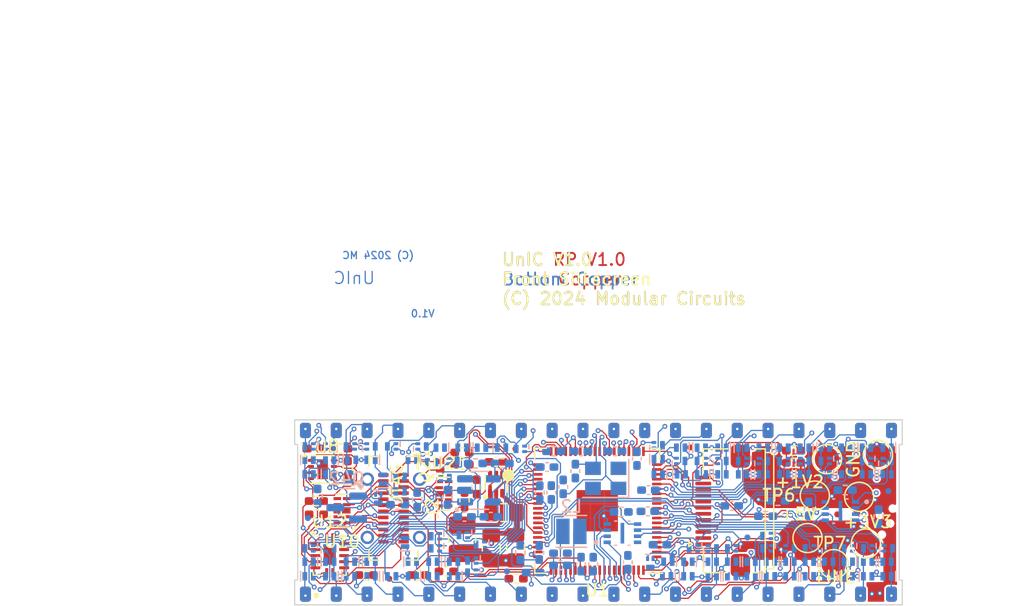
<source format=kicad_pcb>
(kicad_pcb (version 20240108) (generator "pcbnew") (generator_version "8.0")
  (title_block (title "UnIC") (date "2024-05-02") (rev "1.0") (company "Modular Circuits"))
  (layers (0 "F.Cu" signal) (1 "In1.Cu" mixed) (2 "In2.Cu" mixed) (31 "B.Cu" signal) (34 "B.Paste" user) (35 "F.Paste" user) (36 "B.SilkS" user "B.Silkscreen") (37 "F.SilkS" user "F.Silkscreen") (38 "B.Mask" user) (39 "F.Mask" user) (44 "Edge.Cuts" user))
  (net 0 "")
  (net 1 "GND")
  (net 2 "/PIN1")
  (net 3 "LINE")
  (net 4 "/PIN2")
  (net 5 "+5V")
  (net 6 "/PIN3")
  (net 7 "/PIN4")
  (net 8 "/PIN5")
  (net 9 "/PIN6")
  (net 10 "/PIN7")
  (net 11 "/PIN8")
  (net 12 "/PIN9")
  (net 13 "/PIN10")
  (net 14 "/PIN11")
  (net 15 "/PIN12")
  (net 16 "/PIN13")
  (net 17 "/PIN14")
  (net 18 "/PIN16")
  (net 19 "/PIN17")
  (net 20 "/PIN18")
  (net 21 "/PIN19")
  (net 22 "/PIN20")
  (net 23 "/PIN21")
  (net 24 "/PIN22")
  (net 25 "/PIN23")
  (net 26 "/PIN24")
  (net 27 "/PIN25")
  (net 28 "/PIN26")
  (net 29 "/PIN27")
  (net 30 "/PIN28")
  (net 31 "/PIN29")
  (net 32 "/PIN30")
  (net 33 "/PIN31")
  (net 34 "/PIN32")
  (net 35 "/PIN33")
  (net 36 "/PIN34")
  (net 37 "/PIN35")
  (net 38 "/PIN36")
  (net 39 "/PIN37")
  (net 40 "/PIN38")
  (net 41 "/PIN39")
  (net 42 "/PIN40")
  (net 43 "+3V3")
  (net 44 "Net-(U6-BST)")
  (net 45 "/SPI_MOSI_IO0")
  (net 46 "/LCD_RST_N")
  (net 47 "/LCD_CS_N")
  (net 48 "/PIN1_F")
  (net 49 "/PIN2_F")
  (net 50 "/PIN3_F")
  (net 51 "/PIN4_F")
  (net 52 "/PIN5_F")
  (net 53 "/PIN6_F")
  (net 54 "/PIN7_F")
  (net 55 "/PIN8_F")
  (net 56 "/PIN9_F")
  (net 57 "/PIN10_F")
  (net 58 "/PIN11_F")
  (net 59 "/PIN12_F")
  (net 60 "/PIN13_F")
  (net 61 "/PIN14_F")
  (net 62 "/PIN15_F")
  (net 63 "/PIN16_F")
  (net 64 "/PIN17_F")
  (net 65 "/PIN18_F")
  (net 66 "/PIN19_F")
  (net 67 "/PIN21_F")
  (net 68 "/PIN22_F")
  (net 69 "/PIN23_F")
  (net 70 "/PIN24_F")
  (net 71 "/PIN25_F")
  (net 72 "/PIN26_F")
  (net 73 "/PIN27_F")
  (net 74 "/PIN28_F")
  (net 75 "/PIN29_F")
  (net 76 "/PIN30_F")
  (net 77 "/PIN31_F")
  (net 78 "/PIN32_F")
  (net 79 "/PIN33_F")
  (net 80 "/PIN34_F")
  (net 81 "/PIN35_F")
  (net 82 "/PIN36_F")
  (net 83 "/PIN37_F")
  (net 84 "/PIN38_F")
  (net 85 "/PIN39_F")
  (net 86 "/PIN40_F")
  (net 87 "/PIN20_F")
  (net 88 "Net-(U6-SW)")
  (net 89 "/SPI_CLK")
  (net 90 "/CLK1")
  (net 91 "/SPI_IO2")
  (net 92 "/SPI_IO3")
  (net 93 "/FLASH_CS_N")
  (net 94 "/PSRAM_CS_N")
  (net 95 "+1V1")
  (net 96 "Net-(LED_DONE1-A)")
  (net 97 "Net-(U6-FB)")
  (net 98 "/SPI_MISO_IO1")
  (net 99 "/PIN15")
  (net 100 "Net-(U3-ADJ)")
  (net 103 "Net-(Q41-D)")
  (net 104 "/VREG_AVDD")
  (net 105 "/SWCLK")
  (net 106 "/SWD")
  (net 107 "/VREG_LX")
  (net 108 "Net-(U1-GPIO40_ADC0)")
  (net 109 "Net-(U1-USB_DP)")
  (net 110 "Net-(U1-USB_DM)")
  (net 111 "Net-(U1-RUN)")
  (net 112 "Net-(R21-Pad1)")
  (net 115 "Net-(Q42-G)")
  (net 116 "/USB_PWR_EN")
  (net 117 "/USB_DM")
  (net 118 "/USB_DP")
  (net 123 "/VBUS")
  (net 124 "/USB_CC1")
  (net 125 "/USB_CC2")
  (net 126 "Net-(U8A--)")
  (net 131 "/USB_TXM")
  (net 132 "/USB_TXP")
  (net 133 "/USB_RXP")
  (net 134 "/USB_RXM")
  (net 135 "/UART_RX")
  (net 136 "/UART_TX")
  (net 137 "/LED_OUT")
  (net 138 "Net-(R24-Pad2)")
  (net 139 "Net-(U1-XOUT)")
  (footprint "UNIC:C_0805_2012Metric_Pad1.18x1.45mm_HandSolder" (layer "F.Cu") (at 55.527983 62.725483)
    (property "Reference" "C5" (hide yes))
    (property "Value" "10u")
  )
  (footprint "UNIC:TestPoint_Pad_D2.0mm" (layer "F.Cu") (at 82.1225 58.32)
    (property "Reference" "TP4" (hide yes))
    (property "Value" "TestPoint" (hide yes))
  )
  (footprint "UNIC:TestPoint_Pad_D2.0mm" (layer "F.Cu") (at 82.6725 66.97)
    (property "Reference" "TP1" (hide yes))
    (property "Value" "TestPoint" (hide yes))
  )
  (footprint "Package_DFN_QFN:Diodes_UDFN-10_1.0x2.5mm_P0.5mm" (layer "F.Cu") (at 42.185 62.57 180)
    (property "Reference" "U10")
    (property "Value" "ESD224DQA")
  )
  (footprint "UNIC:LED_0402_1005Metric_Pad0.77x0.64mm_HandSolder" (layer "F.Cu") (at 39.8775 57.45)
    (property "Reference" "LED_DONE1" (hide yes))
    (property "Value" "LED")
  )
  (footprint "UNIC:SOT-563" (layer "F.Cu") (at 54.876983 60.375483 90)
    (property "Reference" "U6" (hide yes))
    (property "Value" "TPS562242DRLR")
  )
  (footprint "UNIC:C_0805_2012Metric_Pad1.18x1.45mm_HandSolder" (layer "F.Cu") (at 56.4725 65.625483 90)
    (property "Reference" "C7" (hide yes))
    (property "Value" "22u")
  )
  (footprint "UNIC:R_0402_1005Metric_Pad0.72x0.64mm_HandSolder" (layer "F.Cu") (at 79.3725 58.62 180)
    (property "Reference" "R2" (hide yes))
    (property "Value" "1k")
  )
  (footprint "UNIC:TestPoint_Pad_D2.0mm" (layer "F.Cu") (at 80.5225 64.82)
    (property "Reference" "TP2" (hide yes))
    (property "Value" "TestPoint" (hide yes))
  )
  (footprint "UNIC:TestPoint_Pad_D2.0mm" (layer "F.Cu") (at 86.3225 57.97)
    (property "Reference" "TP5" (hide yes))
    (property "Value" "TestPoint" (hide yes))
  )
  (footprint "UNIC:USB_C_Receptacle_GCT_USB4115-03-C" (layer "F.Cu") (at 46.4225 62.37 -90)
    (property "Reference" "J2")
    (property "Value" "USB_C_Receptacle")
  )
  (footprint "UNIC:R_0402_1005Metric_Pad0.72x0.64mm_HandSolder" (layer "F.Cu") (at 48.4725 67.87 180)
    (property "Reference" "R18" (hide yes))
    (property "Value" "27")
  )
  (footprint "UNIC:CFAL12832C-0091B-W_A" (layer "F.Cu") (at 65.0805 60.922)
    (property "Reference" "DISPLAY1" (hide yes))
    (property "Value" "Housing" (hide yes))
  )
  (footprint "UNIC:L_1008_2520Metric_Pad1.43x2.20mm_HandSolder" (layer "F.Cu") (at 52.0725 64.925483 -90)
    (property "Reference" "L1" (hide yes))
    (property "Value" "10uH")
  )
  (footprint "UNIC:Fiducial_0.5mm_Mask1mm" (layer "F.Cu") (at 70.8775 57.35)
    (property "Reference" "FID2" (hide yes))
    (property "Value" "Fiducial" (hide yes))
  )
  (footprint "Package_SON:WSON-8-1EP_2x2mm_P0.5mm_EP0.9x1.6mm" (layer "F.Cu") (at 40.5725 59.17)
    (property "Reference" "U8")
    (property "Value" "LM393")
  )
  (footprint "UNIC:R_0402_1005Metric_Pad0.72x0.64mm_HandSolder" (layer "F.Cu") (at 40.0725 62.87)
    (property "Reference" "R6" (hide yes))
    (property "Value" "5.1k")
  )
  (footprint "UNIC:DIP-40_pin_header" (layer "F.Cu") (at 63.3025 62.7 90)
    (property "Reference" "SOCKET1" (hide yes))
    (property "Value" "Conn_02x20_Counter_Clockwise" (hide yes))
  )
  (footprint "UNIC:D_SOD-882" (layer "F.Cu") (at 50.2725 58.87 90)
    (property "Reference" "D21")
    (property "Value" "PESD5V0L1BSLAZ")
  )
  (footprint "UNIC:R_0402_1005Metric_Pad0.72x0.64mm_HandSolder" (layer "F.Cu") (at 56.5225 68.17)
    (property "Reference" "R19" (hide yes))
    (property "Value" "33")
  )
  (footprint "UNIC:R_0402_1005Metric_Pad0.72x0.64mm_HandSolder" (layer "F.Cu") (at 52.0725 58.77 180)
    (property "Reference" "R27" (hide yes))
    (property "Value" "10k")
  )
  (footprint "UNIC:Fiducial_0.5mm_Mask1mm" (layer "F.Cu") (at 70.4725 66.92)
    (property "Reference" "FID9" (hide yes))
    (property "Value" "Fiducial" (hide yes))
  )
  (footprint "UNIC:Fiducial_0.5mm_Mask1mm" (layer "F.Cu") (at 82.9725 62.87)
    (property "Reference" "FID6" (hide yes))
    (property "Value" "Fiducial" (hide yes))
  )
  (footprint "UNIC:TestPoint_Pad_D2.0mm" (layer "F.Cu") (at 84.7725 61.42)
    (property "Reference" "TP3" (hide yes))
    (property "Value" "TestPoint" (hide yes))
  )
  (footprint "UNIC:R_0402_1005Metric_Pad0.72x0.64mm_HandSolder" (layer "F.Cu") (at 79.3725 57.62)
    (property "Reference" "R3" (hide yes))
    (property "Value" "10k")
  )
  (footprint "UNIC:Fiducial_0.5mm_Mask1mm" (layer "F.Cu") (at 56.4725 57.47)
    (property "Reference" "FID8" (hide yes))
    (property "Value" "Fiducial" (hide yes))
  )
  (footprint "Package_DFN_QFN:DHVQFN-14-1EP_2.5x3mm_P0.5mm_EP1x1.5mm" (layer "F.Cu") (at 41.1725 66.27)
    (property "Reference" "U12")
    (property "Value" "4066")
  )
  (footprint "UNIC:R_0402_1005Metric_Pad0.72x0.64mm_HandSolder" (layer "F.Cu") (at 50.7725 67.57 180)
    (property "Reference" "R12" (hide yes))
    (property "Value" "27")
  )
  (footprint "UNIC:Fiducial_0.5mm_Mask1mm" (layer "F.Cu") (at 46.0725 68.17)
    (property "Reference" "FID4" (hide yes))
    (property "Value" "Fiducial" (hide yes))
  )
  (footprint "UNIC:R_0402_1005Metric_Pad0.72x0.64mm_HandSolder" (layer "F.Cu") (at 44.1725 67.87 180)
    (property "Reference" "R24" (hide yes))
    (property "Value" "10k")
  )
  (footprint "UNIC:R_0402_1005Metric_Pad0.72x0.64mm_HandSolder" (layer "F.Cu") (at 52.0725 57.77 180)
    (property "Reference" "R23" (hide yes))
    (property "Value" "1k")
  )
  (footprint "UNIC:R_0402_1005Metric_Pad0.72x0.64mm_HandSolder" (layer "F.Cu") (at 42.0725 57.45 180)
    (property "Reference" "R1" (hide yes))
    (property "Value" "220")
  )
  (footprint "Package_DFN_QFN:Diodes_UDFN-10_1.0x2.5mm_P0.5mm" (layer "F.Cu") (at 50.5725 61.17)
    (property "Reference" "U2")
    (property "Value" "ESD224DQA")
  )
  (footprint "UNIC:C_0805_2012Metric_Pad1.18x1.45mm_HandSolder" (layer "F.Cu") (at 54.4725 65.625483 90)
    (property "Reference" "C8" (hide yes))
    (property "Value" "22u")
  )
  (footprint "UNIC:R_0402_1005Metric_Pad0.72x0.64mm_HandSolder" (layer "F.Cu") (at 52.2725 61.67 90)
    (property "Reference" "R4" (hide yes))
    (property "Value" "31.6k")
  )
  (footprint "UNIC:R_0402_1005Metric_Pad0.72x0.64mm_HandSolder" (layer "F.Cu") (at 53.2725 60.605483 90)
    (property "Reference" "R5" (hide yes))
    (property "Value" "10k")
  )
  (footprint "UNIC:RP2350-QFN-80-1EP_10x10_P0.4mm_EP3.4x3.4mm" (layer "F.Cu") (at 63.205833 62.57 180)
    (property "Reference" "U1")
    (property "Value" "RP2350_80QFN")
  )
  (footprint "UNIC:TestPoint_Pad_D2.0mm" (layer "F.Cu") (at 81.1225 61.32)
    (property "Reference" "TP6")
    (property "Value" "TestPoint" (hide yes))
  )
  (footprint "UNIC:CF31121D0R0-05-NH" (layer "F.Cu") (at 71.9385 62.573 90)
    (property "Reference" "J_DISPLAY1" (hide yes))
    (property "Value" "Conn_01x12_MountingPin" (hide yes))
  )
  (footprint "UNIC:R_0402_1005Metric_Pad0.72x0.64mm_HandSolder" (layer "F.Cu") (at 42.6725 59.07 90)
    (property "Reference" "R26" (hide yes))
    (property "Value" "68.k")
  )
  (footprint "UNIC:TestPoint_Pad_D2.0mm" (layer "F.Cu") (at 85.3225 65.27)
    (property "Reference" "TP7")
    (property "Value" "TestPoint" (hide yes))
  )
  (footprint "UNIC:C_0402_1005Metric_Pad0.74x0.62mm_HandSolder" (layer "F.Cu") (at 54.876983 58.536983)
    (property "Reference" "C6" (hide yes))
    (property "Value" "2.2u")
  )
  (footprint "UNIC:R_0402_1005Metric_Pad0.72x0.64mm_HandSolder" (layer "F.Cu") (at 40.0725 61.77 180)
    (property "Reference" "R7" (hide yes))
    (property "Value" "5.1k")
  )
  (footprint "UNIC:SOT-883" (layer "B.Cu") (at 44.5725 57.27)
    (property "Reference" "Q39" (hide yes))
    (property "Value" "2N7002")
  )
  (footprint "UNIC:SOT-883" (layer "B.Cu") (at 77.1725 64.645 180)
    (property "Reference" "Q13" (hide yes))
    (property "Value" "2N7002")
  )
  (footprint "UNIC:D_SOD-882" (layer "B.Cu") (at 81.9725 59.57 180)
    (property "Reference" "D7" (hide yes))
    (property "Value" "SM5819L2")
  )
  (footprint "UNIC:Fiducial_0.5mm_Mask1mm" (layer "B.Cu") (at 75.5725 64.77 180)
    (property "Reference" "FID1" (hide yes))
    (property "Value" "Fiducial" (hide yes))
  )
  (footprint "UNIC:D_SOD-882" (layer "B.Cu") (at 80.2725 59.57)
    (property "Reference" "D75" (hide yes))
    (property "Value" "SM5819L2")
  )
  (footprint "UNIC:D_SOD-882" (layer "B.Cu") (at 70.1225 59.57)
    (property "Reference" "D36" (hide yes))
    (property "Value" "SM5819L2")
  )
  (footprint "UNIC:D_SOD-882" (layer "B.Cu") (at 74.2725 66.77 180)
    (property "Reference" "D34" (hide yes))
    (property "Value" "SM5819L2")
  )
  (footprint "UNIC:D_SOD-882" (layer "B.Cu") (at 49.6725 67.97)
    (property "Reference" "D74" (hide yes))
    (property "Value" "SM5819L2")
  )
  (footprint "UNIC:C_0402_1005Metric_Pad0.74x0.62mm_HandSolder" (layer "B.Cu") (at 52.2725 63.07)
    (property "Reference" "C1" (hide yes))
    (property "Value" "2.2u")
  )
  (footprint "UNIC:D_SOD-882" (layer "B.Cu") (at 53.6725 57.37)
    (property "Reference" "D67" (hide yes))
    (property "Value" "SM5819L2")
  )
  (footprint "UNIC:SOT-883" (layer "B.Cu") (at 70.0725 58.47)
    (property "Reference" "Q32" (hide yes))
    (property "Value" "2N7002")
  )
  (footprint "UNIC:D_SOD-882" (layer "B.Cu") (at 44.5725 58.37 180)
    (property "Reference" "D82" (hide yes))
    (property "Value" "SM5819L2")
  )
  (footprint "UNIC:D_SOD-882" (layer "B.Cu") (at 81.9725 57.37)
    (property "Reference" "D8" (hide yes))
    (property "Value" "SM5819L2")
  )
  (footprint "UNIC:SOT-883" (layer "B.Cu") (at 75.1725 58.47 180)
    (property "Reference" "Q23" (hide yes))
    (property "Value" "2N7002")
  )
  (footprint "UNIC:SOT-883" (layer "B.Cu") (at 42.8725 57.27 180)
    (property "Reference" "Q38" (hide yes))
    (property "Value" "2N7002")
  )
  (footprint "UNIC:C_0402_1005Metric_Pad0.74x0.62mm_HandSolder" (layer "B.Cu") (at 64.6725 57.67)
    (property "Reference" "C19" (hide yes))
    (property "Value" "2.2u")
  )
  (footprint "UNIC:C_0402_1005Metric_Pad0.74x0.62mm_HandSolder" (layer "B.Cu") (at 60.1725 66.07 180)
    (property "Reference" "C12" (hide yes))
    (property "Value" "4.7u")
  )
  (footprint "UNIC:R_0402_1005Metric_Pad0.72x0.64mm_HandSolder" (layer "B.Cu") (at 50.8725 61.47 90)
    (property "Reference" "R17" (hide yes))
    (property "Value" "100k")
  )
  (footprint "UNIC:SOT-883" (layer "B.Cu") (at 49.8725 64.67 180)
    (property "Reference" "Q8" (hide yes))
    (property "Value" "2N7002")
  )
  (footprint "Inductor_SMD:L_Cenker_CKCS201610" (layer "B.Cu") (at 61.0725 64.27 180)
    (property "Reference" "L2")
    (property "Value" "3.3u")
  )
  (footprint "UNIC:SOT-883" (layer "B.Cu") (at 83.6725 58.47)
    (property "Reference" "Q26" (hide yes))
    (property "Value" "2N7002")
  )
  (footprint "UNIC:R_0402_1005Metric_Pad0.72x0.64mm_HandSolder" (layer "B.Cu") (at 56.8725 66.02 90)
    (property "Reference" "R13" (hide yes))
    (property "Value" "10k")
  )
  (footprint "UNIC:D_SOD-882" (layer "B.Cu") (at 87.0725 59.57)
    (property "Reference" "D38" (hide yes))
    (property "Value" "SM5819L2")
  )
  (footprint "UNIC:D_SOD-882" (layer "B.Cu") (at 87.0725 67.97 180)
    (property "Reference" "D31" (hide yes))
    (property "Value" "SM5819L2")
  )
  (footprint "UNIC:D_SOD-882" (layer "B.Cu") (at 45.5725 59.97 90)
    (property "Reference" "D81" (hide yes))
    (property "Value" "SM5819L2")
  )
  (footprint "UNIC:D_SOD-882" (layer "B.Cu") (at 51.3725 66.77)
    (property "Reference" "D59" (hide yes))
    (property "Value" "SM5819L2")
  )
  (footprint "UNIC:D_SOD-882" (layer "B.Cu") (at 44.5725 66.77)
    (property "Reference" "D1" (hide yes))
    (property "Value" "SM5819L2")
  )
  (footprint "UNIC:D_SOD-882" (layer "B.Cu") (at 73.4725 59.57)
    (property "Reference" "D9" (hide yes))
    (property "Value" "SM5819L2")
  )
  (footprint "UNIC:SOT-883" (layer "B.Cu") (at 49.8725 65.67 180)
    (property "Reference" "Q7" (hide yes))
    (property "Value" "2N7002")
  )
  (footprint "UNIC:D_SOD-882" (layer "B.Cu") (at 39.4725 58.37)
    (property "Reference" "D90" (hide yes))
    (property "Value" "SM5819L2")
  )
  (footprint "UNIC:R_0402_1005Metric_Pad0.72x0.64mm_HandSolder" (layer "B.Cu") (at 53.1725 58.67 180)
    (property "Reference" "R15" (hide yes))
    (property "Value" "10k")
  )
  (footprint "UNIC:D_SOD-882" (layer "B.Cu") (at 47.9725 67.97 180)
    (property "Reference" "D15" (hide yes))
    (property "Value" "SM5819L2")
  )
  (footprint "UNIC:C_0402_1005Metric_Pad0.74x0.62mm_HandSolder" (layer "B.Cu") (at 57.9225 67.67 180)
    (property "Reference" "C24" (hide yes))
    (property "Value" "4.7u")
  )
  (footprint "UNIC:SOT-883" (layer "B.Cu") (at 87.0725 58.47)
    (property "Reference" "Q12" (hide yes))
    (property "Value" "2N7002")
  )
  (footprint "UNIC:D_SOD-882" (layer "B.Cu") (at 80.6725 66.77 180)
    (property "Reference" "D16" (hide yes))
    (property "Value" "SM5819L2")
  )
  (footprint "UNIC:R_0402_1005Metric_Pad0.72x0.64mm_HandSolder" (layer "B.Cu") (at 83.6225 60.87)
    (property "Reference" "R8" (hide yes))
    (property "Value" "10k")
  )
  (footprint "UNIC:D_SOD-882" (layer "B.Cu") (at 72.6725 66.77)
    (property "Reference" "D40" (hide yes))
    (property "Value" "SM5819L2")
  )
  (footprint "UNIC:D_SOD-882" (layer "B.Cu") (at 79.0725 66.77)
    (property "Reference" "D18" (hide yes))
    (property "Value" "SM5819L2")
  )
  (footprint "UNIC:C_0402_1005Metric_Pad0.74x0.62mm_HandSolder" (layer "B.Cu") (at 61.8725 66.97 90)
    (property "Reference" "C9" (hide yes))
    (property "Value" "2.2u")
  )
  (footprint "UNIC:D_SOD-882" (layer "B.Cu") (at 83.8725 67.97)
    (property "Reference" "D56" (hide yes))
    (property "Value" "SM5819L2")
  )
  (footprint "UNIC:Fiducial_0.5mm_Mask1mm" (layer "B.Cu") (at 55.7725 67.57 180)
    (property "Reference" "FID7" (hide yes))
    (property "Value" "Fiducial" (hide yes))
  )
  (footprint "UNIC:D_SOD-882" (layer "B.Cu") (at 46.2725 67.97)
    (property "Reference" "D13" (hide yes))
    (property "Value" "SM5819L2")
  )
  (footprint "UNIC:D_SOD-882" (layer "B.Cu") (at 71.7725 59.57 180)
    (property "Reference" "D87" (hide yes))
    (property "Value" "SM5819L2")
  )
  (footprint "UNIC:D_SOD-882" (layer "B.Cu") (at 49.5725 58.57 180)
    (property "Reference" "D51" (hide yes))
    (property "Value" "SM5819L2")
  )
  (footprint "UNIC:SOT-883" (layer "B.Cu") (at 79.0725 65.67)
    (property "Reference" "Q20" (hide yes))
    (property "Value" "2N7002")
  )
  (footprint "UNIC:SOT-23-5" (layer "B.Cu") (at 53.4585 60.89)
    (property "Reference" "U3" (hide yes))
    (property "Value" "MIC5203-3.3BM5")
  )
  (footprint "UNIC:Oscillator_SMD_Abracon_ASE-4Pin_3.2x2.5mm" (layer "B.Cu") (at 63.9 59.9 180)
    (property "Reference" "Y1" (hide yes))
    (property "Value" "12MHz")
  )
  (footprint "UNIC:SOT-883" (layer "B.Cu") (at 85.4725 65.67 180)
    (property "Reference" "Q22" (hide yes))
    (property "Value" "2N7002")
  )
  (footprint "UNIC:D_SOD-882" (layer "B.Cu") (at 42.9725 58.37)
    (property "Reference" "D80" (hide yes))
    (property "Value" "SM5819L2")
  )
  (footprint "UNIC:C_0402_1005Metric_Pad0.74x0.62mm_HandSolder" (layer "B.Cu") (at 58.4225 66.02 90)
    (property "Reference" "C14" (hide yes))
    (property "Value" "2.2u")
  )
  (footprint "UNIC:D_SOD-882" (layer "B.Cu") (at 41.1725 67.97 180)
    (property "Reference" "D58" (hide yes))
    (property "Value" "SM5819L2")
  )
  (footprint "UNIC:C_0402_1005Metric_Pad0.74x0.62mm_HandSolder" (layer "B.Cu") (at 65.7225 66.82 90)
    (property "Reference" "C21" (hide yes))
    (property "Value" "2.2u")
  )
  (footprint "UNIC:SOT-883" (layer "B.Cu") (at 80.2725 58.47)
    (property "Reference" "Q27" (hide yes))
    (property "Value" "2N7002")
  )
  (footprint "UNIC:R_0402_1005Metric_Pad0.72x0.64mm_HandSolder" (layer "B.Cu") (at 46.7725 62.07 180)
    (property "Reference" "R16" (hide yes))
    (property "Value" "10k")
  )
  (footprint "UNIC:D_SOD-882" (layer "B.Cu") (at 50.2725 57.37 180)
    (property "Reference" "D66" (hide yes))
    (property "Value" "SM5819L2")
  )
  (footprint "UNIC:D_SOD-882" (layer "B.Cu") (at 78.5725 57.37)
    (property "Reference" "D86" (hide yes))
    (property "Value" "SM5819L2")
  )
  (footprint "UNIC:D_SOD-882" (layer "B.Cu") (at 52.0725 57.37 180)
    (property "Reference" "D65" (hide yes))
    (property "Value" "SM5819L2")
  )
  (footprint "UNIC:C_0402_1005Metric_Pad0.74x0.62mm_HandSolder" (layer "B.Cu") (at 74.2725 62.17)
    (property "Reference" "C11" (hide yes))
    (property "Value" "2.2u")
  )
  (footprint "UNIC:C_0402_1005Metric_Pad0.74x0.62mm_HandSolder" (layer "B.Cu") (at 61.8725 57.67 180)
    (property "Reference" "C20" (hide yes))
    (property "Value" "4.7u")
  )
  (footprint "UNIC:SOT-883" (layer "B.Cu") (at 71.1225 65.67 180)
    (property "Reference" "Q9" (hide yes))
    (property "Value" "2N7002")
  )
  (footprint "UNIC:R_0402_1005Metric_Pad0.72x0.64mm_HandSolder" (layer "B.Cu") (at 48.3725 61.67 90)
    (property "Reference" "R22" (hide yes))
    (property "Value" "10k")
  )
  (footprint "UNIC:C_0402_1005Metric_Pad0.74x0.62mm_HandSolder" (layer "B.Cu") (at 60.4 60.6 90)
    (property "Reference" "C2" (hide yes))
    (property "Value" "15p")
  )
  (footprint "UNIC:D_SOD-882" (layer "B.Cu") (at 77.4725 66.77 180)
    (property "Reference" "D71" (hide yes))
    (property "Value" "SM5819L2")
  )
  (footprint "UNIC:D_SOD-882" (layer "B.Cu") (at 72.6725 67.97 180)
    (property "Reference" "D41" (hide yes))
    (property "Value" "SM5819L2")
  )
  (footprint "UNIC:SOT-883" (layer "B.Cu") (at 67.5725 66.87 -90)
    (property "Reference" "Q15" (hide yes))
    (property "Value" "2N7002")
  )
  (footprint "UNIC:C_0402_1005Metric_Pad0.74x0.62mm_HandSolder" (layer "B.Cu") (at 59.0725 58.97)
    (property "Reference" "C10" (hide yes))
    (property "Value" "2.2u")
  )
  (footprint "UNIC:R_0402_1005Metric_Pad0.72x0.64mm_HandSolder" (layer "B.Cu") (at 40.1725 61.37 90)
    (property "Reference" "R25" (hide yes))
    (property "Value" "5.1k")
  )
  (footprint "UNIC:SOT-883" (layer "B.Cu") (at 68.2225 57.17)
    (property "Reference" "Q29" (hide yes))
    (property "Value" "2N7002")
  )
  (footprint "UNIC:SOT-883" (layer "B.Cu") (at 81.9725 58.47 180)
    (property "Reference" "Q11" (hide yes))
    (property "Value" "2N7002")
  )
  (footprint "UNIC:R_0402_1005Metric_Pad0.72x0.64mm_HandSolder" (layer "B.Cu") (at 55.3725 58.67 180)
    (property "Reference" "R14" (hide yes))
    (property "Value" "4.99k")
  )
  (footprint "UNIC:D_SOD-882" (layer "B.Cu") (at 47.3725 65.17 90)
    (property "Reference" "D5" (hide yes))
    (property "Value" "SM5819L2")
  )
  (footprint "UNIC:W25Q16JVUXIQ_TR" (layer "B.Cu") (at 83.2275 62.6 180)
    (property "Reference" "U7" (hide yes))
    (property "Value" "W25Q16JVUXIQ")
  )
  (footprint "UNIC:R_0402_1005Metric_Pad0.72x0.64mm_HandSolder" (layer "B.Cu") (at 77.0725 63.02 180)
    (property "Reference" "R11" (hide yes))
    (property "Value" "10k")
  )
  (footprint "UNIC:D_SOD-882" (layer "B.Cu") (at 39.4725 66.77 180)
    (property "Reference" "D2" (hide yes))
    (property "Value" "SM5819L2")
  )
  (footprint "UNIC:C_0402_1005Metric_Pad0.74x0.62mm_HandSolder" (layer "B.Cu") (at 54.44 63.07 180)
    (property "Reference" "C3" (hide yes))
    (property "Value" "2.2u")
  )
  (footprint "UNIC:SOT-883" (layer "B.Cu") (at 77.1725 65.67 180)
    (property "Reference" "Q18" (hide yes))
    (property "Value" "2N7002")
  )
  (footprint "UNIC:C_0402_1005Metric_Pad0.74x0.62mm_HandSolder" (layer "B.Cu") (at 67.4225 60.87 180)
    (property "Reference" "C15" (hide yes))
    (property "Value" "2.2u")
  )
  (footprint "UNIC:SOT-883" (layer "B.Cu") (at 73.4725 58.47)
    (property "Reference" "Q31" (hide yes))
    (property "Value" "2N7002")
  )
  (footprint "UNIC:D_SOD-882" (layer "B.Cu") (at 47.9725 66.77)
    (property "Reference" "D14" (hide yes))
    (property "Value" "SM5819L2")
  )
  (footprint "UNIC:C_0402_1005Metric_Pad0.74x0.62mm_HandSolder" (layer "B.Cu") (at 67.3725 62.62 180)
    (property "Reference" "C23" (hide yes))
    (property "Value" "2.2u")
  )
  (footprint "UNIC:D_SOD-882" (layer "B.Cu") (at 85.3725 57.37)
    (property "Reference" "D48" (hide yes))
    (property "Value" "SM5819L2")
  )
  (footprint "UNIC:D_SOD-882" (layer "B.Cu") (at 80.6725 67.97)
    (property "Reference" "D17" (hide yes))
    (property "Value" "SM5819L2")
  )
  (footprint "UNIC:C_0402_1005Metric_Pad0.74x0.62mm_HandSolder" (layer "B.Cu") (at 68.3725 65.37 180)
    (property "Reference" "C18" (hide yes))
    (property "Value" "2.2u")
  )
  (footprint "UNIC:C_0402_1005Metric_Pad0.74x0.62mm_HandSolder" (layer "B.Cu") (at 58.4725 61.07 90)
    (property "Reference" "C17" (hide yes))
    (property "Value" "2.2u")
  )
  (footprint "UNIC:Fiducial_0.5mm_Mask1mm" (layer "B.Cu") (at 87.1775 60.95 180)
    (property "Reference" "FID3" (hide yes))
    (property "Value" "Fiducial" (hide yes))
  )
  (footprint "UNIC:D_SOD-882" (layer "B.Cu") (at 82.2725 67.97 180)
    (property "Reference" "D62" (hide yes))
    (property "Value" "SM5819L2")
  )
  (footprint "UNIC:D_SOD-882" (layer "B.Cu") (at 80.2725 57.37 180)
    (property "Reference" "D76" (hide yes))
    (property "Value" "SM5819L2")
  )
  (footprint "UNIC:D_SOD-882" (layer "B.Cu") (at 85.4725 67.97)
    (property "Reference" "D33" (hide yes))
    (property "Value" "SM5819L2")
  )
  (footprint "UNIC:SOT-883" (layer "B.Cu") (at 82.4225 65.67)
    (property "Reference" "Q17" (hide yes))
    (property "Value" "2N7002")
  )
  (footprint "UNIC:D_SOD-882" (layer "B.Cu") (at 83.6725 59.57)
    (property "Reference" "D53" (hide yes))
    (property "Value" "SM5819L2")
  )
  (footprint "UNIC:D_SOD-882" (layer "B.Cu") (at 55.3225 57.37)
    (property "Reference" "D68" (hide yes))
    (property "Value" "SM5819L2")
  )
  (footprint "UNIC:D_SOD-882" (layer "B.Cu") (at 73.4725 57.37 180)
    (property "Reference" "D11" (hide yes))
    (property "Value" "SM5819L2")
  )
  (footprint "UNIC:SOT-883" (layer "B.Cu") (at 56.8725 57.47 180)
    (property "Reference" "Q36" (hide yes))
    (property "Value" "2N7002")
  )
  (footprint "UNIC:SOT-883" (layer "B.Cu") (at 41.1725 57.27)
    (property "Reference" "Q37" (hide yes))
    (property "Value" "2N7002")
  )
  (footprint "UNIC:SOT-883" (layer "B.Cu") (at 80.6725 65.67 180)
    (property "Reference" "Q19" (hide yes))
    (property "Value" "2N7002")
  )
  (footprint "UNIC:D_SOD-882" (layer "B.Cu") (at 70.6725 67.97)
    (property "Reference" "D10" (hide yes))
    (property "Value" "SM5819L2")
  )
  (footprint "UNIC:D_SOD-882" (layer "B.Cu") (at 69.0225 66.77 180)
    (property "Reference" "D45" (hide yes))
    (property "Value" "SM5819L2")
  )
  (footprint "UNIC:D_SOD-882" (layer "B.Cu") (at 76.8725 59.57)
    (property "Reference" "D69" (hide yes))
    (property "Value" "SM5819L2")
  )
  (footprint "UNIC:R_0402_1005Metric_Pad0.72x0.64mm_HandSolder" (layer "B.Cu") (at 59.6225 57.67)
    (property "Reference" "R20" (hide yes))
    (property "Value" "10k")
  )
  (footprint "UNIC:D_SOD-882" (layer "B.Cu") (at 68.9225 67.97 180)
    (property "Reference" "D46" (hide yes))
    (property "Value" "SM5819L2")
  )
  (footprint "UNIC:D_SOD-882" (layer "B.Cu") (at 74.2725 67.97)
    (property "Reference" "D35" (hide yes))
    (property "Value" "SM5819L2")
  )
  (footprint "UNIC:SOT-883" (layer "B.Cu") (at 83.8725 65.67 180)
    (property "Reference" "Q16" (hide yes))
    (property "Value" "2N7002")
  )
  (footprint "UNIC:D_SOD-882" (layer "B.Cu") (at 39.4725 59.57 180)
    (property "Reference" "D89" (hide yes))
    (property "Value" "SM5819L2")
  )
  (footprint "UNIC:SOT-883" (layer "B.Cu") (at 52.8725 67.67 180)
    (property "Reference" "Q5" (hide yes))
    (property "Value" "2N7002")
  )
  (footprint "UNIC:W25Q16JVUXIQ_TR" (layer "B.Cu") (at 65.2725 64.42)
    (property "Reference" "U4" (hide yes))
    (property "Value" "APS6404L-3SQR-ZR")
  )
  (footprint "UNIC:D_SOD-882" (layer "B.Cu") (at 82.2725 66.77)
    (property "Reference" "D61" (hide yes))
    (property "Value" "SM5819L2")
  )
  (footprint "UNIC:D_SOD-882" (layer "B.Cu") (at 42.8725 66.77 180)
    (property "Reference" "D43" (hide yes))
    (property "Value" "SM5819L2")
  )
  (footprint "UNIC:D_SOD-882" (layer "B.Cu") (at 39.4725 67.97)
    (property "Reference" "D3" (hide yes))
    (property "Value" "SM5819L2")
  )
  (footprint "UNIC:D_SOD-882" (layer "B.Cu") (at 44.5725 67.97 180)
    (property "Reference" "D42" (hide yes))
    (property "Value" "SM5819L2")
  )
  (footprint "UNIC:D_SOD-882" (layer "B.Cu") (at 75.1725 57.37)
    (property "Reference" "D64" (hide yes))
    (property "Value" "SM5819L2")
  )
  (footprint "UNIC:D_SOD-882" (layer "B.Cu") (at 46.9725 60.97)
    (property "Reference" "D49" (hide yes))
    (property "Value" "SM5819L2")
  )
  (footprint "UNIC:D_SOD-882" (layer "B.Cu") (at 41.1725 66.77)
    (property "Reference" "D57" (hide yes))
    (property "Value" "SM5819L2")
  )
  (footprint "UNIC:D_SOD-882" (layer "B.Cu") (at 68.2225 59.57 180)
    (property "Reference" "D83" (hide yes))
    (property "Value" "SM5819L2")
  )
  (footprint "UNIC:D_SOD-882" (layer "B.Cu") (at 49.6725 66.77 180)
    (property "Reference" "D73" (hide yes))
    (property "Value" "SM5819L2")
  )
  (footprint "UNIC:SOT-883" (layer "B.Cu") (at 39.4725 57.27 180)
    (property "Reference" "Q40" (hide yes))
    (property "Value" "2N7002")
  )
  (footprint "UNIC:D_SOD-882" (layer "B.Cu") (at 42.8725 67.97)
    (property "Reference" "D44" (hide yes))
    (property "Value" "SM5819L2")
  )
  (footprint "UNIC:SOT-883" (layer "B.Cu") (at 50.6725 59.87)
    (property "Reference" "Q41" (hide yes))
    (property "Value" "2N7002")
  )
  (footprint "UNIC:D_SOD-882" (layer "B.Cu") (at 83.6725 57.37 180)
    (property "Reference" "D54" (hide yes))
    (property "Value" "SM5819L2")
  )
  (footprint "UNIC:D_SOD-882" (layer "B.Cu") (at 41.1725 58.37 180)
    (property "Reference" "D78" (hide yes))
    (property "Value" "SM5819L2")
  )
  (footprint "UNIC:SOT-883" (layer "B.Cu") (at 52.8725 66.67 180)
    (property "Reference" "Q6" (hide yes))
    (property "Value" "2N7002")
  )
  (footprint "UNIC:SOT-883" (layer "B.Cu") (at 53.5725 65.37 180)
    (property "Reference" "Q2" (hide yes))
    (property "Value" "2N7002")
  )
  (footprint "UNIC:SOT-883" (layer "B.Cu") (at 51.3225 58.47)
    (property "Reference" "Q35" (hide yes))
    (property "Value" "2N7002")
  )
  (footprint "UNIC:C_0402_1005Metric_Pad0.74x0.62mm_HandSolder" (layer "B.Cu") (at 66.4725 58.27 -90)
    (property "Reference" "C16" (hide yes))
    (property "Value" "2.2u")
  )
  (footprint "UNIC:D_SOD-882" (layer "B.Cu") (at 79.0725 67.97 180)
    (property "Reference" "D19" (hide yes))
    (property "Value" "SM5819L2")
  )
  (footprint "UNIC:C_0402_1005Metric_Pad0.74x0.62mm_HandSolder" (layer "B.Cu") (at 62.8725 66.97 90)
    (property "Reference" "C13" (hide yes))
    (property "Value" "2.2u")
  )
  (footprint "UNIC:D_SOD-882" (layer "B.Cu") (at 87.0725 66.77)
    (property "Reference" "D20" (hide yes))
    (property "Value" "SM5819L2")
  )
  (footprint "UNIC:D_SOD-882" (layer "B.Cu") (at 75.1725 59.57 180)
    (property "Reference" "D63" (hide yes))
    (property "Value" "SM5819L2")
  )
  (footprint "UNIC:SOT-883" (layer "B.Cu") (at 52.1725 64.57 180)
    (property "Reference" "Q3" (hide yes))
    (property "Value" "2N7002")
  )
  (footprint "UNIC:R_0402_1005Metric_Pad0.72x0.64mm_HandSolder" (layer "B.Cu") (at 86.3725 63.07 90)
    (property "Reference" "R21" (hide yes))
    (property "Value" "1k")
  )
  (footprint "UNIC:SOT-883" (layer "B.Cu") (at 45.1725 61.57 -90)
    (property "Reference" "Q43" (hide yes))
    (property "Value" "2N7002")
  )
  (footprint "UNIC:SOT-883" (layer "B.Cu") (at 87.1725 65.67)
    (property "Reference" "Q21" (hide yes))
    (property "Value" "2N7002")
  )
  (footprint "UNIC:D_SOD-882" (layer "B.Cu") (at 76.8725 57.37 180)
    (property "Reference" "D70" (hide yes))
    (property "Value" "SM5819L2")
  )
  (footprint "UNIC:D_SOD-882" (layer "B.Cu") (at 78.5725 59.57 180)
    (property "Reference" "D85" (hide yes))
    (property "Value" "SM5819L2")
  )
  (footprint "UNIC:D_SOD-882" (layer "B.Cu") (at 85.4725 66.77 180)
    (property "Reference" "D32" (hide yes))
    (property "Value" "SM5819L2")
  )
  (footprint "UNIC:D_SOD-882" (layer "B.Cu") (at 70.0725 57.37 180)
    (property "Reference" "D37" (hide yes))
    (property "Value" "SM5819L2")
  )
  (footprint "UNIC:SOT-883" (layer "B.Cu") (at 48.7725 57.27)
    (property "Reference" "Q34" (hide yes))
    (property "Value" "2N7002")
  )
  (footprint "UNIC:D_SOD-882" (layer "B.Cu") (at 42.7725 59.77 90)
    (property "Reference" "D79" (hide yes))
    (property "Value" "SM5819L2")
  )
  (footprint "UNIC:SOT-883" (layer "B.Cu") (at 85.3725 58.47 180)
    (property "Reference" "Q25" (hide yes))
    (property "Value" "2N7002")
  )
  (footprint "UNIC:D_SOD-882" (layer "B.Cu") (at 41.1725 59.57)
    (property "Reference" "D77" (hide yes))
    (property "Value" "SM5819L2")
  )
  (footprint "UNIC:D_SOD-882" (layer "B.Cu") (at 87.0725 57.37 180)
    (property "Reference" "D39" (hide yes))
    (property "Value" "SM5819L2")
  )
  (footprint "UNIC:D_SOD-882" (layer "B.Cu") (at 47.9725 58.37 180)
    (property "Reference" "D52" (hide yes))
    (property "Value" "SM5819L2")
  )
  (footprint "UNIC:SOT-883" (layer "B.Cu") (at 41.1725 65.67)
    (property "Reference" "Q4" (hide yes))
    (property "Value" "2N7002")
  )
  (footprint "UNIC:C_0402_1005Metric_Pad0.74x0.62mm_HandSolder" (layer "B.Cu") (at 60.1725 67.07 180)
    (property "Reference" "C26" (hide yes))
    (property "Value" "4.7u")
  )
  (footprint "UNIC:D_SOD-882" (layer "B.Cu") (at 85.3725 59.57 180)
    (property "Reference" "D47" (hide yes))
    (property "Value" "SM5819L2")
  )
  (footprint "UNIC:C_0402_1005Metric_Pad0.74x0.62mm_HandSolder" (layer "B.Cu") (at 59.4225 61.07 90)
    (property "Reference" "C22" (hide yes))
    (property "Value" "2.2u")
  )
  (footprint "UNIC:SOT-883" (layer "B.Cu") (at 72.6725 65.67)
    (property "Reference" "Q14" (hide yes))
    (property "Value" "2N7002")
  )
  (footprint "UNIC:SOT-883" (layer "B.Cu") (at 78.5725 58.47 180)
    (property "Reference" "Q28" (hide yes))
    (property "Value" "2N7002")
  )
  (footprint "UNIC:SOT-883" (layer "B.Cu") (at 71.7725 58.47 180)
    (property "Reference" "Q30" (hide yes))
    (property "Value" "2N7002")
  )
  (footprint "UNIC:R_0402_1005Metric_Pad0.72x0.64mm_HandSolder" (layer "B.Cu") (at 78.0775 61.75)
    (property "Reference" "R10" (hide yes))
    (property "Value" "10k")
  )
  (footprint "UNIC:D_SOD-882" (layer "B.Cu") (at 75.8725 66.77)
    (property "Reference" "D4" (hide yes))
    (property "Value" "SM5819L2")
  )
  (footprint "UNIC:SOT-883" (layer "B.Cu") (at 46.2725 57.27 180)
    (property "Reference" "Q33" (hide yes))
    (property "Value" "2N7002")
  )
  (footprint "UNIC:D_SOD-882" (layer "B.Cu") (at 70.6725 66.77 180)
    (property "Reference" "D12" (hide yes))
    (property "Value" "SM5819L2")
  )
  (footprint "UNIC:D_SOD-882" (layer "B.Cu") (at 75.8725 67.97 180)
    (property "Reference" "D6" (hide yes))
    (property "Value" "SM5819L2")
  )
  (footprint "Package_TO_SOT_SMD:SOT-23" (layer "B.Cu") (at 42.5725 62.313886 180)
    (property "Reference" "Q42")
    (property "Value" "AO3401A")
  )
  (footprint "UNIC:Fiducial_0.5mm_Mask1mm" (layer "B.Cu") (at 39.3725 63.17 180)
    (property "Reference" "FID5" (hide yes))
    (property "Value" "Fiducial" (hide yes))
  )
  (footprint "UNIC:C_0402_1005Metric_Pad0.74x0.62mm_HandSolder" (layer "B.Cu") (at 61.4 59.3 -90)
    (property "Reference" "C25" (hide yes))
    (property "Value" "15p")
  )
  (footprint "UNIC:D_SOD-882" (layer "B.Cu") (at 71.7725 57.37)
    (property "Reference" "D88" (hide yes))
    (property "Value" "SM5819L2")
  )
  (footprint "UNIC:C_0402_1005Metric_Pad0.74x0.62mm_HandSolder" (layer "B.Cu") (at 80.6225 62.42 -90)
    (property "Reference" "C4" (hide yes))
    (property "Value" "2.2u")
  )
  (footprint "UNIC:R_0402_1005Metric_Pad0.72x0.64mm_HandSolder" (layer "B.Cu") (at 65.1725 62.67 180)
    (property "Reference" "R9" (hide yes))
    (property "Value" "10k")
  )
  (footprint "UNIC:D_SOD-882" (layer "B.Cu") (at 68.2225 58.32)
    (property "Reference" "D84" (hide yes))
    (property "Value" "SM5819L2")
  )
  (footprint "UNIC:D_SOD-882" (layer "B.Cu") (at 46.9725 59.77)
    (property "Reference" "D50" (hide yes))
    (property "Value" "SM5819L2")
  )
  (footprint "UNIC:D_SOD-882" (layer "B.Cu") (at 77.4725 67.97)
    (property "Reference" "D72" (hide yes))
    (property "Value" "SM5819L2")
  )
  (footprint "UNIC:SOT-883" (layer "B.Cu") (at 76.8725 58.47)
    (property "Reference" "Q24" (hide yes))
    (property "Value" "2N7002")
  )
  (footprint "UNIC:D_SOD-882" (layer "B.Cu") (at 51.3725 67.97 180)
    (property "Reference" "D60" (hide yes))
    (property "Value" "SM5819L2")
  )
  (footprint "UNIC:D_SOD-882" (layer "B.Cu") (at 83.8725 66.77 180)
    (property "Reference" "D55" (hide yes))
    (property "Value" "SM5819L2")
  )
  (footprint "UNIC:SOT-883" (layer "B.Cu") (at 39.4725 65.67 180)
    (property "Reference" "Q1" (hide yes))
    (property "Value" "2N7002")
  )
  (footprint "UNIC:SOT-883" (layer "B.Cu") (at 74.2725 65.67 180)
    (property "Reference" "Q10" (hide yes))
    (property "Value" "2N7002")
  )
  (gr_circle (center 55.8775 59.65) (end 56.301764 59.65) (stroke (width 0.15)) (fill solid) (layer "F.SilkS"))
  (gr_line (start 88.3215 55.08) (end 38.2835 55.08) (stroke (width 0.1)) (layer "Edge.Cuts"))
  (gr_line (start 88.3215 55.08) (end 88.3215 57.112) (stroke (width 0.1)) (layer "Edge.Cuts"))
  (gr_line (start 38.5375 68.288) (end 38.5375 57.112) (stroke (width 0.1)) (layer "Edge.Cuts"))
  (gr_line (start 38.2835 57.112) (end 38.2835 55.08) (stroke (width 0.1)) (layer "Edge.Cuts"))
  (gr_line (start 38.2835 70.32) (end 38.2835 68.288) (stroke (width 0.1)) (layer "Edge.Cuts"))
  (gr_line (start 38.5375 57.112) (end 38.2835 57.112) (stroke (width 0.1)) (layer "Edge.Cuts"))
  (gr_line (start 88.3215 57.112) (end 88.0675 57.112) (stroke (width 0.1)) (layer "Edge.Cuts"))
  (gr_line (start 88.3215 70.32) (end 88.3215 68.288) (stroke (width 0.1)) (layer "Edge.Cuts"))
  (gr_line (start 38.2835 68.288) (end 38.5375 68.288) (stroke (width 0.1)) (layer "Edge.Cuts"))
  (gr_line (start 88.3215 70.32) (end 38.2835 70.32) (stroke (width 0.1)) (layer "Edge.Cuts"))
  (gr_line (start 88.0675 68.288) (end 88.0675 57.112) (stroke (width 0.1)) (layer "Edge.Cuts"))
  (gr_line (start 88.3215 68.288) (end 88.0675 68.288) (stroke (width 0.1)) (layer "Edge.Cuts"))
  (gr_text "UnIC RP V1.0\nFront Copper\n(C) 2024 Modular Circuits" (at 55.2725 45.67 0) (layer "F.Cu") (effects (font (size 1 1)) (justify left bottom)))
  (gr_text "UnIC" (at 44.9725 43.97 0) (layer "B.Cu") (effects (font (size 1 1) (thickness 0.1)) (justify left bottom mirror)))
  (gr_text "UnIC V1.0\nBottom Copper\n(C) 2024 Modular Circuits" (at 55.2725 45.67 0) (layer "B.Cu") (effects (font (size 1 1)) (justify left bottom)))
  (gr_text "V1.0" (at 49.8725 46.67 0) (layer "B.Cu") (effects (font (size 0.6 0.6) (thickness 0.1)) (justify left bottom mirror)))
  (gr_text "(C) 2024 MC" (at 48.1725 41.87 0) (layer "B.Cu") (effects (font (size 0.6 0.6) (thickness 0.1)) (justify left bottom mirror)))
  (gr_text "GND" (at 84.8725 59.97 90) (layer "F.SilkS") (effects (font (size 1 1)) (justify left bottom)))
  (gr_text "UnIC V1.0\nFront Silkscreen\n(C) 2024 Modular Circuits" (at 55.2725 45.67 0) (layer "F.SilkS") (effects (font (size 1 1)) (justify left bottom)))
  (gr_text "JTAG" (at 47.2725 62.135 90) (layer "F.SilkS") (effects (font (size 1 1)) (justify left bottom)))
  (gr_text "+1V2" (at 77.7725 60.77 0) (layer "F.SilkS") (effects (font (size 1 1)) (justify left bottom)))
  (gr_text "LINE" (at 81.1225 68.62 0) (layer "F.SilkS") (effects (font (size 1 1)) (justify left bottom)))
  (gr_text "+5V" (at 78.1225 63.42 0) (layer "F.SilkS") (effects (font (size 1 1)) (justify left bottom)))
  (gr_text "+3V3" (at 83.3725 64.07 0) (layer "F.SilkS") (effects (font (size 1 1)) (justify left bottom)))
  (segment (start 39.8225 59.92) (end 40.5725 59.17) (width 0.1) (layer "F.Cu") (net 1))
  (segment (start 59.4725 68.27) (end 59.805833 67.936667) (width 0.1) (layer "F.Cu") (net 1))
  (segment (start 73.0775 62.9595) (end 72.714 63.323) (width 0.1) (layer "F.Cu") (net 1))
  (segment (start 56.4725 64.587983) (end 56.627983 64.4325) (width 0.4) (layer "F.Cu") (net 1))
  (segment (start 54.4725 65.245) (end 54.4725 64.587983) (width 0.5) (layer "F.Cu") (net 1))
  (segment (start 40.9225 67.7075) (end 40.535 67.7075) (width 0.1) (layer "F.Cu") (net 1))
  (segment (start 40.3225 59.42) (end 40.6225 59.42) (width 0.1) (layer "F.Cu") (net 1))
  (segment (start 73.007011 60.104511) (end 72.807727 60.104511) (width 0.1) (layer "F.Cu") (net 1))
  (segment (start 54.790483 64.425483) (end 56.465483 64.425483) (width 0.4) (layer "F.Cu") (net 1))
  (segment (start 79.4225 57.1) (end 79.9425 57.62) (width 0.1) (layer "F.Cu") (net 1))
  (segment (start 40.7975 58.42) (end 40.6225 58.42) (width 0.1) (layer "F.Cu") (net 1))
  (segment (start 72.807727 60.104511) (end 72.526216 59.823) (width 0.1) (layer "F.Cu") (net 1))
  (segment (start 72.9375 64.71) (end 72.9375 64.89) (width 0.1) (layer "F.Cu") (net 1))
  (segment (start 50.2725 59.22) (end 49.3225 59.22) (width 0.1) (layer "F.Cu") (net 1))
  (segment (start 40.535 67.7075) (end 40.2725 67.97) (width 0.1) (layer "F.Cu") (net 1))
  (segment (start 56.627983 64.4325) (end 56.627983 62.787983) (width 0.4) (layer "F.Cu") (net 1))
  (segment (start 55.726983 61.624483) (end 55.726983 61.636983) (width 0.4) (layer "F.Cu") (net 1))
  (segment (start 73.1725 60.27) (end 73.007011 60.104511) (width 0.1) (layer "F.Cu") (net 1))
  (segment (start 40.2725 58.67) (end 40.341178 58.601322) (width 0.1) (layer "F.Cu") (net 1))
  (segment (start 72.714 63.323) (end 71.9385 63.323) (width 0.1) (layer "F.Cu") (net 1))
  (segment (start 79.9425 57.62) (end 79.97 57.62) (width 0.1) (layer "F.Cu") (net 1))
  (segment (start 40.341178 58.601322) (end 40.456322 58.601322) (width 0.1) (layer "F.Cu") (net 1))
  (segment (start 55.726983 61.636983) (end 55.739483 61.636983) (width 0.4) (layer "F.Cu") (net 1))
  (segment (start 55.739483 61.636983) (end 56.565483 62.462983) (width 0.4) (layer "F.Cu") (net 1))
  (segment (start 76.0225 57.37) (end 75.6915 57.37) (width 0.1) (layer "F.Cu") (net 1))
  (segment (start 75.6915 57.37) (end 74.9885 58.073) (width 0.1) (layer "F.Cu") (net 1))
  (segment (start 55.727983 61.625483) (end 55.399983 61.297483) (width 0.3) (layer "F.Cu") (net 1))
  (segment (start 55.727983 61.625483) (end 55.726983 61.624483) (width 0.4) (layer "F.Cu") (net 1))
  (segment (start 49.3225 59.22) (end 48.5725 59.97) (width 0.1) (layer "F.Cu") (net 1))
  (segment (start 55.399983 61.297483) (end 55.399983 61.225483) (width 0.3) (layer "F.Cu") (net 1))
  (segment (start 59.805833 67.936667) (end 59.805833 67.4665) (width 0.1) (layer "F.Cu") (net 1))
  (segment (start 72.9375 64.89) (end 72.5045 65.323) (width 0.1) (layer "F.Cu") (net 1))
  (segment (start 39.6225 59.92) (end 39.8225 59.92) (width 0.1) (layer "F.Cu") (net 1))
  (via (at 73.1725 60.27) (size 0.4) (drill 0.2) (layers "F.Cu" "B.Cu") (net 1))
  (via (at 86.210336 67.62) (size 0.4) (drill 0.2) (layers "F.Cu" "B.Cu") (net 1))
  (via (at 75.3775 61.75) (size 0.4) (drill 0.2) (layers "F.Cu" "B.Cu") (net 1))
  (via (at 72.9375 64.71) (size 0.4) (drill 0.2) (layers "F.Cu" "B.Cu") (net 1))
  (via (at 81.4725 67.77) (size 0.4) (drill 0.2) (layers "F.Cu" "B.Cu") (net 1))
  (via (at 78.2725 67.82) (size 0.4) (drill 0.2) (layers "F.Cu" "B.Cu") (net 1))
  (via (at 75.0725 68.12) (size 0.4) (drill 0.2) (layers "F.Cu" "B.Cu") (net 1))
  (via (at 76.5225 62.47) (size 0.4) (drill 0.2) (layers "F.Cu" "B.Cu") (net 1))
  (via (at 68.0725 68.614289) (size 0.4) (drill 0.2) (layers "F.Cu" "B.Cu") (net 1))
  (via (at 43.3725 68.77) (size 0.4) (drill 0.2) (layers "F.Cu" "B.Cu") (net 1))
  (via (at 40.2725 58.67) (size 0.4) (drill 0.2) (layers "F.Cu" "B.Cu") (net 1))
  (via (at 82.845149 57.072845) (size 0.4) (drill 0.2) (layers "F.Cu" "B.Cu") (net 1))
  (via (at 84.6225 67.97) (size 0.4) (drill 0.2) (layers "F.Cu" "B.Cu") (net 1))
  (via (at 49.4725 57.87) (size 0.4) (drill 0.2) (layers "F.Cu" "B.Cu") (net 1))
  (via (at 50.584691 68.757809) (size 0.4) (drill 0.2) (layers "F.Cu" "B.Cu") (net 1))
  (via (at 54.4725 65.245) (size 0.4) (drill 0.2) (layers "F.Cu" "B.Cu") (net 1))
  (via (at 79.8775 62.85) (size 0.4) (drill 0.2) (layers "F.Cu" "B.Cu") (net 1))
  (via (at 73.0775 62.9595) (size 0.4) (drill 0.2) (layers "F.Cu" "B.Cu") (net 1))
  (via (at 76.0225 57.37) (size 0.4) (drill 0.2) (layers "F.Cu" "B.Cu") (net 1))
  (via (at 72.6225 57.37) (size 0.4) (drill 0.2) (layers "F.Cu" "B.Cu") (net 1))
  (via (at 86.2225 57.07) (size 0.4) (drill 0.2) (layers "F.Cu" "B.Cu") (net 1))
  (via (at 85.172181 63.349974) (size 0.4) (drill 0.2) (layers "F.Cu" "B.Cu") (net 1))
  (via (at 71.8225 68.02) (size 0.4) (drill 0.2) (layers "F.Cu" "B.Cu") (net 1))
  (via (at 55.4225 56.77) (size 0.4) (drill 0.2) (layers "F.Cu" "B.Cu") (net 1))
  (via (at 57.7725 68.62) (size 0.4) (drill 0.2) (layers "F.Cu" "B.Cu") (net 1))
  (via (at 59.4725 68.27) (size 0.4) (drill 0.2) (layers "F.Cu" "B.Cu") (net 1))
  (via (at 63.746238 62.993738) (size 0.4) (drill 0.2) (layers "F.Cu" "B.Cu") (net 1))
  (via (at 43.7725 58.37) (size 0.4) (drill 0.2) (layers "F.Cu" "B.Cu") (net 1))
  (via (at 40.2725 67.97) (size 0.4) (drill 0.2) (layers "F.Cu" "B.Cu") (net 1))
  (via (at 79.4225 57.1) (size 0.4) (drill 0.2) (layers "F.Cu" "B.Cu") (net 1))
  (via (at 47.1725 67.97) (size 0.4) (drill 0.2) (layers "F.Cu" "B.Cu") (net 1))
  (segment (start 53.5725 61.57) (end 53.5725 59.87) (width 0.1) (layer "B.Cu") (net 1))
  (segment (start 52.8775 59.37) (end 52.575 59.0675) (width 0.1) (layer "B.Cu") (net 1))
  (segment (start 78.2725 67.82) (end 78.4225 67.97) (width 0.1) (layer "B.Cu") (net 1))
  (segment (start 51.0225 67.97) (end 51.0225 68.32) (width 0.1) (layer "B.Cu") (net 1))
  (segment (start 86.2225 57.07) (end 85.9225 57.37) (width 0.1) (layer "B.Cu") (net 1))
  (segment (start 84.487026 63.349974) (end 84.487 63.35) (width 0.1) (layer "B.Cu") (net 1))
  (segment (start 84.6225 67.97) (end 84.2225 67.97) (width 0.1) (layer "B.Cu") (net 1))
  (segment (start 57.7725 68.62) (end 57.7725 68.0875) (width 0.1) (layer "B.Cu") (net 1))
  (segment (start 43.4225 68.77) (end 44.2225 67.97) (width 0.1) (layer "B.Cu") (net 1))
  (segment (start 47.6225 58.37) (end 47.6225 59.47) (width 0.1) (layer "B.Cu") (net 1))
  (segment (start 59.605 67.07) (end 59.605 68.1375) (width 0.1) (layer "B.Cu") (net 1))
  (segment (start 53.3725 61.77) (end 53.5725 61.57) (width 0.1) (layer "B.Cu") (net 1))
  (segment (start 75.0725 68.12) (end 75.2225 67.97) (width 0.1) (layer "B.Cu") (net 1))
  (segment (start 49.4725 57.87) (end 49.9225 57.42) (width 0.1) (layer "B.Cu") (net 1))
  (segment (start 43.281728 58.245) (end 43.2225 58.245) (width 0.1) (layer "B.Cu") (net 1))
  (segment (start 47.6225 59.47) (end 47.3225 59.77) (width 0.1) (layer "B.Cu") (net 1))
  (segment (start 69.7225 57.37) (end 69.1725 57.37) (width 0.1) (layer "B.Cu") (net 1))
  (segment (start 80.5775 63.0175) (end 80.045 63.0175) (width 0.1) (layer "B.Cu") (net 1))
  (segment (start 85.172181 63.349974) (end 84.487026 63.349974) (width 0.1) (layer "B.Cu") (net 1))
  (segment (start 79.1925 57.1) (end 79.6525 57.1) (width 0.1) (layer "B.Cu") (net 1))
  (segment (start 68.5725 57.97) (end 68.5725 58.32) (width 0.1) (layer "B.Cu") (net 1))
  (segment (start 72.3225 67.97) (end 72.2725 68.02) (width 0.1) (layer "B.Cu") (net 1))
  (segment (start 76.0225 57.37) (end 76.5225 57.37) (width 0.1) (layer "B.Cu") (net 1))
  (segment (start 75.2225 67.97) (end 75.5225 67.97) (width 0.1) (layer "B.Cu") (net 1))
  (segment (start 81.6725 67.97) (end 81.4725 67.77) (width 0.1) (layer "B.Cu") (net 1))
  (segment (start 75.5225 57.37) (end 76.0225 57.37) (width 0.1) (layer "B.Cu") (net 1))
  (segment (start 81.9225 67.97) (end 81.6725 67.97) (width 0.1) (layer "B.Cu") (net 1))
  (segment (start 50.3225 59.645) (end 50.5975 59.37) (width 0.1) (layer "B.Cu") (net 1))
  (segment (start 39.8225 58.37) (end 40.2725 58.37) (width 0.1) (layer "B.Cu") (net 1))
  (segment (start 55.6725 57.02) (end 55.6725 57.37) (width 0.1) (layer "B.Cu") (net 1))
  (segment (start 86.2725 67.682164) (end 86.210336 67.62) (width 0.1) (layer "B.Cu") (net 1))
  (segment (start 39.8225 67.97) (end 40.8225 67.97) (width 0.1) (layer "B.Cu") (net 1))
  (segment (start 53.0725 59.37) (end 52.8775 59.37) (width 0.1) (layer "B.Cu") (net 1))
  (segment (start 51.0225 68.32) (end 50.5725 68.77) (width 0.1) (layer "B.Cu") (net 1))
  (segment (start 40.2725 58.67) (end 40.2725 58.37) (width 0.1) (layer "B.Cu") (net 1))
  (segment (start 82.547994 57.37) (end 82.3225 57.37) (width 0.1) (layer "B.Cu") (net 1))
  (segment (start 78.4225 67.97) (end 78.7225 67.97) (width 0.1) (layer "B.Cu") (net 1))
  (segment (start 86.5225 57.37) (end 86.2225 57.07) (width 0.1) (layer "B.Cu") (net 1))
  (segment (start 82.845149 57.072845) (end 82.547994 57.37) (width 0.1) (layer "B.Cu") (net 1))
  (segment (start 44.5725 61.37) (end 44.5725 60.27) (width 0.1) (layer "B.Cu") (net 1))
  (segment (start 52.84 63.07) (end 53.3725 63.07) (width 0.1) (layer "B.Cu") (net 1))
  (segment (start 72.6225 57.37) (end 73.1225 57.37) (width 0.1) (layer "B.Cu") (net 1))
  (segment (start 71.8225 68.02) (end 71.0725 68.02) (width 0.1) (layer "B.Cu") (net 1))
  (segment (start 86.2725 67.97) (end 85.8225 67.97) (width 0.1) (layer "B.Cu") (net 1))
  (segment (start 43.3225 58.37) (end 43.6725 58.37) (width 0.1) (layer "B.Cu") (net 1))
  (segment (start 64.0225 63.27) (end 64.0225 63.67) (width 0.1) (layer "B.Cu") (net 1))
  (segment (start 45.2725 61.57) (end 44.7725 61.57) (width 0.1) (layer "B.Cu") (net 1))
  (segment (start 55.4225 56.77) (end 55.6725 57.02) (width 0.1) (layer "B.Cu") (net 1))
  (segment (start 86.7225 57.37) (end 86.5225 57.37) (width 0.1) (layer "B.Cu") (net 1))
  (segment (start 50.5725 68.77) (end 50.0225 68.22) (width 0.1) (layer "B.Cu") (net 1))
  (segment (start 52.2725 59.37) (end 52.575 59.0675) (width 0.1) (layer "B.Cu") (net 1))
  (segment (start 78.9225 57.37) (end 79.1925 57.1) (width 0.1) (layer "B.Cu") (net 1))
  (segment (start 75.3775 61.75) (end 74.9775 62.15) (width 0.1) (layer "B.Cu") (net 1))
  (segment (start 63.746238 62.993738) (end 64.0225 63.27) (width 0.1) (layer "B.Cu") (net 1))
  (segment (start 53.3725 63.07) (end 53.3725 61.77) (width 0.1) (layer "B.Cu") (net 1))
  (segment (start 72.2725 68.02) (end 71.8225 68.02) (width 0.1) (layer "B.Cu") (net 1))
  (segment (start 71.0725 68.02) (end 71.0225 67.97) (width 0.1) (layer "B.Cu") (net 1))
  (segment (start 45.3975 61.22) (end 45.3975 61.445) (width 0.1) (layer "B.Cu") (net 1))
  (segment (start 81.2725 67.97) (end 81.0225 67.97) (width 0.1) (layer "B.Cu") (net 1))
  (segment (start 43.3725 68.12) (end 43.2225 67.97) (width 0.1) (layer "B.Cu") (net 1))
  (segment (start 68.0725 68.47) (end 68.5725 67.97) (width 0.1) (layer "B.Cu") (net 1))
  (segment (start 59.605 66.07) (end 59.605 67.07) (width 0.1) (layer "B.Cu") (net 1))
  (segment (start 44.7725 61.57) (end 44.5725 61.37) (width 0.1) (layer "B.Cu") (net 1))
  (segment (start 40.2725 58.37) (end 40.8225 58.37) (width 0.1) (layer "B.Cu") (net 1))
  (segment (start 57.7725 68.0875) (end 57.355 67.67) (width 0.1) (layer "B.Cu") (net 1))
  (segment (start 78.1225 67.97) (end 77.8225 67.97) (width 0.1) (layer "B.Cu") (net 1))
  (segment (start 79.6525 57.1) (end 79.9225 57.37) (width 0.1) (layer "B.Cu") (net 1))
  (segment (start 50.0225 68.22) (end 50.0225 67.97) (width 0.1) (layer "B.Cu") (net 1))
  (segment (start 50.5975 59.37) (end 52.2725 59.37) (width 0.1) (layer "B.Cu") (net 1))
  (segment (start 43.3725 68.77) (end 43.4225 68.77) (width 0.1) (layer "B.Cu") (net 1))
  (segment (start 43.3725 68.77) (end 43.3725 68.12) (width 0.1) (layer "B.Cu") (net 1))
  (segment (start 76.5225 62.9725) (end 76.475 63.02) (width 0.1) (layer "B.Cu") (net 1))
  (segment (start 74.9225 67.97) (end 74.6225 67.97) (width 0.1) (layer "B.Cu") (net 1))
  (segment (start 78.2725 67.82) (end 78.1225 67.97) (width 0.1) (layer "B.Cu") (net 1))
  (segment (start 68.0725 68.614289) (end 68.0725 68.47) (width 0.1) (layer "B.Cu") (net 1))
  (segment (start 40.2725 67.97) (end 39.8225 67.97) (width 0.1) (layer "B.Cu") (net 1))
  (segment (start 85.9225 57.37) (end 85.7225 57.37) (width 0.1) (layer "B.Cu") (net 1))
  (segment (start 49.9225 57.42) (end 49.9225 57.37) (width 0.1) (layer "B.Cu") (net 1))
  (segment (start 43.6725 58.37) (end 44.2225 58.37) (width 0.1) (layer "B.Cu") (net 1))
  (segment (start 86.2725 67.97) (end 86.2725 67.682164) (width 0.1) (layer "B.Cu") (net 1))
  (segment (start 53.3725 63.07) (end 53.8725 63.07) (width 0.1) (layer "B.Cu") (net 1))
  (segment (start 81.4725 67.77) (end 81.2725 67.97) (width 0.1) (layer "B.Cu") (net 1))
  (segment (start 75.0725 68.12) (end 74.9225 67.97) (width 0.1) (layer "B.Cu") (net 1))
  (segment (start 46.6225 67.97) (end 47.6225 67.97) (width 0.1) (layer "B.Cu") (net 1))
  (segment (start 83.3225 57.37) (end 83.142304 57.37) (width 0.1) (layer "B.Cu") (net 1))
  (segment (start 53.5725 59.87) (end 53.0725 59.37) (width 0.1) (layer "B.Cu") (net 1))
  (segment (start 44.5725 60.27) (end 44.2725 59.97) (width 0.1) (layer "B.Cu") (net 1))
  (segment (start 47.1725 67.97) (end 47.6225 67.97) (width 0.1) (layer "B.Cu") (net 1))
  (segment (start 59.605 68.1375) (end 59.4725 68.27) (width 0.1) (layer "B.Cu") (net 1))
  (segment (start 43.7725 58.37) (end 43.6725 58.37) (width 0.1) (layer "B.Cu") (net 1))
  (segment (start 83.142304 57.37) (end 82.845149 57.072845) (width 0.1) (layer "B.Cu") (net 1))
  (segment (start 52.575 59.0675) (end 52.575 58.67) (width 0.1) (layer "B.Cu") (net 1))
  (segment (start 69.1725 57.37) (end 68.5725 57.97) (width 0.1) (layer "B.Cu") (net 1))
  (segment (start 86.7225 67.97) (end 86.2725 67.97) (width 0.1) (layer "B.Cu") (net 1))
  (segment (start 72.1225 57.37) (end 72.6225 57.37) (width 0.1) (layer "B.Cu") (net 1))
  (segment (start 80.045 63.0175) (end 79.8775 62.85) (width 0.1) (layer "B.Cu") (net 1))
  (segment (start 45.3975 61.445) (end 45.2725 61.57) (width 0.1) (layer "B.Cu") (net 1))
  (segment (start 76.5225 62.47) (end 76.5225 62.9725) (width 0.1) (layer "B.Cu") (net 1))
  (segment (start 39.1225 69.395) (end 39.1725 69.445) (width 0.1) (layer "B.Cu") (net 2))
  (segment (start 39.1225 65.67) (end 39.1225 69.395) (width 0.1) (layer "B.Cu") (net 2))
  (segment (start 54.393914 60.447552) (end 54.876983 59.964483) (width 0.1) (layer "F.Cu") (net 3))
  (segment (start 54.876983 59.964483) (end 54.876983 59.575483) (width 0.1) (layer "F.Cu") (net 3))
  (segment (start 54.376983 62.536983) (end 54.376983 61.202483) (width 0.3) (layer "F.Cu") (net 3))
  (segment (start 54.377983 60.556175) (end 54.377983 61.023483) (width 0.3) (layer "F.Cu") (net 3))
  (via (at 43.7725 66.77) (size 0.4) (drill 0.2) (layers "F.Cu" "B.Cu") (net 3))
  (via (at 82.772984 59.795284) (size 0.4) (drill 0.2) (layers "F.Cu" "B.Cu") (net 3))
  (via (at 86.210836 66.91) (size 0.4) (drill 0.2) (layers "F.Cu" "B.Cu") (net 3))
  (via (at 83.889725 67.345161) (size 0.4) (drill 0.2) (layers "F.Cu" "B.Cu") (net 3))
  (via (at 39.894205 68.862804) (size 0.4) (drill 0.2) (layers "F.Cu" "B.Cu") (net 3))
  (via (at 79.4225 59.57) (size 0.4) (drill 0.2) (layers "F.Cu" "B.Cu") (net 3))
  (via (at 47.5725 66.07) (size 0.4) (drill 0.2) (layers "F.Cu" "B.Cu") (net 3))
  (via (at 69.1725 59.57) (size 0.4) (drill 0.2) (layers "F.Cu" "B.Cu") (net 3))
  (via (at 86.2225 59.92) (size 0.4) (drill 0.2) (layers "F.Cu" "B.Cu") (net 3))
  (via (at 69.56193 66.02523) (size 0.4) (drill 0.2) (layers "F.Cu" "B.Cu") (net 3))
  (via (at 71.64506 66.428344) (size 0.4) (drill 0.2) (layers "F.Cu" "B.Cu") (net 3))
  (via (at 72.6225 59.37) (size 0.4) (drill 0.2) (layers "F.Cu" "B.Cu") (net 3))
  (via (at 81.4725 66.77) (size 0.4) (drill 0.2) (layers "F.Cu" "B.Cu") (net 3))
  (via (at 41.1725 60.67) (size 0.4) (drill 0.2) (layers "F.Cu" "B.Cu") (net 3))
  (via (at 78.2725 67.32) (size 0.4) (drill 0.2) (layers "F.Cu" "B.Cu") (net 3))
  (via (at 75.8725 66.017051) (size 0.4) (drill 0.2) (layers "F.Cu" "B.Cu") (net 3))
  (via (at 76.0225 59.57) (size 0.4) (drill 0.2) (layers "F.Cu" "B.Cu") (net 3))
  (segment (start 84.2225 67.012386) (end 83.889725 67.345161) (width 0.1) (layer "B.Cu") (net 3))
  (segment (start 85.8725 59.57) (end 85.7225 59.57) (width 0.1) (layer "B.Cu") (net 3))
  (segment (start 52.321 62.454) (end 51.705 63.07) (width 0.1) (layer "B.Cu") (net 3))
  (segment (start 81.4725 66.77) (end 81.0225 66.77) (width 0.1) (layer "B.Cu") (net 3))
  (segment (start 75.5225 66.77) (end 75.5225 66.87) (width 0.1) (layer "B.Cu") (net 3))
  (segment (start 39.4725 67.12) (end 39.4725 68.441099) (width 0.1) (layer "B.Cu") (net 3))
  (segment (start 47.6225 66.12) (end 47.6225 66.77) (width 0.1) (layer "B.Cu") (net 3))
  (segment (start 41.1725 60.37) (end 41.1725 60.67) (width 0.1) (layer "B.Cu") (net 3))
  (segment (start 40.8225 60.02) (end 41.1725 60.37) (width 0.1) (layer "B.Cu") (net 3))
  (segment (start 78.2725 66.77) (end 78.7225 66.77) (width 0.1) (layer "B.Cu") (net 3))
  (segment (start 83.3225 59.57) (end 82.998268 59.57) (width 0.1) (layer "B.Cu") (net 3))
  (segment (start 71.64506 66.428344) (end 71.986716 66.77) (width 0.1) (layer "B.Cu") (net 3))
  (segment (start 39.8225 66.77) (end 39.4725 67.12) (width 0.1) (layer "B.Cu") (net 3))
  (segment (start 39.8225 66.77) (end 40.8225 66.77) (width 0.1) (layer "B.Cu") (net 3))
  (segment (start 50.5725 66.745702) (end 50.998202 66.745702) (width 0.1) (layer "B.Cu") (net 3))
  (segment (start 79.4225 59.57) (end 78.9225 59.57) (width 0.1) (layer "B.Cu") (net 3))
  (segment (start 86.7225 66.77) (end 86.350836 66.77) (width 0.1) (layer "B.Cu") (net 3))
  (segment (start 76.0225 59.57) (end 76.5225 59.57) (width 0.1) (layer "B.Cu") (net 3))
  (segment (start 52.321 59.94) (end 52.9425 59.94) (width 0.1) (layer "B.Cu") (net 3))
  (segment (start 75.5225 66.77) (end 74.6225 66.77) (width 0.1) (layer "B.Cu") (net 3))
  (segment (start 43.7725 66.77) (end 43.2225 66.77) (width 0.1) (layer "B.Cu") (net 3))
  (segment (start 86.350836 66.77) (end 86.210836 66.91) (width 0.1) (layer "B.Cu") (net 3))
  (segment (start 40.8225 59.57) (end 40.8225 60.02) (width 0.1) (layer "B.Cu") (net 3))
  (segment (start 50.998202 66.745702) (end 51.0225 66.77) (width 0.1) (layer "B.Cu") (net 3))
  (segment (start 82.998268 59.57) (end 82.772984 59.795284) (width 0.1) (layer "B.Cu") (net 3))
  (segment (start 69.56193 66.03057) (end 69.3725 66.22) (width 0.4) (layer "B.Cu") (net 3))
  (segment (start 52.9425 59.94) (end 53.1725 60.17) (width 0.1) (layer "B.Cu") (net 3))
  (segment (start 47.5725 65.72) (end 47.3725 65.52) (width 0.1) (layer "B.Cu") (net 3))
  (segment (start 51.1 61.84) (end 52.321 61.84) (width 0.1) (layer "B.Cu") (net 3))
  (segment (start 86.7225 59.57) (end 86.5725 59.57) (width 0.1) (layer "B.Cu") (net 3))
  (segment (start 72.4225 59.57) (end 72.6225 59.37) (width 0.1) (layer "B.Cu") (net 3))
  (segment (start 43.2225 66.77) (end 43.3725 66.92) (width 0.1) (layer "B.Cu") (net 3))
  (segment (start 44.0725 66.92) (end 44.2225 66.77) (width 0.1) (layer "B.Cu") (net 3))
  (segment (start 46.6225 60.97) (end 45.9725 60.32) (width 0.1) (layer "B.Cu") (net 3))
  (segment (start 52.9025 61.84) (end 52.321 61.84) (width 0.1) (layer "B.Cu") (net 3))
  (segment (start 52.321 61.84) (end 52.321 62.454) (width 0.1) (layer "B.Cu") (net 3))
  (segment (start 43.7725 66.77) (end 44.2225 66.77) (width 0.1) (layer "B.Cu") (net 3))
  (segment (start 42.6225 60.27) (end 41.5725 60.27) (width 0.1) (layer "B.Cu") (net 3))
  (segment (start 71.986716 66.77) (end 72.3225 66.77) (width 0.1) (layer "B.Cu") (net 3))
  (segment (start 75.5225 59.57) (end 76.0225 59.57) (width 0.1) (layer "B.Cu") (net 3))
  (segment (start 86.070836 66.77) (end 86.210836 66.91) (width 0.1) (layer "B.Cu") (net 3))
  (segment (start 78.2725 66.77) (end 78.2725 67.32) (width 0.1) (layer "B.Cu") (net 3))
  (segment (start 82.5477 59.57) (end 82.3225 59.57) (width 0.1) (layer "B.Cu") (net 3))
  (segment (start 53.1725 60.17) (end 53.1725 61.57) (width 0.1) (layer "B.Cu") (net 3))
  (segment (start 39.4725 68.441099) (end 39.894205 68.862804) (width 0.1) (layer "B.Cu") (net 3))
  (segment (start 50.8725 62.0675) (end 51.1 61.84) (width 0.1) (layer "B.Cu") (net 3))
  (segment (start 85.8225 66.77) (end 86.070836 66.77) (width 0.1) (layer "B.Cu") (net 3))
  (segment (start 86.2225 59.92) (end 85.8725 59.57) (width 0.1) (layer "B.Cu") (net 3))
  (segment (start 69.3725 66.22) (end 69.3725 66.77) (width 0.4) (layer "B.Cu") (net 3))
  (segment (start 50.548202 66.77) (end 50.5725 66.745702) (width 0.1) (layer "B.Cu") (net 3))
  (segment (start 69.1725 59.57) (end 69.7725 59.57) (width 0.1) (layer "B.Cu") (net 3))
  (segment (start 42.7725 60.12) (end 42.6225 60.27) (width 0.1) (layer "B.Cu") (net 3))
  (segment (start 45.9725 60.32) (end 45.5725 60.32) (width 0.1) (layer "B.Cu") (net 3))
  (segment (start 77.8225 66.77) (end 78.2725 66.77) (width 0.1) (layer "B.Cu") (net 3))
  (segment (start 69.56193 66.02523) (end 69.56193 66.03057) (width 0.4) (layer "B.Cu") (net 3))
  (segment (start 84.2225 66.77) (end 84.2225 67.012386) (width 0.1) (layer "B.Cu") (net 3))
  (segment (start 47.5725 66.07) (end 47.6225 66.12) (width 0.1) (layer "B.Cu") (net 3))
  (segment (start 79.9225 59.57) (end 79.4225 59.57) (width 0.1) (layer "B.Cu") (net 3))
  (segment (start 39.8225 59.57) (end 40.8225 59.57) (width 0.1) (layer "B.Cu") (net 3))
  (segment (start 71.303404 66.77) (end 71.0225 66.77) (width 0.1) (layer "B.Cu") (net 3))
  (segment (start 82.772984 59.795284) (end 82.5477 59.57) (width 0.1) (layer "B.Cu") (net 3))
  (segment (start 72.1225 59.57) (end 72.4225 59.57) (width 0.1) (layer "B.Cu") (net 3))
  (segment (start 72.8225 59.57) (end 73.1225 59.57) (width 0.1) (layer "B.Cu") (net 3))
  (segment (start 75.8725 66.42) (end 75.5225 66.77) (width 0.1) (layer "B.Cu") (net 3))
  (segment (start 52.4225 57.37) (end 53.3225 57.37) (width 0.1) (layer "B.Cu") (net 3))
  (segment (start 86.5725 59.57) (end 86.2225 59.92) (width 0.1) (layer "B.Cu") (net 3))
  (segment (start 53.1725 61.57) (end 52.9025 61.84) (width 0.1) (layer "B.Cu") (net 3))
  (segment (start 41.5725 60.27) (end 41.1725 60.67) (width 0.1) (layer "B.Cu") (net 3))
  (segment (start 72.6225 59.37) (end 72.8225 59.57) (width 0.1) (layer "B.Cu") (net 3))
  (segment (start 69.1725 59.57) (end 68.5725 59.57) (width 0.1) (layer "B.Cu") (net 3))
  (segment (start 50.0225 66.77) (end 50.548202 66.77) (width 0.1) (layer "B.Cu") (net 3))
  (segment (start 47.5725 66.07) (end 47.5725 65.72) (width 0.1) (layer "B.Cu") (net 3))
  (segment (start 81.9225 66.77) (end 81.4725 66.77) (width 0.1) (layer "B.Cu") (net 3))
  (segment (start 75.8725 66.017051) (end 75.8725 66.42) (width 0.1) (layer "B.Cu") (net 3))
  (segment (start 71.64506 66.428344) (end 71.303404 66.77) (width 0.1) (layer "B.Cu") (net 3))
  (segment (start 41.7125 68.365) (end 41.7125 69.57) (width 0.1) (layer "B.Cu") (net 4))
  (segment (start 41.5225 68.175) (end 41.7125 68.365) (width 0.1) (layer "B.Cu") (net 4))
  (segment (start 41.5225 65.67) (end 41.5225 68.175) (width 0.1) (layer "B.Cu") (net 4))
  (via (at 46.2725 57.87) (size 0.4) (drill 0.2) (layers "F.Cu" "B.Cu") (net 5))
  (via (at 75.027259 65.311843) (size 0.4) (drill 0.2) (layers "F.Cu" "B.Cu") (net 5))
  (via (at 48.847501 57.920001) (size 0.4) (drill 0.2) (layers "F.Cu" "B.Cu") (net 5))
  (via (at 53.6725 67.445) (size 0.4) (drill 0.2) (layers "F.Cu" "B.Cu") (net 5))
  (via (at 68.770412 55.617936) (size 0.4) (drill 0.2) (layers "F.Cu" "B.Cu") (net 5))
  (via (at 40.2725 56.67) (size 0.4) (drill 0.2) (layers "F.Cu" "B.Cu") (net 5))
  (via (at 43.717787 57.362101) (size 0.4) (drill 0.2) (layers "F.Cu" "B.Cu") (net 5))
  (via (at 80.8725 56.16) (size 0.4) (drill 0.2) (layers "F.Cu" "B.Cu") (net 5))
  (via (at 73.4725 56.4) (size 0.4) (drill 0.2) (layers "F.Cu" "B.Cu") (net 5))
  (via (at 86.3225 65.87) (size 0.4) (drill 0.2) (layers "F.Cu" "B.Cu") (net 5))
  (via (at 83.8725 56.67) (size 0.4) (drill 0.2) (layers "F.Cu" "B.Cu") (net 5))
  (via (at 81.531728 65.895) (size 0.4) (drill 0.2) (layers "F.Cu" "B.Cu") (net 5))
  (via (at 40.3725 69.07) (size 0.4) (drill 0.2) (layers "F.Cu" "B.Cu") (net 5))
  (via (at 57.9225 55.97) (size 0.4) (drill 0.2) (layers "F.Cu" "B.Cu") (net 5))
  (via (at 83.8225 65.02) (size 0.4) (drill 0.2) (layers "F.Cu" "B.Cu") (net 5))
  (via (at 78.3225 65.77) (size 0.4) (drill 0.2) (layers "F.Cu" "B.Cu") (net 5))
  (via (at 76.1225 56.4) (size 0.4) (drill 0.2) (layers "F.Cu" "B.Cu") (net 5))
  (segment (start 85.3725 56.92) (end 85.2225 56.77) (width 0.1) (layer "B.Cu") (net 5))
  (segment (start 78.3225 64.67) (end 78.3225 65.02) (width 0.1) (layer "B.Cu") (net 5))
  (segment (start 53.6725 67.445) (end 53.2225 67.445) (width 0.1) (layer "B.Cu") (net 5))
  (segment (start 78.0725 64.42) (end 78.3225 64.67) (width 0.1) (layer "B.Cu") (net 5))
  (segment (start 78.9225 58.245) (end 79.1975 58.245) (width 0.1) (layer "B.Cu") (net 5))
  (segment (start 72.3975 58.245) (end 72.8475 58.695) (width 0.1) (layer "B.Cu") (net 5))
  (segment (start 81.531728 65.895) (end 81.081728 65.445) (width 0.1) (layer "B.Cu") (net 5))
  (segment (start 40.8225 65.895) (end 41.1725 66.245) (width 0.1) (layer "B.Cu") (net 5))
  (segment (start 86.194987 58.245) (end 85.7225 58.245) (width 0.1) (layer "B.Cu") (net 5))
  (segment (start 52.956728 64.87) (end 52.756728 65.07) (width 0.1) (layer "B.Cu") (net 5))
  (segment (start 74.894102 65.445) (end 74.6225 65.445) (width 0.1) (layer "B.Cu") (net 5))
  (segment (start 49.8725 65.27) (end 49.8725 64.57) (width 0.1) (layer "B.Cu") (net 5))
  (segment (start 82.9725 57.87) (end 83.556728 57.87) (width 0.1) (layer "B.Cu") (net 5))
  (segment (start 72.2225 64.32) (end 71.4225 65.12) (width 0.1) (layer "B.Cu") (net 5))
  (segment (start 50.9725 58.695) (end 50.805772 58.695) (width 0.1) (layer "B.Cu") (net 5))
  (segment (start 41.1725 68.354228) (end 40.456728 69.07) (width 0.1) (layer "B.Cu") (net 5))
  (segment (start 68.1975 57.395) (end 68.2225 57.37) (width 0.1) (layer "B.Cu") (net 5))
  (segment (start 46.2725 57.335772) (end 46.563272 57.045) (width 0.1) (layer "B.Cu") (net 5))
  (segment (start 50.9725 58.695) (end 50.7975 58.695) (width 0.1) (layer "B.Cu") (net 5))
  (segment (start 55.97 58.67) (end 55.4085 59.2315) (width 0.1) (layer "B.Cu") (net 5))
  (segment (start 69.0225 66.07) (end 69.577525 65.514975) (width 0.1) (layer "B.Cu") (net 5))
  (segment (start 52.8725 67.32) (end 52.8725 66.67) (width 0.1) (layer "B.Cu") (net 5))
  (segment (start 82.3225 58.245) (end 82.5975 58.245) (width 0.1) (layer "B.Cu") (net 5))
  (segment (start 80.2225 57.87) (end 80.2725 57.82) (width 0.1) (layer "B.Cu") (net 5))
  (segment (start 40.313272 65.445) (end 40.763272 65.895) (width 0.1) (layer "B.Cu") (net 5))
  (segment (start 43.2225 57.045) (end 43.394116 57.045) (width 0.1) (layer "B.Cu") (net 5))
  (segment (start 83.0475 58.695) (end 83.3225 58.695) (width 0.1) (layer "B.Cu") (net 5))
  (segment (start 70.0725 56.985772) (end 70.288272 56.77) (width 0.1) (layer "B.Cu") (net 5))
  (segment (start 50.805772 58.695) (end 50.446546 59.054226) (width 0.1) (layer "B.Cu") (net 5))
  (segment (start 43.394116 57.045) (end 43.844116 57.495) (width 0.1) (layer "B.Cu") (net 5))
  (segment (start 67.3475 66.52) (end 67.3475 66.32) (width 0.1) (layer "B.Cu") (net 5))
  (segment (start 85.3725 57.895) (end 85.3725 56.92) (width 0.1) (layer "B.Cu") (net 5))
  (segment (start 43.844116 57.495) (end 44.2225 57.495) (width 0.1) (layer "B.Cu") (net 5))
  (segment (start 73.4725 57.82) (end 73.4725 56.4) (width 0.1) (layer "B.Cu") (net 5))
  (segment (start 55.4085 60.234) (end 54.596 61.0465) (width 0.1) (layer "B.Cu") (net 5))
  (segment (start 75.7975 58.245) (end 76.2475 58.695) (width 0.1) (layer "B.Cu") (net 5))
  (segment (start 75.027259 65.311843) (end 75.027259 64.974759) (width 0.1) (layer "B.Cu") (net 5))
  (segment (start 85.2225 56.77) (end 83.9725 56.77) (width 0.1) (layer "B.Cu") (net 5))
  (segment (start 81.081728 65.445) (end 81.0225 65.445) (width 0.1) (layer "B.Cu") (net 5))
  (segment (start 69.577525 65.27) (end 70.027525 64.82) (width 0.1) (layer "B.Cu") (net 5))
  (segment (start 86.7225 58.695) (end 86.644987 58.695) (width 0.1) (layer "B.Cu") (net 5))
  (segment (start 53.0975 66.445) (end 53.2225 66.445) (width 0.1) (layer "B.Cu") (net 5))
  (segment (start 48.847501 57.920001) (end 48.4225 57.495) (width 0.1) (layer "B.Cu") (net 5))
  (segment (start 82.5975 58.245) (end 83.0475 58.695) (width 0.1) (layer "B.Cu") (net 5))
  (segment (start 70.027525 64.82) (end 71.1225 64.82) (width 0.1) (layer "B.Cu") (net 5))
  (segment (start 78.3225 65.02) (end 77.9475 65.395) (width 0.1) (layer "B.Cu") (net 5))
  (segment (start 49.8725 64.57) (end 49.9975 64.445) (width 0.1) (layer "B.Cu") (net 5))
  (segment (start 86.1725 65.77) (end 86.2975 65.895) (width 0.1) (layer "B.Cu") (net 5))
  (segment (start 40.2725 57.004228) (end 40.763272 57.495) (width 0.1) (layer "B.Cu") (net 5))
  (segment (start 40.2725 56.67) (end 40.2725 57.004228) (width 0.1) (layer "B.Cu") (net 5))
  (segment (start 80.2725 57.82) (end 80.2725 56.76) (width 0.1) (layer "B.Cu") (net 5))
  (segment (start 83.556728 57.87) (end 83.6725 57.754228) (width 0.1) (layer "B.Cu") (net 5))
  (segment (start 71.4725 65.445) (end 71.6725 65.445) (width 0.1) (layer "B.Cu") (net 5))
  (segment (start 75.027259 64.974759) (end 74.3725 64.32) (width 0.1) (layer "B.Cu") (net 5))
  (segment (start 50.7475 65.445) (end 50.7725 65.47) (width 0.1) (layer "B.Cu") (net 5))
  (segment (start 67.8725 57.395) (end 68.1975 57.395) (width 0.1) (layer "B.Cu") (net 5))
  (segment (start 79.1975 58.245) (end 79.6475 58.695) (width 0.1) (layer "B.Cu") (net 5))
  (segment (start 77.9475 65.395) (end 78.4475 65.895) (width 0.1) (layer "B.Cu") (net 5))
  (segment (start 85.7225 58.245) (end 85.3725 57.895) (width 0.1) (layer "B.Cu") (net 5))
  (segment (start 69.577525 65.514975) (end 69.577525 65.27) (width 0.1) (layer "B.Cu") (net 5))
  (segment (start 75.758272 56.4) (end 76.1225 56.4) (width 0.1) (layer "B.Cu") (net 5))
  (segment (start 72.1225 58.245) (end 72.3975 58.245) (width 0.1) (layer "B.Cu") (net 5))
  (segment (start 74.3725 64.32) (end 72.2225 64.32) (width 0.1) (layer "B.Cu") (net 5))
  (segment (start 57.9225 56.545) (end 57.9225 55.97) (width 0.1) (layer "B.Cu") (net 5))
  (segment (start 55.0075 63.07) (end 55.0075 62.2515) (width 0.1) (layer "B.Cu") (net 5))
  (segment (start 41.1725 66.245) (end 41.1725 68.354228) (width 0.1) (layer "B.Cu") (net 5))
  (segment (start 40.456728 69.07) (end 40.3725 69.07) (width 0.1) (layer "B.Cu") (net 5))
  (segment (start 77.5225 65.395) (end 77.9475 65.395) (width 0.1) (layer "B.Cu") (net 5))
  (segment (start 69.9225 58.695) (end 70.0725 58.545) (width 0.1) (layer "B.Cu") (net 5))
  (segment (start 46.2725 57.87) (end 46.2725 57.335772) (width 0.1) (layer "B.Cu") (net 5))
  (segment (start 50.2225 65.445) (end 50.7475 65.445) (width 0.1) (layer "B.Cu") (net 5))
  (segment (start 70.288272 56.77) (end 73.1025 56.77) (width 0.1) (layer "B.Cu") (net 5))
  (segment (start 67.3475 66.32) (end 67.5975 66.07) (width 0.1) (layer "B.Cu") (net 5))
  (segment (start 77.5225 64.42) (end 78.0725 64.42) (width 0.1) (layer "B.Cu") (net 5))
  (segment (start 83.9725 56.77) (end 83.8725 56.67) (width 0.1) (layer "B.Cu") (net 5))
  (segment (start 53.2225 67.445) (end 52.9975 67.445) (width 0.1) (layer "B.Cu") (net 5))
  (segment (start 55.0075 62.2515) (end 54.596 61.84) (width 0.1) (layer "B.Cu") (net 5))
  (segment (start 57.2225 57.245) (end 57.9225 56.545) (width 0.1) (layer "B.Cu") (net 5))
  (segment (start 73.3225 57.97) (end 73.4725 57.82) (width 0.1) (layer "B.Cu") (net 5))
  (segment (start 52.8725 66.67) (end 53.0975 66.445) (width 0.1) (layer "B.Cu") (net 5))
  (segment (start 86.644987 58.695) (end 86.194987 58.245) (width 0.1) (layer "B.Cu") (net 5))
  (segment (start 46.563272 57.045) (end 46.6225 57.045) (width 0.1) (layer "B.Cu") (net 5))
  (segment (start 68.2225 57.37) (end 68.2225 56.127498) (width 0.1) (layer "B.Cu") (net 5))
  (segment (start 75.027259 65.311843) (end 74.894102 65.445) (width 0.1) (layer "B.Cu") (net 5))
  (segment (start 50.2225 65.445) (end 50.0475 65.445) (width 0.1) (layer "B.Cu") (net 5))
  (segment (start 39.8225 65.445) (end 40.313272 65.445) (width 0.1) (layer "B.Cu") (net 5))
  (segment (start 54.596 61.0465) (end 54.596 61.84) (width 0.1) (layer "B.Cu") (net 5))
  (segment (start 80.2725 56.76) (end 80.8725 56.16) (width 0.1) (layer "B.Cu") (net 5))
  (segment (start 72.6725 57.97) (end 73.3225 57.97) (width 0.1) (layer "B.Cu") (net 5))
  (segment (start 71.4225 65.395) (end 71.4725 65.445) (width 0.1) (layer "B.Cu") (net 5))
  (segment (start 72.1225 65.895) (end 72.3225 65.895) (width 0.1) (layer "B.Cu") (net 5))
  (segment (start 79.6475 58.695) (end 79.9225 58.695) (width 0.1) (layer "B.Cu") (net 5))
  (segment (start 67.5975 66.07) (end 69.0225 66.07) (width 0.1) (layer "B.Cu") (net 5))
  (segment (start 72.3975 58.245) (end 72.6725 57.97) (width 0.1) (layer "B.Cu") (net 5))
  (segment (start 39.8975 57.045) (end 40.2725 56.67) (width 0.1) (layer "B.Cu") (net 5))
  (segment (start 83.6725 56.87) (end 83.8725 56.67) (width 0.1) (layer "B.Cu") (net 5))
  (segment (start 78.4475 65.895) (end 78.7225 65.895) (width 0.1) (layer "B.Cu") (net 5))
  (segment (start 40.763272 65.895) (end 40.8225 65.895) (width 0.1) (layer "B.Cu") (net 5))
  (segment (start 86.1725 65.62) (end 86.1725 65.77) (width 0.1) (layer "B.Cu") (net 5))
  (segment (start 52.1725 64.495) (end 52.3225 64.345) (width 0.1) (layer "B.Cu") (net 5))
  (segment (start 52.1725 64.954228) (end 52.1725 64.495) (width 0.1) (layer "B.Cu") (net 5))
  (segment (start 43.717787 57.362101) (end 43.850686 57.495) (width 0.1) (layer "B.Cu") (net 5))
  (segment (start 55.4085 59.2315) (end 55.4085 60.234) (width 0.1) (layer "B.Cu") (net 5))
  (segment (start 72.8475 58.695) (end 73.1225 58.695) (width 0.1) (layer "B.Cu") (net 5))
  (segment (start 50.0475 65.445) (end 49.8725 65.27) (width 0.1) (layer "B.Cu") (net 5))
  (segment (start 52.288272 65.07) (end 52.1725 64.954228) (width 0.1) (layer "B.Cu") (net 5))
  (segment (start 52.9975 67.445) (end 52.8725 67.32) (width 0.1) (layer "B.Cu") (net 5))
  (segment (start 52.756728 65.07) (end 52.288272 65.07) (width 0.1) (layer "B.Cu") (net 5))
  (segment (start 86.2975 65.895) (end 86.8225 65.895) (width 0.1) (layer "B.Cu") (net 5))
  (segment (start 49.9975 64.445) (end 50.2225 64.445) (width 0.1) (layer "B.Cu") (net 5))
  (segment (start 75.5225 58.245) (end 75.7975 58.245) (width 0.1) (layer "B.Cu") (net 5))
  (segment (start 84.2225 65.42) (end 83.8225 65.02) (width 0.1) (layer "B.Cu") (net 5))
  (segment (start 40.763272 57.495) (end 40.8225 57.495) (width 0.1) (layer "B.Cu") (net 5))
  (segment (start 71.4225 65.12) (end 71.4225 65.395) (width 0.1) (layer "B.Cu") (net 5))
  (segment (start 82.0725 65.895) (end 81.531728 65.895) (width 0.1) (layer "B.Cu") (net 5))
  (segment (start 83.6725 57.754228) (end 83.6725 56.87) (width 0.1) (layer "B.Cu") (net 5))
  (segment (start 53.6475 64.87) (end 52.956728 64.87) (width 0.1) (layer "B.Cu") (net 5))
  (segment (start 71.6725 65.445) (end 72.1225 65.895) (width 0.1) (layer "B.Cu") (net 5))
  (segment (start 79.1975 58.245) (end 79.5725 57.87) (width 0.1) (layer "B.Cu") (net 5))
  (segment (start 82.5975 58.245) (end 82.9725 57.87) (width 0.1) (layer "B.Cu") (net 5))
  (segment (start 75.5225 58.245) (end 75.1725 57.895) (width 0.1) (layer "B.Cu") (net 5))
  (segment (start 85.9975 65.445) (end 86.1725 65.62) (width 0.1) (layer "B.Cu") (net 5))
  (segment (start 52.3225 64.345) (end 52.5225 64.345) (width 0.1) (layer "B.Cu") (net 5))
  (segment (start 39.8225 57.045) (end 39.8975 57.045) (width 0.1) (layer "B.Cu") (net 5))
  (segment (start 75.027259 65.311843) (end 75.0225 65.316602) (width 0.1) (layer "B.Cu") (net 5))
  (segment (start 68.732063 55.617936) (end 68.770412 55.617936) (width 0.1) (layer "B.Cu") (net 5))
  (segment (start 75.1725 56.985772) (end 75.758272 56.4) (width 0.1) (layer "B.Cu") (net 5))
  (segment (start 69.7225 58.695) (end 69.9225 58.695) (width 0.1) (layer "B.Cu") (net 5))
  (segment (start 79.5725 57.87) (end 80.2225 57.87) (width 0.1) (layer "B.Cu") (net 5))
  (segment (start 84.2225 65.445) (end 84.2225 65.42) (width 0.1) (layer "B.Cu") (net 5))
  (segment (start 76.2475 58.695) (end 76.5225 58.695) (width 0.1) (layer "B.Cu") (net 5))
  (segment (start 43.850686 57.495) (end 44.2225 57.495) (width 0.1) (layer "B.Cu") (net 5))
  (segment (start 53.9225 65.145) (end 53.6475 64.87) (width 0.1) (layer "B.Cu") (net 5))
  (segment (start 73.1025 56.77) (end 73.4725 56.4) (width 0.1) (layer "B.Cu") (net 5))
  (segment (start 75.1725 57.895) (end 75.1725 56.985772) (width 0.1) (layer "B.Cu") (net 5))
  (segment (start 71.1225 64.82) (end 71.4225 65.12) (width 0.1) (layer "B.Cu") (net 5))
  (segment (start 68.2225 56.127498) (end 68.251249 56.098749) (width 0.1) (layer "B.Cu") (net 5))
  (segment (start 70.0725 58.545) (end 70.0725 56.985772) (width 0.1) (layer "B.Cu") (net 5))
  (segment (start 52.463272 64.285772) (end 52.5225 64.345) (width 0.1) (layer "B.Cu") (net 5))
  (segment (start 68.251249 56.098749) (end 68.732063 55.617936) (width 0.1) (layer "B.Cu") (net 5))
  (segment (start 85.8225 65.445) (end 85.9975 65.445) (width 0.1) (layer "B.Cu") (net 5))
  (segment (start 42.6725 66.27) (end 42.5225 66.42) (width 0.1) (layer "B.Cu") (net 6))
  (segment (start 42.5225 68.529976) (end 42.5225 67.97) (width 0.1) (layer "B.Cu") (net 6))
  (segment (start 42.567512 68.574988) (end 43.437525 69.445) (width 0.1) (layer "B.Cu") (net 6))
  (segment (start 42.5225 68.529975) (end 42.567512 68.574988) (width 0.1) (layer "B.Cu") (net 6))
  (segment (start 51.305342 64.57) (end 50.605342 63.87) (width 0.1) (layer "B.Cu") (net 6))
  (segment (start 50.605342 63.87) (end 47.30543 63.87) (width 0.1) (layer "B.Cu") (net 6))
  (segment (start 43.437525 69.445) (end 44.2525 69.445) (width 0.1) (layer "B.Cu") (net 6))
  (segment (start 42.5225 66.77) (end 42.5225 67.97) (width 0.1) (layer "B.Cu") (net 6))
  (segment (start 42.567512 68.574988) (end 42.5225 68.529976) (width 0.1) (layer "B.Cu") (net 6))
  (segment (start 47.30543 63.87) (end 46.25543 64.92) (width 0.1) (layer "B.Cu") (net 6))
  (segment (start 46.25543 64.92) (end 46.012429 64.92) (width 0.1) (layer "B.Cu") (net 6))
  (segment (start 51.8225 64.57) (end 51.305342 64.57) (width 0.1) (layer "B.Cu") (net 6))
  (segment (start 44.662429 66.27) (end 42.6725 66.27) (width 0.1) (layer "B.Cu") (net 6))
  (segment (start 46.012429 64.92) (end 44.662429 66.27) (width 0.1) (layer "B.Cu") (net 6))
  (segment (start 42.5225 66.42) (end 42.5225 66.77) (width 0.1) (layer "B.Cu") (net 6))
  (segment (start 46.338272 65.12) (end 47.388272 64.07) (width 0.1) (layer "B.Cu") (net 7))
  (segment (start 44.9225 66.292772) (end 46.095272 65.12) (width 0.1) (layer "B.Cu") (net 7))
  (segment (start 50.5225 64.07) (end 51.8225 65.37) (width 0.1) (layer "B.Cu") (net 7))
  (segment (start 44.9225 68.539975) (end 44.9225 66.292772) (width 0.1) (layer "B.Cu") (net 7))
  (segment (start 51.8225 65.37) (end 53.2225 65.37) (width 0.1) (layer "B.Cu") (net 7))
  (segment (start 46.7925 69.445) (end 45.827525 69.445) (width 0.1) (layer "B.Cu") (net 7))
  (segment (start 45.827525 69.445) (end 44.9225 68.539975) (width 0.1) (layer "B.Cu") (net 7))
  (segment (start 46.095272 65.12) (end 46.338272 65.12) (width 0.1) (layer "B.Cu") (net 7))
  (segment (start 47.388272 64.07) (end 50.5225 64.07) (width 0.1) (layer "B.Cu") (net 7))
  (segment (start 48.28255 65.47) (end 48.86245 65.47) (width 0.1) (layer "B.Cu") (net 8))
  (segment (start 46.4225 65.32) (end 46.178114 65.32) (width 0.1) (layer "B.Cu") (net 8))
  (segment (start 46.9225 64.82) (end 46.4225 65.32) (width 0.1) (layer "B.Cu") (net 8))
  (segment (start 46.178114 65.32) (end 45.7225 65.775614) (width 0.1) (layer "B.Cu") (net 8))
  (segment (start 49.5225 64.80995) (end 49.5225 64.67) (width 0.1) (layer "B.Cu") (net 8))
  (segment (start 47.63255 64.82) (end 48.28255 65.47) (width 0.1) (layer "B.Cu") (net 8))
  (segment (start 45.7225 65.775614) (end 45.7225 67.77) (width 0.1) (layer "B.Cu") (net 8))
  (segment (start 48.86245 65.47) (end 49.5225 64.80995) (width 0.1) (layer "B.Cu") (net 8))
  (segment (start 47.3725 64.82) (end 46.9225 64.82) (width 0.1) (layer "B.Cu") (net 8))
  (segment (start 45.7225 67.77) (end 45.9225 67.97) (width 0.1) (layer "B.Cu") (net 8))
  (segment (start 48.1725 69.57) (end 47.0725 68.47) (width 0.1) (layer "B.Cu") (net 8))
  (segment (start 47.0725 68.47) (end 46.388272 68.47) (width 0.1) (layer "B.Cu") (net 8))
  (segment (start 46.388272 68.47) (end 45.9225 68.004228) (width 0.1) (layer "B.Cu") (net 8))
  (segment (start 45.9225 68.004228) (end 45.9225 67.97) (width 0.1) (layer "B.Cu") (net 8))
  (segment (start 47.3725 64.82) (end 47.63255 64.82) (width 0.1) (layer "B.Cu") (net 8))
  (segment (start 49.3325 69.57) (end 48.1725 69.57) (width 0.1) (layer "B.Cu") (net 8))
  (segment (start 50.619064 69.57) (end 51.8725 69.57) (width 0.1) (layer "B.Cu") (net 9))
  (segment (start 49.4225 65.67) (end 49.5225 65.67) (width 0.1) (layer "B.Cu") (net 9))
  (segment (start 49.719064 68.67) (end 50.619064 69.57) (width 0.1) (layer "B.Cu") (net 9))
  (segment (start 48.3225 67.97) (end 49.0225 68.67) (width 0.1) (layer "B.Cu") (net 9))
  (segment (start 48.3225 66.77) (end 49.4225 65.67) (width 0.1) (layer "B.Cu") (net 9))
  (segment (start 49.0225 68.67) (end 49.719064 68.67) (width 0.1) (layer "B.Cu") (net 9))
  (segment (start 48.3225 67.97) (end 48.3225 66.77) (width 0.1) (layer "B.Cu") (net 9))
  (segment (start 50.501906 69.17) (end 50.854218 69.17) (width 0.1) (layer "B.Cu") (net 10))
  (segment (start 50.854218 69.17) (end 51.554207 68.470011) (width 0.1) (layer "B.Cu") (net 10))
  (segment (start 49.2725 67.92) (end 49.3225 67.97) (width 0.1) (layer "B.Cu") (net 10))
  (segment (start 49.4725 66.27) (end 52.1225 66.27) (width 0.1) (layer "B.Cu") (net 10))
  (segment (start 49.3225 67.97) (end 49.3225 68.32) (width 0.1) (layer "B.Cu") (net 10))
  (segment (start 49.3225 66.77) (end 49.3225 67.97) (width 0.1) (layer "B.Cu") (net 10))
  (segment (start 51.554207 68.470011) (end 54.062511 68.470011) (width 0.1) (layer "B.Cu") (net 10))
  (segment (start 52.1225 66.27) (end 52.5225 66.67) (width 0.1) (layer "B.Cu") (net 10))
  (segment (start 49.4725 68.47) (end 49.801906 68.47) (width 0.1) (layer "B.Cu") (net 10))
  (segment (start 49.3225 66.77) (end 49.3225 66.42) (width 0.1) (layer "B.Cu") (net 10))
  (segment (start 54.062511 68.470011) (end 54.4125 68.82) (width 0.1) (layer "B.Cu") (net 10))
  (segment (start 54.4125 68.82) (end 54.4125 69.445) (width 0.1) (layer "B.Cu") (net 10))
  (segment (start 49.3225 66.42) (end 49.4725 66.27) (width 0.1) (layer "B.Cu") (net 10))
  (segment (start 49.3225 68.32) (end 49.4725 68.47) (width 0.1) (layer "B.Cu") (net 10))
  (segment (start 49.801906 68.47) (end 50.501906 69.17) (width 0.1) (layer "B.Cu") (net 10))
  (segment (start 52.0225 67.67) (end 51.7225 67.97) (width 0.1) (layer "B.Cu") (net 11))
  (segment (start 52.5225 67.67) (end 52.5225 68.02) (width 0.1) (layer "B.Cu") (net 11))
  (segment (start 52.7225 68.22) (end 55.6025 68.22) (width 0.1) (layer "B.Cu") (net 11))
  (segment (start 55.6025 68.22) (end 56.9525 69.57) (width 0.1) (layer "B.Cu") (net 11))
  (segment (start 51.7225 66.77) (end 51.7225 67.97) (width 0.1) (layer "B.Cu") (net 11))
  (segment (start 52.5225 67.67) (end 52.0225 67.67) (width 0.1) (layer "B.Cu") (net 11))
  (segment (start 52.5225 68.02) (end 52.7225 68.22) (width 0.1) (layer "B.Cu") (net 11))
  (segment (start 68.925947 69.009989) (end 68.903392 69.009989) (width 0.1) (layer "F.Cu") (net 12))
  (via (at 68.903392 69.009989) (size 0.4) (drill 0.2) (layers "F.Cu" "B.Cu") (net 12))
  (segment (start 70.639609 65.537109) (end 70.127525 65.537109) (width 0.1) (layer "B.Cu") (net 12))
  (segment (start 69.9225 65.742134) (end 69.9225 66.37) (width 0.1) (layer "B.Cu") (net 12))
  (segment (start 70.3225 67.97) (end 70.3225 66.77) (width 0.1) (layer "B.Cu") (net 12))
  (segment (start 69.8225 68.47) (end 69.443381 68.47) (width 0.1) (layer "B.Cu") (net 12))
  (segment (start 69.443381 68.47) (end 68.903392 69.009989) (width 0.1) (layer "B.Cu") (net 12))
  (segment (start 70.3225 67.97) (end 69.8225 68.47) (width 0.1) (layer "B.Cu") (net 12))
  (segment (start 69.9225 66.37) (end 70.3225 66.77) (width 0.1) (layer "B.Cu") (net 12))
  (segment (start 70.127525 65.537109) (end 69.9225 65.742134) (width 0.1) (layer "B.Cu") (net 12))
  (segment (start 70.7725 65.67) (end 70.639609 65.537109) (width 0.1) (layer "B.Cu") (net 12))
  (segment (start 71.427526 68.37) (end 72.3725 68.37) (width 0.1) (layer "F.Cu") (net 13))
  (segment (start 72.3725 68.37) (end 72.3725 68.366343) (width 0.1) (layer "F.Cu") (net 13))
  (segment (start 70.759432 69.038094) (end 71.427526 68.37) (width 0.1) (layer "F.Cu") (net 13))
  (segment (start 72.3725 68.366343) (end 73.4225 67.316343) (width 0.1) (layer "F.Cu") (net 13))
  (via (at 70.759432 69.038094) (size 0.4) (drill 0.2) (layers "F.Cu" "B.Cu") (net 13))
  (via (at 73.4225 67.316343) (size 0.4) (drill 0.2) (layers "F.Cu" "B.Cu") (net 13))
  (segment (start 73.9225 65.67) (end 73.9225 66.77) (width 0.1) (layer "B.Cu") (net 13))
  (segment (start 73.9225 67.816343) (end 73.9225 67.97) (width 0.1) (layer "B.Cu") (net 13))
  (segment (start 73.4225 67.316343) (end 73.9225 66.816343) (width 0.1) (layer "B.Cu") (net 13))
  (segment (start 73.9225 66.816343) (end 73.9225 66.77) (width 0.1) (layer "B.Cu") (net 13))
  (segment (start 73.4225 67.316343) (end 73.9225 67.816343) (width 0.1) (layer "B.Cu") (net 13))
  (segment (start 76.177525 68.52) (end 78.7225 68.52) (width 0.1) (layer "F.Cu") (net 14))
  (segment (start 73.0375 69.73) (end 74.0975 68.67) (width 0.1) (layer "F.Cu") (net 14))
  (segment (start 78.7225 68.52) (end 79.8725 67.37) (width 0.1) (layer "F.Cu") (net 14))
  (segment (start 76.027525 68.67) (end 76.177525 68.52) (width 0.1) (layer "F.Cu") (net 14))
  (segment (start 74.0975 68.67) (end 76.027525 68.67) (width 0.1) (layer "F.Cu") (net 14))
  (via (at 73.0375 69.73) (size 0.4) (drill 0.2) (layers "F.Cu" "B.Cu") (net 14))
  (via (at 79.8725 67.37) (size 0.4) (drill 0.2) (layers "F.Cu" "B.Cu") (net 14))
  (segment (start 80.3225 66.77) (end 79.8725 67.22) (width 0.1) (layer "B.Cu") (net 14))
  (segment (start 79.8725 67.22) (end 79.8725 67.52) (width 0.1) (layer "B.Cu") (net 14))
  (segment (start 79.8725 67.52) (end 80.3225 67.97) (width 0.1) (layer "B.Cu") (net 14))
  (segment (start 80.3225 65.67) (end 80.3225 66.77) (width 0.1) (layer "B.Cu") (net 14))
  (segment (start 69.2725 67.97) (end 69.2725 68.145906) (width 0.1) (layer "B.Cu") (net 15))
  (segment (start 68.6725 66.77) (end 68.6725 66.87) (width 0.1) (layer "B.Cu") (net 15))
  (segment (start 68.3475 69.445) (end 67.1125 69.445) (width 0.1) (layer "B.Cu") (net 15))
  (segment (start 67.5725 67.22) (end 68.2225 67.22) (width 0.1) (layer "B.Cu") (net 15))
  (segment (start 69.2725 67.47) (end 69.2725 67.97) (width 0.1) (layer "B.Cu") (net 15))
  (segment (start 69.2725 68.145906) (end 68.553392 68.865014) (width 0.1) (layer "B.Cu") (net 15))
  (segment (start 68.6725 66.87) (end 69.2725 67.47) (width 0.1) (layer "B.Cu") (net 15))
  (segment (start 68.553392 69.239108) (end 68.3475 69.445) (width 0.1) (layer "B.Cu") (net 15))
  (segment (start 68.553392 68.865014) (end 68.553392 69.239108) (width 0.1) (layer "B.Cu") (net 15))
  (segment (start 68.2225 67.22) (end 68.6725 66.77) (width 0.1) (layer "B.Cu") (net 15))
  (segment (start 70.687087 69.788849) (end 69.871349 69.788849) (width 0.1) (layer "F.Cu") (net 16))
  (segment (start 79.118845 66.220001) (end 79.118845 67.473655) (width 0.1) (layer "F.Cu") (net 16))
  (segment (start 79.118845 67.473655) (end 78.2725 68.32) (width 0.1) (layer "F.Cu") (net 16))
  (segment (start 78.2725 68.32) (end 76.094683 68.32) (width 0.1) (layer "F.Cu") (net 16))
  (segment (start 73.814658 68.67) (end 71.805936 68.67) (width 0.1) (layer "F.Cu") (net 16))
  (segment (start 75.944683 68.47) (end 74.014658 68.47) (width 0.1) (layer "F.Cu") (net 16))
  (segment (start 74.014658 68.47) (end 73.814658 68.67) (width 0.1) (layer "F.Cu") (net 16))
  (segment (start 76.094683 68.32) (end 75.944683 68.47) (width 0.1) (layer "F.Cu") (net 16))
  (segment (start 71.805936 68.67) (end 70.687087 69.788849) (width 0.1) (layer "F.Cu") (net 16))
  (via (at 79.118845 66.220001) (size 0.4) (drill 0.2) (layers "F.Cu" "B.Cu") (net 16))
  (segment (start 79.4225 66.77) (end 79.4225 66.523656) (width 0.1) (layer "B.Cu") (net 16))
  (segment (start 79.4225 65.916346) (end 79.118845 66.220001) (width 0.1) (layer "B.Cu") (net 16))
  (segment (start 79.4225 65.67) (end 79.4225 65.916346) (width 0.1) (layer "B.Cu") (net 16))
  (segment (start 79.4225 66.523656) (end 79.118845 66.220001) (width 0.1) (layer "B.Cu") (net 16))
  (segment (start 79.4225 66.77) (end 79.4225 67.97) (width 0.1) (layer "B.Cu") (net 16))
  (segment (start 73.0225 68.615) (end 72.1925 69.445) (width 0.1) (layer "B.Cu") (net 17))
  (segment (start 73.0225 65.67) (end 73.0225 66.77) (width 0.1) (layer "B.Cu") (net 17))
  (segment (start 73.0225 67.97) (end 73.0225 68.615) (width 0.1) (layer "B.Cu") (net 17))
  (segment (start 73.0225 66.77) (end 73.0225 67.97) (width 0.1) (layer "B.Cu") (net 17))
  (segment (start 77.1225 67.97) (end 77.1225 66.77) (width 0.1) (layer "B.Cu") (net 18))
  (segment (start 76.8225 66.47) (end 77.1225 66.77) (width 0.1) (layer "B.Cu") (net 18))
  (segment (start 76.8225 65.67) (end 76.8225 66.47) (width 0.1) (layer "B.Cu") (net 18))
  (segment (start 77.1225 69.295) (end 77.2725 69.445) (width 0.1) (layer "B.Cu") (net 18))
  (segment (start 77.1225 67.97) (end 77.1225 69.295) (width 0.1) (layer "B.Cu") (net 18))
  (segment (start 82.7725 65.67) (end 82.6225 65.82) (width 0.1) (layer "B.Cu") (net 19))
  (segment (start 82.2725 68.67) (end 80.5875 68.67) (width 0.1) (layer "B.Cu") (net 19))
  (segment (start 82.6225 65.82) (end 82.6225 67.97) (width 0.1) (layer "B.Cu") (net 19))
  (segment (start 80.5875 68.67) (end 79.8125 69.445) (width 0.1) (layer "B.Cu") (net 19))
  (segment (start 82.6225 68.32) (end 82.2725 68.67) (width 0.1) (layer "B.Cu") (net 19))
  (segment (start 82.6225 67.97) (end 82.6225 68.32) (width 0.1) (layer "B.Cu") (net 19))
  (segment (start 83.462002 66.709502) (end 83.5225 66.77) (width 0.1) (layer "B.Cu") (net 20))
  (segment (start 83.5225 65.67) (end 83.462002 65.730498) (width 0.1) (layer "B.Cu") (net 20))
  (segment (start 83.5225 66.77) (end 83.5225 67.97) (width 0.1) (layer "B.Cu") (net 20))
  (segment (start 83.5225 69.12) (end 83.1975 69.445) (width 0.1) (layer "B.Cu") (net 20))
  (segment (start 83.1975 69.445) (end 82.3525 69.445) (width 0.1) (layer "B.Cu") (net 20))
  (segment (start 83.5225 67.97) (end 83.5225 69.12) (width 0.1) (layer "B.Cu") (net 20))
  (segment (start 83.462002 65.730498) (end 83.462002 66.709502) (width 0.1) (layer "B.Cu") (net 20))
  (segment (start 85.1225 65.67) (end 85.1225 65.47) (width 0.1) (layer "B.Cu") (net 21))
  (segment (start 85.1225 67.97) (end 85.1225 69.215) (width 0.1) (layer "B.Cu") (net 21))
  (segment (start 85.1225 69.215) (end 84.8925 69.445) (width 0.1) (layer "B.Cu") (net 21))
  (segment (start 85.1225 65.67) (end 85.1225 67.97) (width 0.1) (layer "B.Cu") (net 21))
  (segment (start 87.4225 69.435) (end 87.4325 69.445) (width 0.1) (layer "B.Cu") (net 22))
  (segment (start 87.4225 65.77) (end 87.4225 69.435) (width 0.1) (layer "B.Cu") (net 22))
  (segment (start 87.5225 65.67) (end 87.4225 65.77) (width 0.1) (layer "B.Cu") (net 22))
  (segment (start 87.4225 59.57) (end 87.4225 55.965) (width 0.1) (layer "B.Cu") (net 23))
  (segment (start 87.4225 55.965) (end 87.4325 55.955) (width 0.1) (layer "B.Cu") (net 23))
  (segment (start 82.739064 56.73) (end 83.149064 56.32) (width 0.1) (layer "B.Cu") (net 24))
  (segment (start 83.149064 56.32) (end 84.5275 56.32) (width 0.1) (layer "B.Cu") (net 24))
  (segment (start 84.5275 56.32) (end 84.8925 55.955) (width 0.1) (layer "B.Cu") (net 24))
  (segment (start 81.6225 57.32) (end 82.2125 56.73) (width 0.1) (layer "B.Cu") (net 24))
  (segment (start 82.2125 56.73) (end 82.739064 56.73) (width 0.1) (layer "B.Cu") (net 24))
  (segment (start 81.6225 59.57) (end 81.6225 57.32) (width 0.1) (layer "B.Cu") (net 24))
  (segment (start 81.9025 55.955) (end 80.6225 57.235) (width 0.1) (layer "B.Cu") (net 25))
  (segment (start 82.3525 55.955) (end 81.9025 55.955) (width 0.1) (layer "B.Cu") (net 25))
  (segment (start 80.6225 57.235) (end 80.6225 59.57) (width 0.1) (layer "B.Cu") (net 25))
  (segment (start 79.4475 56.32) (end 78.1725 56.32) (width 0.1) (layer "B.Cu") (net 26))
  (segment (start 79.8125 55.955) (end 79.4475 56.32) (width 0.1) (layer "B.Cu") (net 26))
  (segment (start 78.1725 56.32) (end 77.2225 57.27) (width 0.1) (layer "B.Cu") (net 26))
  (segment (start 77.2225 57.27) (end 77.2225 57.37) (width 0.1) (layer "B.Cu") (net 26))
  (segment (start 77.2225 57.37) (end 77.2225 59.57) (width 0.1) (layer "B.Cu") (net 26))
  (segment (start 74.8225 59.57) (end 74.8225 57.37) (width 0.1) (layer "B.Cu") (net 27))
  (segment (start 77.2725 55.955) (end 75.8875 55.955) (width 0.1) (layer "B.Cu") (net 27))
  (segment (start 75.3325 56.51) (end 75.3325 56.516564) (width 0.1) (layer "B.Cu") (net 27))
  (segment (start 75.8875 55.955) (end 75.3325 56.51) (width 0.1) (layer "B.Cu") (net 27))
  (segment (start 75.3325 56.516564) (end 74.8225 57.026564) (width 0.1) (layer "B.Cu") (net 27))
  (segment (start 74.8225 57.026564) (end 74.8225 57.37) (width 0.1) (layer "B.Cu") (net 27))
  (segment (start 74.7325 55.955) (end 73.8225 56.865) (width 0.1) (layer "B.Cu") (net 28))
  (segment (start 73.8225 56.865) (end 73.8225 59.57) (width 0.1) (layer "B.Cu") (net 28))
  (segment (start 70.2525 56.516564) (end 70.039064 56.73) (width 0.1) (layer "B.Cu") (net 29))
  (segment (start 71.630936 56.516564) (end 70.2525 56.516564) (width 0.1) (layer "B.Cu") (net 29))
  (segment (start 69.2125 56.73) (end 67.8725 58.07) (width 0.1) (layer "B.Cu") (net 29))
  (segment (start 67.8725 58.07) (end 67.8725 59.57) (width 0.1) (layer "B.Cu") (net 29))
  (segment (start 72.1925 55.955) (end 71.630936 56.516564) (width 0.1) (layer "B.Cu") (net 29))
  (segment (start 70.039064 56.73) (end 69.2125 56.73) (width 0.1) (layer "B.Cu") (net 29))
  (via (at 84.5225 57.27) (size 0.4) (drill 0.2) (layers "F.Cu" "B.Cu") (net 30))
  (segment (start 84.6225 57.37) (end 84.5225 57.27) (width 0.1) (layer "B.Cu") (net 30))
  (segment (start 85.0225 59.57) (end 85.0225 57.37) (width 0.1) (layer "B.Cu") (net 30))
  (segment (start 85.0225 57.37) (end 84.6225 57.37) (width 0.1) (layer "B.Cu") (net 30))
  (via (at 77.7725 57.67) (size 0.4) (drill 0.2) (layers "F.Cu" "B.Cu") (net 31))
  (segment (start 77.7725 58.02) (end 78.2225 58.47) (width 0.1) (layer "B.Cu") (net 31))
  (segment (start 78.2225 58.47) (end 78.2225 59.57) (width 0.1) (layer "B.Cu") (net 31))
  (segment (start 78.0725 57.37) (end 77.7725 57.67) (width 0.1) (layer "B.Cu") (net 31))
  (segment (start 78.2225 57.37) (end 78.0725 57.37) (width 0.1) (layer "B.Cu") (net 31))
  (segment (start 77.7725 57.67) (end 77.7725 58.02) (width 0.1) (layer "B.Cu") (net 31))
  (via (at 84.5225 57.92) (size 0.4) (drill 0.2) (layers "F.Cu" "B.Cu") (net 32))
  (segment (start 84.0225 57.37) (end 84.0225 57.42) (width 0.1) (layer "B.Cu") (net 32))
  (segment (start 84.032487 58.410013) (end 84.057487 58.435013) (width 0.1) (layer "B.Cu") (net 32))
  (segment (start 84.5225 57.92) (end 84.032487 58.410013) (width 0.1) (layer "B.Cu") (net 32))
  (segment (start 84.0225 57.42) (end 84.5225 57.92) (width 0.1) (layer "B.Cu") (net 32))
  (segment (start 84.0225 58.47) (end 84.0225 59.57) (width 0.1) (layer "B.Cu") (net 32))
  (via (at 71.6725 57.92) (size 0.4) (drill 0.2) (layers "F.Cu" "B.Cu") (net 33))
  (segment (start 71.4225 57.37) (end 71.4225 57.67) (width 0.1) (layer "B.Cu") (net 33))
  (segment (start 71.6725 57.92) (end 71.4225 58.17) (width 0.1) (layer "B.Cu") (net 33))
  (segment (start 71.4225 58.17) (end 71.4225 58.47) (width 0.1) (layer "B.Cu") (net 33))
  (segment (start 71.4225 57.67) (end 71.6725 57.92) (width 0.1) (layer "B.Cu") (net 33))
  (segment (start 71.4225 59.57) (end 71.4225 58.47) (width 0.1) (layer "B.Cu") (net 33))
  (via (at 70.9225 58.07) (size 0.4) (drill 0.2) (layers "F.Cu" "B.Cu") (net 34))
  (segment (start 70.4725 59.57) (end 70.4225 59.52) (width 0.1) (layer "B.Cu") (net 34))
  (segment (start 70.4225 57.37) (end 70.4225 57.57) (width 0.1) (layer "B.Cu") (net 34))
  (segment (start 70.5225 58.47) (end 70.9225 58.07) (width 0.1) (layer "B.Cu") (net 34))
  (segment (start 70.4225 57.57) (end 70.9225 58.07) (width 0.1) (layer "B.Cu") (net 34))
  (segment (start 70.4225 58.47) (end 70.5225 58.47) (width 0.1) (layer "B.Cu") (net 34))
  (segment (start 70.4225 59.52) (end 70.4225 58.47) (width 0.1) (layer "B.Cu") (net 34))
  (segment (start 56.5225 57.07) (end 56.3725 56.92) (width 0.1) (layer "B.Cu") (net 35))
  (segment (start 56.3725 56.92) (end 56.067475 56.92) (width 0.1) (layer "B.Cu") (net 35))
  (segment (start 54.0225 57.37) (end 54.9725 57.37) (width 0.1) (layer "B.Cu") (net 35))
  (segment (start 56.7175 56.87) (end 56.9525 56.635) (width 0.1) (layer "B.Cu") (net 35))
  (segment (start 55.2225 56.42) (end 54.9725 56.67) (width 0.1) (layer "B.Cu") (net 35))
  (segment (start 56.5225 57.065) (end 56.7175 56.87) (width 0.1) (layer "B.Cu") (net 35))
  (segment (start 56.067475 56.92) (end 55.567475 56.42) (width 0.1) (layer "B.Cu") (net 35))
  (segment (start 55.567475 56.42) (end 55.2225 56.42) (width 0.1) (layer "B.Cu") (net 35))
  (segment (start 56.5225 57.47) (end 56.4225 57.37) (width 0.1) (layer "B.Cu") (net 35))
  (segment (start 56.5225 57.47) (end 56.5225 57.065) (width 0.1) (layer "B.Cu") (net 35))
  (segment (start 56.5225 57.47) (end 56.5225 57.07) (width 0.1) (layer "B.Cu") (net 35))
  (segment (start 56.9525 56.635) (end 56.9525 55.83) (width 0.1) (layer "B.Cu") (net 35))
  (segment (start 54.9725 56.67) (end 54.9725 57.37) (width 0.1) (layer "B.Cu") (net 35))
  (segment (start 53.1225 55.62) (end 52.4725 56.27) (width 0.1) (layer "B.Cu") (net 36))
  (segment (start 51.7225 58.42) (end 51.6725 58.47) (width 0.1) (layer "B.Cu") (net 36))
  (segment (start 52.4725 56.27) (end 52.4725 56.516564) (width 0.1) (layer "B.Cu") (net 36))
  (segment (start 51.7225 56.92) (end 51.7225 57.37) (width 0.1) (layer "B.Cu") (net 36))
  (segment (start 54.2025 55.62) (end 53.1225 55.62) (width 0.1) (layer "B.Cu") (net 36))
  (segment (start 51.7225 57.37) (end 51.7225 58.42) (width 0.1) (layer "B.Cu") (net 36))
  (segment (start 52.4725 56.516564) (end 52.219064 56.77) (width 0.1) (layer "B.Cu") (net 36))
  (segment (start 52.219064 56.77) (end 51.8725 56.77) (width 0.1) (layer "B.Cu") (net 36))
  (segment (start 51.8725 56.77) (end 51.7225 56.92) (width 0.1) (layer "B.Cu") (net 36))
  (segment (start 54.4125 55.83) (end 54.2025 55.62) (width 0.1) (layer "B.Cu") (net 36))
  (segment (start 51.4875 55.57) (end 51.8725 55.955) (width 0.1) (layer "B.Cu") (net 37))
  (segment (start 50.4225 55.57) (end 51.4875 55.57) (width 0.1) (layer "B.Cu") (net 37))
  (segment (start 49.2225 58.57) (end 49.0225 58.37) (width 0.1) (layer "B.Cu") (net 37))
  (segment (start 49.179064 57.27) (end 49.9325 56.516564) (width 0.1) (layer "B.Cu") (net 37))
  (segment (start 49.9325 56.06) (end 50.4225 55.57) (width 0.1) (layer "B.Cu") (net 37))
  (segment (start 49.9325 56.516564) (end 49.9325 56.06) (width 0.1) (layer "B.Cu") (net 37))
  (segment (start 49.1225 57.27) (end 49.179064 57.27) (width 0.1) (layer "B.Cu") (net 37))
  (segment (start 49.0225 58.37) (end 48.3225 58.37) (width 0.1) (layer "B.Cu") (net 37))
  (segment (start 45.9225 59.07) (end 45.9225 57.27) (width 0.1) (layer "B.Cu") (net 38))
  (segment (start 46.6225 59.77) (end 46.6225 60.12) (width 0.1) (layer "B.Cu") (net 38))
  (segment (start 47.3225 60.82) (end 47.3225 60.97) (width 0.1) (layer "B.Cu") (net 38))
  (segment (start 45.9225 57.02) (end 46.1725 56.77) (width 0.1) (layer "B.Cu") (net 38))
  (segment (start 46.1725 56.77) (end 48.5175 56.77) (width 0.1) (layer "B.Cu") (net 38))
  (segment (start 46.6225 60.12) (end 47.3225 60.82) (width 0.1) (layer "B.Cu") (net 38))
  (segment (start 45.9225 57.37) (end 45.9225 57.02) (width 0.1) (layer "B.Cu") (net 38))
  (segment (start 48.5175 56.77) (end 49.3325 55.955) (width 0.1) (layer "B.Cu") (net 38))
  (segment (start 46.6225 59.77) (end 45.9225 59.07) (width 0.1) (layer "B.Cu") (net 38))
  (segment (start 45.5225 55.62) (end 45.5225 56.129406) (width 0.1) (layer "B.Cu") (net 39))
  (segment (start 44.9225 57.27) (end 44.9225 58.37) (width 0.1) (layer "B.Cu") (net 39))
  (segment (start 44.9225 58.37) (end 44.9225 58.97) (width 0.1) (layer "B.Cu") (net 39))
  (segment (start 44.9225 56.729406) (end 44.9225 57.27) (width 0.1) (layer "B.Cu") (net 39))
  (segment (start 45.5225 56.129406) (end 44.9225 56.729406) (width 0.1) (layer "B.Cu") (net 39))
  (segment (start 46.7925 55.955) (end 46.3575 55.52) (width 0.1) (layer "B.Cu") (net 39))
  (segment (start 44.9225 58.97) (end 45.5725 59.62) (width 0.1) (layer "B.Cu") (net 39))
  (segment (start 45.6225 55.52) (end 45.5225 55.62) (width 0.1) (layer "B.Cu") (net 39))
  (segment (start 46.3575 55.52) (end 45.6225 55.52) (width 0.1) (layer "B.Cu") (net 39))
  (segment (start 42.5725 59.52) (end 42.5725 57.42) (width 0.1) (layer "B.Cu") (net 40))
  (segment (start 42.5225 55.92) (end 42.9725 55.47) (width 0.1) (layer "B.Cu") (net 40))
  (segment (start 42.5225 57.37) (end 42.5225 55.92) (width 0.1) (layer "B.Cu") (net 40))
  (segment (start 42.5725 57.42) (end 42.5225 57.37) (width 0.1) (layer "B.Cu") (net 40))
  (segment (start 42.5225 57.32) (end 42.5225 57.37) (width 0.1) (layer "B.Cu") (net 40))
  (segment (start 42.9725 55.47) (end 43.8925 55.47) (width 0.1) (layer "B.Cu") (net 40))
  (segment (start 43.8925 55.47) (end 44.2525 55.83) (width 0.1) (layer "B.Cu") (net 40))
  (segment (start 41.7125 55.955) (end 41.5225 56.145) (width 0.1) (layer "B.Cu") (net 41))
  (segment (start 41.5225 56.145) (end 41.5225 59.57) (width 0.1) (layer "B.Cu") (net 41))
  (segment (start 39.1225 57.37) (end 39.1725 57.32) (width 0.1) (layer "B.Cu") (net 42))
  (segment (start 39.1225 59.57) (end 39.1225 59.604228) (width 0.1) (layer "B.Cu") (net 42))
  (segment (start 39.1225 58.47) (end 39.1225 59.57) (width 0.1) (layer "B.Cu") (net 42))
  (segment (start 39.1225 58.47) (end 39.1225 57.37) (width 0.1) (layer "B.Cu") (net 42))
  (segment (start 39.1725 57.32) (end 39.1725 55.955) (width 0.1) (layer "B.Cu") (net 42))
  (segment (start 58.952264 62.326851) (end 58.352482 62.326851) (width 0.1) (layer "F.Cu") (net 43))
  (segment (start 73.4775 63.45) (end 73.4775 62.45) (width 0.1) (layer "F.Cu") (net 43))
  (segment (start 73.0775 63.85) (end 73.4775 63.45) (width 0.1) (layer "F.Cu") (net 43))
  (segment (start 62.205833 67.953333) (end 62.205833 67.4665) (width 0.1) (layer "F.Cu") (net 43))
  (segment (start 73.4775 62.45) (end 73.0775 62.05) (width 0.1) (layer "F.Cu") (net 43))
  (segment (start 54.4725 66.662983) (end 53.979517 66.17) (width 1) (layer "F.Cu") (net 43))
  (segment (start 68.102333 64.77) (end 69.15941 64.77) (width 0.1) (layer "F.Cu") (net 43))
  (segment (start 57.9725 65.97) (end 58.309333 65.97) (width 0.1) (layer "F.Cu") (net 43))
  (segment (start 56.670483 66.705483) (end 56.627983 66.662983) (width 0.1) (layer "F.Cu") (net 43))
  (segment (start 53.979517 66.17) (end 52.154517 66.17) (width 1) (layer "F.Cu") (net 43))
  (segment (start 51.3725 65.387983) (end 52.0725 66.087983) (width 0.1) (layer "F.Cu") (net 43))
  (segment (start 51.462756 62.643099) (end 51.345599 62.760256) (width 0.1) (layer "F.Cu") (net 43))
  (segment (start 52.2725 62.2675) (end 51.838354 62.2675) (width 0.1) (layer "F.Cu") (net 43))
  (segment (start 58.309333 58.77) (end 57.8725 58.77) (width 0.1) (layer "F.Cu") (net 43))
  (segment (start 42.62 58.42) (end 42.6725 58.4725) (width 0.1) (layer "F.Cu") (net 43))
  (segment (start 62.3725 68.12) (end 62.605833 67.886667) (width 0.1) (layer "F.Cu") (net 43))
  (segment (start 58.352482 62.326851) (end 58.309333 62.37) (width 0.1) (layer "F.Cu") (net 43))
  (segment (start 63.805833 57.02) (end 63.805833 57.6735) (width 0.1) (layer "F.Cu") (net 43))
  (segment (start 41.7725 64.42) (end 41.7725 64.4825) (width 0.1) (layer "F.Cu") (net 43))
  (segment (start 65.805833 57.6735) (end 65.805833 57.237147) (width 0.1) (layer "F.Cu") (net 43))
  (segment (start 50.8225 64.398095) (end 51.3725 64.948095) (width 0.1) (layer "F.Cu") (net 43))
  (segment (start 62.605833 67.886667) (end 62.605833 67.4665) (width 0.1) (layer "F.Cu") (net 43))
  (segment (start 65.769905 68.550335) (end 65.405833 68.186263) (width 0.1) (layer "F.Cu") (net 43))
  (segment (start 62.3725 68.12) (end 62.205833 67.953333) (width 0.1) (layer "F.Cu") (net 43))
  (segment (start 57.8725 58.77) (end 57.7225 58.62) (width 0.1) (layer "F.Cu") (net 43))
  (segment (start 57.9725 66.37) (end 58.309333 66.37) (width 0.1) (layer "F.Cu") (net 43))
  (segment (start 41.7725 64.4825) (end 41.4225 64.8325) (width 0.1) (layer "F.Cu") (net 43))
  (segment (start 71.9385 64.323) (end 72.8045 64.323) (width 0.1) (layer "F.Cu") (net 43))
  (segment (start 72.8045 64.323) (end 73.0775 64.05) (width 0.1) (layer "F.Cu") (net 43))
  (segment (start 65.805833 57.237147) (end 66.0725 56.97048) (width 0.1) (layer "F.Cu") (net 43))
  (segment (start 65.405833 68.186263) (end 65.405833 67.4665) (width 0.1) (layer "F.Cu") (net 43))
  (segment (start 57.7725 66.17) (end 57.9725 65.97) (width 0.1) (layer "F.Cu") (net 43))
  (segment (start 73.0505 63.823) (end 73.0775 63.85) (width 0.1) (layer "F.Cu") (net 43))
  (segment (start 60.605833 67.4665) (end 60.605833 68.203333) (width 0.1) (layer "F.Cu") (net 43))
  (segment (start 50.8225 63.127871) (end 50.8225 64.398095) (width 0.1) (layer "F.Cu") (net 43))
  (segment (start 51.838354 62.2675) (end 51.462756 62.643099) (width 0.1) (layer "F.Cu") (net 43))
  (segment (start 73.0775 64.05) (end 73.0775 63.85) (width 0.1) (layer "F.Cu") (net 43))
  (segment (start 42.070098 58.42) (end 42.078191 58.411907) (width 0.1) (layer "F.Cu") (net 43))
  (segment (start 57.7725 66.17) (end 57.9725 66.37) (width 0.1) (layer "F.Cu") (net 43))
  (segment (start 51.345599 62.760256) (end 51.190115 62.760256) (width 0.1) (layer "F.Cu") (net 43))
  (segment (start 56.627983 66.662983) (end 56.4725 66.662983) (width 0.1) (layer "F.Cu") (net 43))
  (segment (start 42.086284 58.42) (end 42.62 58.42) (width 0.1) (layer "F.Cu") (net 43))
  (segment (start 71.9385 64.823) (end 71.9385 64.323) (width 0.1) (layer "F.Cu") (net 43))
  (segment (start 51.190115 62.760256) (end 50.8225 63.127871) (width 0.1) (layer "F.Cu") (net 43))
  (segment (start 68.102333 60.77) (end 68.8725 60.77) (width 0.1) (layer "F.Cu") (net 43))
  (segment (start 56.4725 66.662983) (end 54.4725 66.662983) (width 1) (layer "F.Cu") (net 43))
  (segment (start 60.605833 68.203333) (end 60.6725 68.27) (width 0.1) (layer "F.Cu") (net 43))
  (segment (start 42.078191 58.411907) (end 42.086284 58.42) (width 0.1) (layer "F.Cu") (net 43))
  (segment (start 71.9385 63.823) (end 73.0505 63.823) (width 0.1) (layer "F.Cu") (net 43))
  (segment (start 52.154517 66.17) (end 52.0725 66.087983) (width 1) (layer "F.Cu") (net 43))
  (segment (start 51.3725 64.948095) (end 51.3725 65.387983) (width 0.1) (layer "F.Cu") (net 43))
  (segment (start 41.5225 58.42) (end 42.070098 58.42) (width 0.1) (layer "F.Cu") (net 43))
  (via (at 57.7225 58.62) (size 0.4) (drill 0.2) (layers "F.Cu" "B.Cu") (net 43))
  (via (at 69.760192 67.575953) (size 0.4) (drill 0.2) (layers "F.Cu" "B.Cu") (net 43))
  (via (at 60.6725 68.27) (size 0.4) (drill 0.2) (layers "F.Cu" "B.Cu") (net 43))
  (via (at 63.805833 57.02) (size 0.4) (drill 0.2) (layers "F.Cu" "B.Cu") (net 43))
  (via (at 41.7725 64.42) (size 0.4) (drill 0.2) (layers "F.Cu" "B.Cu") (net 43))
  (via (at 58.952264 62.326851) (size 0.4) (drill 0.2) (layers "F.Cu" "B.Cu") (net 43))
  (via (at 82.5225 61.37) (size 0.4) (drill 0.2) (layers "F.Cu" "B.Cu") (net 43))
  (via (at 68.8725 60.77) (size 0.4) (drill 0.2) (layers "F.Cu" "B.Cu") (net 43))
  (via (at 55.6725 66.67) (size 0.4) (drill 0.2) (layers "F.Cu" "B.Cu") (net 43))
  (via (at 65.769905 68.550335) (size 0.4) (drill 0.2) (layers "F.Cu" "B.Cu") (net 43))
  (via (at 76.4775 61.65) (size 0.4) (drill 0.2) (layers "F.Cu" "B.Cu") (net 43))
  (via (at 73.0775 62.05) (size 0.4) (drill 0.2) (layers "F.Cu" "B.Cu") (net 43))
  (via (at 42.078191 58.411907) (size 0.4) (drill 0.2) (layers "F.Cu" "B.Cu") (net 43))
  (via (at 57.7725 66.17) (size 0.4) (drill 0.2) (layers "F.Cu" "B.Cu") (net 43))
  (via (at 79.6725 61.72) (size 0.4) (drill 0.2) (layers "F.Cu" "B.Cu") (net 43))
  (via (at 69.195059 64.78309) (size 0.4) (drill 0.2) (layers "F.Cu" "B.Cu") (net 43))
  (via (at 85.8225 69.42) (size 0.4) (drill 0.2) (layers "F.Cu" "B.Cu") (net 43))
  (via (at 62.3725 68.12) (size 0.4) (drill 0.2) (layers "F.Cu" "B.Cu") (net 43))
  (via (at 86.4725 69.37) (size 0.4) (drill 0.2) (layers "F.Cu" "B.Cu") (net 43))
  (via (at 66.0725 56.97048) (size 0.4) (drill 0.2) (layers "F.Cu" "B.Cu") (net 43))
  (segment (start 60.6725 67.1375) (end 60.74 67.07) (width 0.1) (layer "B.Cu") (net 43))
  (segment (start 65.769905 68.550335) (end 65.462528 68.242958) (width 0.1) (layer "B.Cu") (net 43))
  (segment (start 82.5225 61.37) (end 83.0225 60.87) (width 0.1) (layer "B.Cu") (net 43))
  (segment (start 73.61 62.05) (end 73.0775 62.05) (width 0.1) (layer "B.Cu") (net 43))
  (segment (start 61.8725 67.62) (end 61.8725 67.5375) (width 0.1) (layer "B.Cu") (net 43))
  (segment (start 82.5225 61.37) (end 82.0425 61.85) (width 0.1) (layer "B.Cu") (net 43))
  (segment (start 62.8725 67.62) (end 62.8725 67.5375) (width 0.1) (layer "B.Cu") (net 43))
  (segment (start 66.0725 56.97048) (end 66.0725 57.3025) (width 0.1) (layer "B.Cu") (net 43))
  (segment (start 83.0225 60.87) (end 83.025 60.87) (width 0.1) (layer "B.Cu") (net 43))
  (segment (start 79.835 61.8825) (end 80.5775 61.8825) (width 0.1) (layer "B.Cu") (net 43))
  (segment (start 58.005 66.17) (end 58.4225 66.5875) (width 0.1) (layer "B.Cu") (net 43))
  (segment (start 68.8725 60.77) (end 68.09 60.77) (width 0.1) (layer "B.Cu") (net 43))
  (segment (start 58.952264 62.326851) (end 58.952264 62.017264) (width 0.1) (layer "B.Cu") (net 43))
  (segment (start 60.6725 68.27) (end 60.6725 67.1375) (width 0.1) (layer "B.Cu") (net 43))
  (segment (start 62.3725 68.12) (end 62.8725 67.62) (width 0.1) (layer "B.Cu") (net 43))
  (segment (start 65.462528 68.242958) (end 65.462528 67.647472) (width 0.1) (layer "B.Cu") (net 43))
  (segment (start 57.7725 66.17) (end 58.005 66.17) (width 0.1) (layer "B.Cu") (net 43))
  (segment (start 62.3725 68.12) (end 61.8725 67.62) (width 0.1) (layer "B.Cu") (net 43))
  (segment (start 68.09 60.77) (end 67.99 60.87) (width 0.1) (layer "B.Cu") (net 43))
  (segment (start 66.0725 57.3025) (end 66.4725 57.7025) (width 0.1) (layer "B.Cu") (net 43))
  (segment (start 68.94 65.038149) (end 69.195059 64.78309) (width 0.1) (layer "B.Cu") (net 43))
  (segment (start 58.952264 62.017264) (end 58.605 61.67) (width 0.1) (layer "B.Cu") (net 43))
  (segment (start 58.505 58.97) (end 58.0725 58.97) (width 0.1) (layer "B.Cu") (net 43))
  (segment (start 79.6725 61.72) (end 79.835 61.8825) (width 0.1) (layer "B.Cu") (net 43))
  (segment (start 65.462528 67.647472) (end 65.7225 67.3875) (width 0.1) (layer "B.Cu") (net 43))
  (segment (start 63.805833 57.02) (end 63.805833 57.370833) (width 0.1) (layer "B.Cu") (net 43))
  (segment (start 58.4225 66.5875) (end 58.3925 66.6175) (width 0.1) (layer "B.Cu") (net 43))
  (segment (start 68.94 65.37) (end 68.94 65.038149) (width 0.1) (layer "B.Cu") (net 43))
  (segment (start 58.3925 66.6175) (end 56.8725 66.6175) (width 0.1) (layer "B.Cu") (net 43))
  (segment (start 58.0725 58.97) (end 57.7225 58.62) (width 0.1) (layer "B.Cu") (net 43))
  (segment (start 76.5775 61.75) (end 77.48 61.75) (width 0.1) (layer "B.Cu") (net 43))
  (segment (start 76.4775 61.65) (end 76.5775 61.75) (width 0.1) (layer "B.Cu") (net 43))
  (segment (start 63.805833 57.370833) (end 64.105 57.67) (width 0.1) (layer "B.Cu") (net 43))
  (segment (start 82.0425 61.85) (end 81.9775 61.85) (width 0.1) (layer "B.Cu") (net 43))
  (segment (start 54.309483 58.536983) (end 54.638483 58.536983) (width 0.1) (layer "F.Cu") (net 44))
  (segment (start 54.638483 58.536983) (end 55.376983 59.275483) (width 0.1) (layer "F.Cu") (net 44))
  (segment (start 55.376983 59.275483) (end 55.376983 59.625483) (width 0.1) (layer "F.Cu") (net 44))
  (segment (start 79.1275 62.944976) (end 78.732524 62.55) (width 0.1) (layer "F.Cu") (net 45))
  (segment (start 73.1505 60.823) (end 71.9385 60.823) (width 0.1) (layer "F.Cu") (net 45))
  (segment (start 63.805833 67.4665) (end 63.805833 68.368044) (width 0.1) (layer "F.Cu") (net 45))
  (segment (start 75.1975 62.87) (end 73.1505 60.823) (width 0.1) (layer "F.Cu") (net 45))
  (segment (start 63.805833 68.368044) (end 63.755832 68.418045) (width 0.1) (layer "F.Cu") (net 45))
  (segment (start 78.732524 62.55) (end 78.3775 62.55) (width 0.1) (layer "F.Cu") (net 45))
  (segment (start 78.3775 62.55) (end 78.0575 62.87) (width 0.1) (layer "F.Cu") (net 45))
  (segment (start 78.0575 62.87) (end 75.1975 62.87) (width 0.1) (layer "F.Cu") (net 45))
  (via (at 63.755832 68.418045) (size 0.4) (drill 0.2) (layers "F.Cu" "B.Cu") (net 45))
  (via (at 84.9725 63.87) (size 0.4) (drill 0.2) (layers "F.Cu" "B.Cu") (net 45))
  (via (at 79.1275 62.944976) (size 0.4) (drill 0.2) (layers "F.Cu" "B.Cu") (net 45))
  (segment (start 63.755832 68.418045) (end 63.755832 66.482702) (width 0.1) (layer "B.Cu") (net 45))
  (segment (start 62.9725 65.69937) (end 62.9725 62.989657) (width 0.1) (layer "B.Cu") (net 45))
  (segment (start 80.032524 63.85) (end 81.0425 63.85) (width 0.1) (layer "B.Cu") (net 45))
  (segment (start 81.5425 63.35) (end 81.9775 63.35) (width 0.1) (layer "B.Cu") (net 45))
  (segment (start 84.5725 64.27) (end 82.856815 64.27) (width 0.1) (layer "B.Cu") (net 45))
  (segment (start 84.9725 63.87) (end 84.5725 64.27) (width 0.1) (layer "B.Cu") (net 45))
  (segment (start 81.9775 63.390685) (end 81.9775 63.35) (width 0.1) (layer "B.Cu") (net 45))
  (segment (start 64.90534 62.2) (end 65.1725 62.46716) (width 0.1) (layer "B.Cu") (net 45))
  (segment (start 65.1725 62.46716) (end 65.1725 63.07) (width 0.1) (layer "B.Cu") (net 45))
  (segment (start 65.7725 63.67) (end 66.5225 63.67) (width 0.1) (layer "B.Cu") (net 45))
  (segment (start 63.755832 66.482702) (end 62.9725 65.69937) (width 0.1) (layer "B.Cu") (net 45))
  (segment (start 79.1275 62.944976) (end 80.032524 63.85) (width 0.1) (layer "B.Cu") (net 45))
  (segment (start 62.9725 62.989657) (end 63.762157 62.2) (width 0.1) (layer "B.Cu") (net 45))
  (segment (start 81.0425 63.85) (end 81.5425 63.35) (width 0.1) (layer "B.Cu") (net 45))
  (segment (start 65.1725 63.07) (end 65.7725 63.67) (width 0.1) (layer "B.Cu") (net 45))
  (segment (start 63.762157 62.2) (end 64.90534 62.2) (width 0.1) (layer "B.Cu") (net 45))
  (segment (start 82.856815 64.27) (end 81.9775 63.390685) (width 0.1) (layer "B.Cu") (net 45))
  (segment (start 78.105 56.95) (end 74.0775 56.95) (width 0.1) (layer "F.Cu") (net 46))
  (segment (start 58.9725 64.77) (end 58.309333 64.77) (width 0.1) (layer "F.Cu") (net 46))
  (segment (start 72.6725 58.82) (end 71.73002 58.82) (width 0.1) (layer "F.Cu") (net 46))
  (segment (start 70.37 61.6725) (end 70.875 61.6725) (width 0.1) (layer "F.Cu") (net 46))
  (segment (start 71.0775 61.875) (end 70.875 61.6725) (width 0.1) (layer "F.Cu") (net 46))
  (segment (start 71.73002 58.82) (end 71.08876 59.46126) (width 0.1) (layer "F.Cu") (net 46))
  (segment (start 71.0775 62.111999) (end 71.0775 61.875) (width 0.1) (layer "F.Cu") (net 46))
  (segment (start 78.775 57.62) (end 78.105 56.95) (width 0.1) (layer "F.Cu") (net 46))
  (segment (start 78.775 58.62) (end 78.775 57.62) (width 0.1) (layer "F.Cu") (net 46))
  (segment (start 71.0775 59.47252) (end 71.08876 59.46126) (width 0.1) (layer "F.Cu") (net 46))
  (segment (start 70.1725 62) (end 70.1725 61.87) (width 0.1) (layer "F.Cu") (net 46))
  (segment (start 74.0775 56.95) (end 73.379734 57.647766) (width 0.1) (layer "F.Cu") (net 46))
  (segment (start 71.0775 61.47) (end 71.0775 59.47252) (width 0.1) (layer "F.Cu") (net 46))
  (segment (start 73.379734 57.647766) (end 73.379734 58.112766) (width 0.1) (layer "F.Cu") (net 46))
  (segment (start 70.1725 61.87) (end 70.37 61.6725) (width 0.1) (layer "F.Cu") (net 46))
  (segment (start 70.875 61.6725) (end 71.0775 61.47) (width 0.1) (layer "F.Cu") (net 46))
  (segment (start 71.9385 62.323) (end 71.288501 62.323) (width 0.1) (layer "F.Cu") (net 46))
  (segment (start 59.0725 64.87) (end 58.9725 64.77) (width 0.1) (layer "F.Cu") (net 46))
  (segment (start 73.379734 58.112766) (end 72.6725 58.82) (width 0.1) (layer "F.Cu") (net 46))
  (segment (start 71.288501 62.323) (end 71.0775 62.111999) (width 0.1) (layer "F.Cu") (net 46))
  (via (at 59.0725 64.87) (size 0.4) (drill 0.2) (layers "F.Cu" "B.Cu") (net 46))
  (via (at 70.1725 62) (size 0.4) (drill 0.2) (layers "F.Cu" "B.Cu") (net 46))
  (segment (start 59.0725 64.87) (end 59.4725 64.47) (width 0.1) (layer "B.Cu") (net 46))
  (segment (start 60.289658 62.87) (end 61.589658 61.57) (width 0.1) (layer "B.Cu") (net 46))
  (segment (start 59.4725 64.47) (end 59.4725 62.987157) (width 0.1) (layer "B.Cu") (net 46))
  (segment (start 68.900317 61.57) (end 69.386409 62.056092) (width 0.1) (layer "B.Cu") (net 46))
  (segment (start 70.0225 62.15) (end 70.1725 62) (width 0.1) (layer "B.Cu") (net 46))
  (segment (start 59.589657 62.87) (end 60.289658 62.87) (width 0.1) (layer "B.Cu") (net 46))
  (segment (start 69.480317 62.15) (end 70.0225 62.15) (width 0.1) (layer "B.Cu") (net 46))
  (segment (start 59.4725 62.987157) (end 59.589657 62.87) (width 0.1) (layer "B.Cu") (net 46))
  (segment (start 69.386409 62.056092) (end 69.480317 62.15) (width 0.1) (layer "B.Cu") (net 46))
  (segment (start 61.589658 61.57) (end 68.900317 61.57) (width 0.1) (layer "B.Cu") (net 46))
  (segment (start 69.386409 62.056092) (end 69.386409 62.056091) (width 0.1) (layer "B.Cu") (net 46))
  (segment (start 59.0725 65.37) (end 58.8725 65.17) (width 0.1) (layer "F.Cu") (net 47))
  (segment (start 70.780716 62.517789) (end 71.085927 62.823) (width 0.1) (layer "F.Cu") (net 47))
  (segment (start 58.8725 65.17) (end 58.309333 65.17) (width 0.1) (layer "F.Cu") (net 47))
  (segment (start 71.085927 62.823) (end 71.9385 62.823) (width 0.1) (layer "F.Cu") (net 47))
  (via (at 59.0725 65.37) (size 0.4) (drill 0.2) (layers "F.Cu" "B.Cu") (net 47))
  (via (at 70.780716 62.517789) (size 0.4) (drill 0.2) (layers "F.Cu" "B.Cu") (net 47))
  (segment (start 59.0725 65.37) (end 59.6725 64.77) (width 0.1) (layer "B.Cu") (net 47))
  (segment (start 61.6725 61.77) (end 68.817475 61.77) (width 0.1) (layer "B.Cu") (net 47))
  (segment (start 59.6725 64.77) (end 59.6725 63.07) (width 0.1) (layer "B.Cu") (net 47))
  (segment (start 60.3725 63.07) (end 61.6725 61.77) (width 0.1) (layer "B.Cu") (net 47))
  (segment (start 69.4725 62.425025) (end 70.687952 62.425025) (width 0.1) (layer "B.Cu") (net 47))
  (segment (start 68.817475 61.77) (end 69.4725 62.425025) (width 0.1) (layer "B.Cu") (net 47))
  (segment (start 59.6725 63.07) (end 60.3725 63.07) (width 0.1) (layer "B.Cu") (net 47))
  (segment (start 70.687952 62.425025) (end 70.780716 62.517789) (width 0.1) (layer "B.Cu") (net 47))
  (segment (start 57.877893 59.32) (end 58.027893 59.17) (width 0.1) (layer "F.Cu") (net 48))
  (segment (start 58.027893 59.17) (end 58.309333 59.17) (width 0.1) (layer "F.Cu") (net 48))
  (segment (start 56.9725 59.32) (end 57.877893 59.32) (width 0.1) (layer "F.Cu") (net 48))
  (via (at 56.9725 59.32) (size 0.4) (drill 0.2) (layers "F.Cu" "B.Cu") (net 48))
  (segment (start 50.971029 63.47) (end 47.139743 63.47) (width 0.1) (layer "B.Cu") (net 48))
  (segment (start 42.0725 65.087157) (end 41.955343 64.97) (width 0.1) (layer "B.Cu") (net 48))
  (segment (start 46.089743 64.52) (end 45.846745 64.52) (width 0.1) (layer "B.Cu") (net 48))
  (segment (start 55.7725 63.487158) (end 55.389658 63.87) (width 0.1) (layer "B.Cu") (net 48))
  (segment (start 39.4725 65.285772) (end 39.4725 65.604228) (width 0.1) (layer "B.Cu") (net 48))
  (segment (start 55.389658 63.87) (end 51.371029 63.87) (width 0.1) (layer "B.Cu") (net 48))
  (segment (start 42.355342 65.37) (end 42.0725 65.087157) (width 0.1) (layer "B.Cu") (net 48))
  (segment (start 56.1225 60.088628) (end 55.7725 60.438628) (width 0.1) (layer "B.Cu") (net 48))
  (segment (start 56.861839 59.32) (end 56.1225 60.059339) (width 0.1) (layer "B.Cu") (net 48))
  (segment (start 55.7725 60.438628) (end 55.7725 63.487158) (width 0.1) (layer "B.Cu") (net 48))
  (segment (start 43.555342 65.37) (end 42.355342 65.37) (width 0.1) (layer "B.Cu") (net 48))
  (segment (start 51.371029 63.87) (end 50.971029 63.47) (width 0.1) (layer "B.Cu") (net 48))
  (segment (start 44.496745 65.87) (end 44.055342 65.87) (width 0.1) (layer "B.Cu") (net 48))
  (segment (start 39.588272 65.17) (end 39.4725 65.285772) (width 0.1) (layer "B.Cu") (net 48))
  (segment (start 41.014658 64.97) (end 40.814658 65.17) (width 0.1) (layer "B.Cu") (net 48))
  (segment (start 45.846745 64.52) (end 44.496745 65.87) (width 0.1) (layer "B.Cu") (net 48))
  (segment (start 41.955343 64.97) (end 41.014658 64.97) (width 0.1) (layer "B.Cu") (net 48))
  (segment (start 56.9725 59.32) (end 56.861839 59.32) (width 0.1) (layer "B.Cu") (net 48))
  (segment (start 40.814658 65.17) (end 39.588272 65.17) (width 0.1) (layer "B.Cu") (net 48))
  (segment (start 47.139743 63.47) (end 46.089743 64.52) (width 0.1) (layer "B.Cu") (net 48))
  (segment (start 56.1225 60.059339) (end 56.1225 60.088628) (width 0.1) (layer "B.Cu") (net 48))
  (segment (start 39.4725 65.604228) (end 39.763272 65.895) (width 0.1) (layer "B.Cu") (net 48))
  (segment (start 39.763272 65.895) (end 39.8225 65.895) (width 0.1) (layer "B.Cu") (net 48))
  (segment (start 44.055342 65.87) (end 43.555342 65.37) (width 0.1) (layer "B.Cu") (net 48))
  (segment (start 57.819334 59.67) (end 57.919334 59.57) (width 0.1) (layer "F.Cu") (net 49))
  (segment (start 57.5725 59.67) (end 57.819334 59.67) (width 0.1) (layer "F.Cu") (net 49))
  (segment (start 57.919334 59.57) (end 58.309333 59.57) (width 0.1) (layer "F.Cu") (net 49))
  (via (at 57.5725 59.67) (size 0.4) (drill 0.2) (layers "F.Cu" "B.Cu") (net 49))
  (segment (start 56.3225 60.171471) (end 55.9725 60.521471) (width 0.1) (layer "B.Cu") (net 49))
  (segment (start 41.0975 65.17) (end 40.8225 65.445) (width 0.1) (layer "B.Cu") (net 49))
  (segment (start 56.794682 59.67) (end 56.3225 60.142182) (width 0.1) (layer "B.Cu") (net 49))
  (segment (start 46.172586 64.72) (end 45.929587 64.72) (width 0.1) (layer "B.Cu") (net 49))
  (segment (start 42.2725 65.57) (end 41.8725 65.17) (width 0.1) (layer "B.Cu") (net 49))
  (segment (start 51.288186 64.07) (end 50.888186 63.67) (width 0.1) (layer "B.Cu") (net 49))
  (segment (start 41.8725 65.17) (end 41.0975 65.17) (width 0.1) (layer "B.Cu") (net 49))
  (segment (start 56.3225 60.142182) (end 56.3225 60.171471) (width 0.1) (layer "B.Cu") (net 49))
  (segment (start 55.9725 60.521471) (end 55.9725 63.57) (width 0.1) (layer "B.Cu") (net 49))
  (segment (start 57.5725 59.67) (end 56.794682 59.67) (width 0.1) (layer "B.Cu") (net 49))
  (segment (start 55.9725 63.57) (end 55.4725 64.07) (width 0.1) (layer "B.Cu") (net 49))
  (segment (start 45.929587 64.72) (end 44.579587 66.07) (width 0.1) (layer "B.Cu") (net 49))
  (segment (start 55.4725 64.07) (end 51.288186 64.07) (width 0.1) (layer "B.Cu") (net 49))
  (segment (start 43.9725 66.07) (end 43.4725 65.57) (width 0.1) (layer "B.Cu") (net 49))
  (segment (start 50.888186 63.67) (end 47.222586 63.67) (width 0.1) (layer "B.Cu") (net 49))
  (segment (start 47.222586 63.67) (end 46.172586 64.72) (width 0.1) (layer "B.Cu") (net 49))
  (segment (start 43.4725 65.57) (end 42.2725 65.57) (width 0.1) (layer "B.Cu") (net 49))
  (segment (start 44.579587 66.07) (end 43.9725 66.07) (width 0.1) (layer "B.Cu") (net 49))
  (segment (start 57.2725 60.07) (end 57.799551 60.07) (width 0.1) (layer "F.Cu") (net 50))
  (segment (start 57.899551 59.97) (end 58.309333 59.97) (width 0.1) (layer "F.Cu") (net 50))
  (segment (start 57.799551 60.07) (end 57.899551 59.97) (width 0.1) (layer "F.Cu") (net 50))
  (via (at 57.2725 60.07) (size 0.4) (drill 0.2) (layers "F.Cu" "B.Cu") (net 50))
  (segment (start 56.5225 60.225025) (end 56.727525 60.02) (width 0.1) (layer "B.Cu") (net 50))
  (segment (start 56.727525 60.02) (end 57.2225 60.02) (width 0.1) (layer "B.Cu") (net 50))
  (segment (start 55.355342 64.47) (end 56.1725 63.652842) (width 0.1) (layer "B.Cu") (net 50))
  (segment (start 56.5225 60.254314) (end 56.5225 60.225025) (width 0.1) (layer "B.Cu") (net 50))
  (segment (start 52.9725 64.47) (end 55.355342 64.47) (width 0.1) (layer "B.Cu") (net 50))
  (segment (start 52.5225 64.795) (end 52.6475 64.795) (width 0.1) (layer "B.Cu") (net 50))
  (segment (start 52.6475 64.795) (end 52.9725 64.47) (width 0.1) (layer "B.Cu") (net 50))
  (segment (start 57.2225 60.02) (end 57.2725 60.07) (width 0.1) (layer "B.Cu") (net 50))
  (segment (start 56.1725 60.604314) (end 56.5225 60.254314) (width 0.1) (layer "B.Cu") (net 50))
  (segment (start 56.1725 63.652842) (end 56.1725 60.604314) (width 0.1) (layer "B.Cu") (net 50))
  (segment (start 56.9225 60.42) (end 58.259333 60.42) (width 0.1) (layer "F.Cu") (net 51))
  (segment (start 56.8725 60.37) (end 56.9225 60.42) (width 0.1) (layer "F.Cu") (net 51))
  (segment (start 58.259333 60.42) (end 58.309333 60.37) (width 0.1) (layer "F.Cu") (net 51))
  (via (at 56.8725 60.37) (size 0.4) (drill 0.2) (layers "F.Cu" "B.Cu") (net 51))
  (segment (start 53.9225 65.595) (end 54.6975 65.595) (width 0.1) (layer "B.Cu") (net 51))
  (segment (start 54.6975 65.595) (end 56.3725 63.92) (width 0.1) (layer "B.Cu") (net 51))
  (segment (start 56.689657 60.37) (end 56.8725 60.37) (width 0.1) (layer "B.Cu") (net 51))
  (segment (start 56.3725 63.92) (end 56.3725 60.687157) (width 0.1) (layer "B.Cu") (net 51))
  (segment (start 56.3725 60.687157) (end 56.689657 60.37) (width 0.1) (layer "B.Cu") (net 51))
  (segment (start 57.1725 60.77) (end 58.309333 60.77) (width 0.1) (layer "F.Cu") (net 52))
  (via (at 57.1725 60.77) (size 0.4) (drill 0.2) (layers "F.Cu" "B.Cu") (net 52))
  (segment (start 56.5725 61.125025) (end 56.927525 60.77) (width 0.1) (layer "B.Cu") (net 52))
  (segment (start 50.2225 64.895) (end 50.9975 64.895) (width 0.1) (layer "B.Cu") (net 52))
  (segment (start 56.5725 64.002842) (end 56.5725 61.125025) (width 0.1) (layer "B.Cu") (net 52))
  (segment (start 46.563272 65.895) (end 46.6225 65.895) (width 0.1) (layer "B.Cu") (net 52))
  (segment (start 56.927525 60.77) (end 57.1725 60.77) (width 0.1) (layer "B.Cu") (net 52))
  (segment (start 50.9975 64.895) (end 51.3725 65.27) (width 0.1) (layer "B.Cu") (net 52))
  (segment (start 54.705342 65.87) (end 56.5725 64.002842) (width 0.1) (layer "B.Cu") (net 52))
  (segment (start 51.3725 65.27) (end 51.3725 65.67) (width 0.1) (layer "B.Cu") (net 52))
  (segment (start 51.3725 65.67) (end 51.5725 65.87) (width 0.1) (layer "B.Cu") (net 52))
  (segment (start 51.5725 65.87) (end 54.705342 65.87) (width 0.1) (layer "B.Cu") (net 52))
  (segment (start 57.167475 61.27) (end 57.467475 60.97) (width 0.1) (layer "F.Cu") (net 53))
  (segment (start 57.827893 60.97) (end 58.027893 61.17) (width 0.1) (layer "F.Cu") (net 53))
  (segment (start 56.9225 61.27) (end 57.167475 61.27) (width 0.1) (layer "F.Cu") (net 53))
  (segment (start 58.027893 61.17) (end 58.309333 61.17) (width 0.1) (layer "F.Cu") (net 53))
  (segment (start 57.467475 60.97) (end 57.827893 60.97) (width 0.1) (layer "F.Cu") (net 53))
  (via (at 56.9225 61.27) (size 0.4) (drill 0.2) (layers "F.Cu" "B.Cu") (net 53))
  (segment (start 56.8225 61.37) (end 56.8225 64.035685) (width 0.1) (layer "B.Cu") (net 53))
  (segment (start 56.8225 64.035685) (end 54.788185 66.07) (width 0.1) (layer "B.Cu") (net 53))
  (segment (start 50.3975 66.07) (end 50.2225 65.895) (width 0.1) (layer "B.Cu") (net 53))
  (segment (start 54.788185 66.07) (end 50.3975 66.07) (width 0.1) (layer "B.Cu") (net 53))
  (segment (start 56.9225 61.27) (end 56.8225 61.37) (width 0.1) (layer "B.Cu") (net 53))
  (segment (start 57.662449 61.359949) (end 57.8725 61.57) (width 0.1) (layer "F.Cu") (net 54))
  (segment (start 57.8725 61.57) (end 58.309333 61.57) (width 0.1) (layer "F.Cu") (net 54))
  (segment (start 57.572501 61.359949) (end 57.662449 61.359949) (width 0.1) (layer "F.Cu") (net 54))
  (via (at 57.572501 61.359949) (size 0.4) (drill 0.2) (layers "F.Cu" "B.Cu") (net 54))
  (segment (start 54.246028 66.895) (end 53.2225 66.895) (width 0.1) (layer "B.Cu") (net 54))
  (segment (start 57.572501 61.359949) (end 57.444684 61.359949) (width 0.1) (layer "B.Cu") (net 54))
  (segment (start 57.0225 61.782133) (end 57.0225 64.118528) (width 0.1) (layer "B.Cu") (net 54))
  (segment (start 57.444684 61.359949) (end 57.0225 61.782133) (width 0.1) (layer "B.Cu") (net 54))
  (segment (start 57.0225 64.118528) (end 54.246028 66.895) (width 0.1) (layer "B.Cu") (net 54))
  (segment (start 58.367475 57.12) (end 58.567475 57.32) (width 0.1) (layer "F.Cu") (net 55))
  (segment (start 57.8725 57.67) (end 57.8725 57.325025) (width 0.1) (layer "F.Cu") (net 55))
  (segment (start 57.365428 58.97) (end 57.365428 58.177072) (width 0.1) (layer "F.Cu") (net 55))
  (segment (start 59.655832 57.1335) (end 59.805833 57.283501) (width 0.1) (layer "F.Cu") (net 55))
  (segment (start 59.064936 57.1335) (end 59.655832 57.1335) (width 0.1) (layer "F.Cu") (net 55))
  (segment (start 58.567475 57.32) (end 58.878436 57.32) (width 0.1) (layer "F.Cu") (net 55))
  (segment (start 59.805833 57.283501) (end 59.805833 57.6735) (width 0.1) (layer "F.Cu") (net 55))
  (segment (start 57.8725 57.325025) (end 58.077525 57.12) (width 0.1) (layer "F.Cu") (net 55))
  (segment (start 57.365428 58.177072) (end 57.8725 57.67) (width 0.1) (layer "F.Cu") (net 55))
  (segment (start 58.878436 57.32) (end 59.064936 57.1335) (width 0.1) (layer "F.Cu") (net 55))
  (segment (start 58.077525 57.12) (end 58.367475 57.12) (width 0.1) (layer "F.Cu") (net 55))
  (via (at 57.365428 58.97) (size 0.4) (drill 0.2) (layers "F.Cu" "B.Cu") (net 55))
  (segment (start 57.577525 58.97) (end 57.9225 59.314975) (width 0.1) (layer "B.Cu") (net 55))
  (segment (start 57.9225 59.314975) (end 57.9225 61.504925) (width 0.1) (layer "B.Cu") (net 55))
  (segment (start 54.70245 67.895) (end 53.2225 67.895) (width 0.1) (layer "B.Cu") (net 55))
  (segment (start 57.2225 64.22) (end 55.049975 66.392525) (width 0.1) (layer "B.Cu") (net 55))
  (segment (start 57.2225 61.864975) (end 57.2225 64.22) (width 0.1) (layer "B.Cu") (net 55))
  (segment (start 57.377526 61.709949) (end 57.2225 61.864975) (width 0.1) (layer "B.Cu") (net 55))
  (segment (start 57.717476 61.709949) (end 57.377526 61.709949) (width 0.1) (layer "B.Cu") (net 55))
  (segment (start 55.049975 67.547475) (end 54.70245 67.895) (width 0.1) (layer "B.Cu") (net 55))
  (segment (start 57.9225 61.504925) (end 57.717476 61.709949) (width 0.1) (layer "B.Cu") (net 55))
  (segment (start 57.365428 58.97) (end 57.577525 58.97) (width 0.1) (layer "B.Cu") (net 55))
  (segment (start 55.049975 66.392525) (end 55.049975 67.547475) (width 0.1) (layer "B.Cu") (net 55))
  (segment (start 68.102333 65.57) (end 69.2725 65.57) (width 0.1) (layer "F.Cu") (net 56))
  (segment (start 69.2725 65.57) (end 69.6725 65.17) (width 0.1) (layer "F.Cu") (net 56))
  (segment (start 69.6725 65.17) (end 70.1725 65.17) (width 0.1) (layer "F.Cu") (net 56))
  (via (at 70.1725 65.17) (size 0.4) (drill 0.2) (layers "F.Cu" "B.Cu") (net 56))
  (segment (start 71.4725 65.895) (end 71.3475 65.895) (width 0.1) (layer "B.Cu") (net 56))
  (segment (start 70.1725 65.17) (end 71.006728 65.17) (width 0.1) (layer "B.Cu") (net 56))
  (segment (start 71.1225 65.285772) (end 71.1225 65.67) (width 0.1) (layer "B.Cu") (net 56))
  (segment (start 71.006728 65.17) (end 71.1225 65.285772) (width 0.1) (layer "B.Cu") (net 56))
  (segment (start 71.3475 65.895) (end 71.1225 65.67) (width 0.1) (layer "B.Cu") (net 56))
  (segment (start 70.8725 65.227278) (end 71.315222 65.67) (width 0.1) (layer "F.Cu") (net 57))
  (segment (start 69.7225 64.82) (end 70.7225 64.82) (width 0.1) (layer "F.Cu") (net 57))
  (segment (start 70.7225 64.82) (end 70.8725 64.97) (width 0.1) (layer "F.Cu") (net 57))
  (segment (start 68.102333 65.17) (end 69.3725 65.17) (width 0.1) (layer "F.Cu") (net 57))
  (segment (start 71.315222 65.67) (end 73.1725 65.67) (width 0.1) (layer "F.Cu") (net 57))
  (segment (start 73.1725 65.67) (end 73.9725 64.87) (width 0.1) (layer "F.Cu") (net 57))
  (segment (start 70.8725 64.97) (end 70.8725 65.227278) (width 0.1) (layer "F.Cu") (net 57))
  (segment (start 69.3725 65.17) (end 69.7225 64.82) (width 0.1) (layer "F.Cu") (net 57))
  (via (at 73.9725 64.87) (size 0.4) (drill 0.2) (layers "F.Cu" "B.Cu") (net 57))
  (segment (start 74.2725 65.745) (end 74.2725 65.17) (width 0.1) (layer "B.Cu") (net 57))
  (segment (start 74.2725 65.17) (end 73.9725 64.87) (width 0.1) (layer "B.Cu") (net 57))
  (segment (start 74.4225 65.895) (end 74.2725 65.745) (width 0.1) (layer "B.Cu") (net 57))
  (segment (start 74.6225 65.895) (end 74.4225 65.895) (width 0.1) (layer "B.Cu") (net 57))
  (segment (start 69.103112 63.97) (end 68.102333 63.97) (width 0.1) (layer "F.Cu") (net 58))
  (segment (start 69.386409 63.686703) (end 69.103112 63.97) (width 0.1) (layer "F.Cu") (net 58))
  (via (at 69.386409 63.686703) (size 0.4) (drill 0.2) (layers "F.Cu" "B.Cu") (net 58))
  (segment (start 70.083704 63.386703) (end 70.167001 63.47) (width 0.1) (layer "B.Cu") (net 58))
  (segment (start 69.683614 63.386703) (end 70.083704 63.386703) (width 0.1) (layer "B.Cu") (net 58))
  (segment (start 71.206814 63.47) (end 71.656814 63.92) (width 0.1) (layer "B.Cu") (net 58))
  (segment (start 69.386409 63.683908) (end 69.683614 63.386703) (width 0.1) (layer "B.Cu") (net 58))
  (segment (start 69.386409 63.686703) (end 69.386409 63.683908) (width 0.1) (layer "B.Cu") (net 58))
  (segment (start 80.963272 65.895) (end 81.0225 65.895) (width 0.1) (layer "B.Cu") (net 58))
  (segment (start 71.656814 63.92) (end 79.253997 63.92) (width 0.1) (layer "B.Cu") (net 58))
  (segment (start 80.6725 65.07) (end 80.6725 65.604228) (width 0.1) (layer "B.Cu") (net 58))
  (segment (start 80.6725 65.604228) (end 80.963272 65.895) (width 0.1) (layer "B.Cu") (net 58))
  (segment (start 79.253997 63.92) (end 80.203997 64.87) (width 0.1) (layer "B.Cu") (net 58))
  (segment (start 80.203997 64.87) (end 80.4725 64.87) (width 0.1) (layer "B.Cu") (net 58))
  (segment (start 70.167001 63.47) (end 71.206814 63.47) (width 0.1) (layer "B.Cu") (net 58))
  (segment (start 80.4725 64.87) (end 80.6725 65.07) (width 0.1) (layer "B.Cu") (net 58))
  (segment (start 68.102333 66.749833) (end 68.150012 66.797512) (width 0.1) (layer "F.Cu") (net 59))
  (segment (start 68.102333 66.37) (end 68.102333 66.749833) (width 0.1) (layer "F.Cu") (net 59))
  (via (at 68.150012 66.797512) (size 0.4) (drill 0.2) (layers "F.Cu" "B.Cu") (net 59))
  (segment (start 68.075012 66.797512) (end 67.7975 66.52) (width 0.1) (layer "B.Cu") (net 59))
  (segment (start 68.150012 66.797512) (end 68.075012 66.797512) (width 0.1) (layer "B.Cu") (net 59))
  (segment (start 69.305432 64.37) (end 68.102333 64.37) (width 0.1) (layer "F.Cu") (net 60))
  (segment (start 69.938729 63.736703) (end 69.305432 64.37) (width 0.1) (layer "F.Cu") (net 60))
  (via (at 69.938729 63.736703) (size 0.4) (drill 0.2) (layers "F.Cu" "B.Cu") (net 60))
  (segment (start 70.005432 63.67) (end 71.123971 63.67) (width 0.1) (layer "B.Cu") (net 60))
  (segment (start 78.6225 64.12) (end 78.9225 64.42) (width 0.1) (layer "B.Cu") (net 60))
  (segment (start 78.9225 65.245) (end 78.7225 65.445) (width 0.1) (layer "B.Cu") (net 60))
  (segment (start 71.123971 63.67) (end 71.573971 64.12) (width 0.1) (layer "B.Cu") (net 60))
  (segment (start 69.938729 63.736703) (end 70.005432 63.67) (width 0.1) (layer "B.Cu") (net 60))
  (segment (start 71.573971 64.12) (end 78.6225 64.12) (width 0.1) (layer "B.Cu") (net 60))
  (segment (start 78.9225 64.42) (end 78.9225 65.245) (width 0.1) (layer "B.Cu") (net 60))
  (segment (start 67.818236 68.17) (end 67.912525 68.264289) (width 0.1) (layer "F.Cu") (net 61))
  (segment (start 67.912525 68.264289) (end 68.202475 68.264289) (width 0.1) (layer "F.Cu") (net 61))
  (segment (start 68.296764 68.17) (end 69.539064 68.17) (width 0.1) (layer "F.Cu") (net 61))
  (segment (start 66.772499 68.17) (end 67.818236 68.17) (width 0.1) (layer "F.Cu") (net 61))
  (segment (start 69.539064 68.17) (end 70.4025 69.033436) (width 0.1) (layer "F.Cu") (net 61))
  (segment (start 70.4025 69.033436) (end 70.4025 69.388237) (width 0.1) (layer "F.Cu") (net 61))
  (segment (start 66.605833 68.003334) (end 66.772499 68.17) (width 0.1) (layer "F.Cu") (net 61))
  (segment (start 66.605833 67.4665) (end 66.605833 68.003334) (width 0.1) (layer "F.Cu") (net 61))
  (segment (start 68.202475 68.264289) (end 68.296764 68.17) (width 0.1) (layer "F.Cu") (net 61))
  (via (at 70.4025 69.388237) (size 0.4) (drill 0.2) (layers "F.Cu" "B.Cu") (net 61))
  (segment (start 70.904263 69.388237) (end 70.4025 69.388237) (width 0.1) (layer "B.Cu") (net 61))
  (segment (start 72.381728 65.445) (end 72.6725 65.735772) (width 0.1) (layer "B.Cu") (net 61))
  (segment (start 72.3225 65.445) (end 72.381728 65.445) (width 0.1) (layer "B.Cu") (net 61))
  (segment (start 72.6725 68.354228) (end 72.556728 68.47) (width 0.1) (layer "B.Cu") (net 61))
  (segment (start 72.6725 65.735772) (end 72.6725 68.354228) (width 0.1) (layer "B.Cu") (net 61))
  (segment (start 72.556728 68.47) (end 71.8225 68.47) (width 0.1) (layer "B.Cu") (net 61))
  (segment (start 71.8225 68.47) (end 70.904263 69.388237) (width 0.1) (layer "B.Cu") (net 61))
  (segment (start 69.86727 66.37523) (end 70.3725 65.87) (width 0.1) (layer "F.Cu") (net 62))
  (segment (start 69.011725 65.97) (end 69.416955 66.37523) (width 0.1) (layer "F.Cu") (net 62))
  (segment (start 68.102333 65.97) (end 69.011725 65.97) (width 0.1) (layer "F.Cu") (net 62))
  (segment (start 74.897996 64.87) (end 77.9725 64.87) (width 0.1) (layer "F.Cu") (net 62))
  (segment (start 70.3725 65.87) (end 73.897996 65.87) (width 0.1) (layer "F.Cu") (net 62))
  (segment (start 73.897996 65.87) (end 74.897996 64.87) (width 0.1) (layer "F.Cu") (net 62))
  (segment (start 69.416955 66.37523) (end 69.86727 66.37523) (width 0.1) (layer "F.Cu") (net 62))
  (via (at 77.9725 64.87) (size 0.4) (drill 0.2) (layers "F.Cu" "B.Cu") (net 62))
  (segment (start 77.5225 64.87) (end 77.9725 64.87) (width 0.1) (layer "B.Cu") (net 62))
  (segment (start 66.3725 68.65952) (end 66.3725 68.508359) (width 0.1) (layer "F.Cu") (net 63))
  (segment (start 66.205833 68.341692) (end 66.205833 67.4665) (width 0.1) (layer "F.Cu") (net 63))
  (segment (start 66.3725 68.508359) (end 66.205833 68.341692) (width 0.1) (layer "F.Cu") (net 63))
  (via (at 76.3225 68.87) (size 0.4) (drill 0.2) (layers "F.Cu" "B.Cu") (net 63))
  (via (at 66.3725 68.65952) (size 0.4) (drill 0.2) (layers "F.Cu" "B.Cu") (net 63))
  (segment (start 77.1725 65.62) (end 77.4475 65.895) (width 0.1) (layer "B.Cu") (net 63))
  (segment (start 76.4725 65.285772) (end 76.588272 65.17) (width 0.1) (layer "B.Cu") (net 63))
  (segment (start 77.4475 65.895) (end 77.5225 65.895) (width 0.1) (layer "B.Cu") (net 63))
  (segment (start 76.4725 66.17) (end 76.4725 65.285772) (width 0.1) (layer "B.Cu") (net 63))
  (segment (start 76.3225 68.87) (end 76.5725 68.62) (width 0.1) (layer "B.Cu") (net 63))
  (segment (start 77.1725 65.285772) (end 77.1725 65.62) (width 0.1) (layer "B.Cu") (net 63))
  (segment (start 76.5725 66.27) (end 76.4725 66.17) (width 0.1) (layer "B.Cu") (net 63))
  (segment (start 76.5725 68.62) (end 76.5725 66.27) (width 0.1) (layer "B.Cu") (net 63))
  (segment (start 77.056728 65.17) (end 77.1725 65.285772) (width 0.1) (layer "B.Cu") (net 63))
  (segment (start 76.588272 65.17) (end 77.056728 65.17) (width 0.1) (layer "B.Cu") (net 63))
  (segment (start 65.805833 68.045458) (end 65.805833 67.4665) (width 0.1) (layer "F.Cu") (net 64))
  (segment (start 65.812528 68.052153) (end 65.805833 68.045458) (width 0.1) (layer "F.Cu") (net 64))
  (via (at 83.072501 68.77) (size 0.4) (drill 0.2) (layers "F.Cu" "B.Cu") (net 64))
  (via (at 65.812528 68.052153) (size 0.4) (drill 0.2) (layers "F.Cu" "B.Cu") (net 64))
  (segment (start 83.056728 65.17) (end 82.3475 65.17) (width 0.1) (layer "B.Cu") (net 64))
  (segment (start 83.072501 68.77) (end 83.1725 68.670001) (width 0.1) (layer "B.Cu") (net 64))
  (segment (start 82.3475 65.17) (end 82.0725 65.445) (width 0.1) (layer "B.Cu") (net 64))
  (segment (start 83.1725 65.285772) (end 83.056728 65.17) (width 0.1) (layer "B.Cu") (net 64))
  (segment (start 82.0725 65.445) (end 82.1975 65.445) (width 0.1) (layer "B.Cu") (net 64))
  (segment (start 83.1725 68.670001) (end 83.1725 65.285772) (width 0.1) (layer "B.Cu") (net 64))
  (segment (start 74.666631 65.667051) (end 77.930474 65.667051) (width 0.1) (layer "F.Cu") (net 65))
  (segment (start 78.177525 65.42) (end 78.813819 65.42) (width 0.1) (layer "F.Cu") (net 65))
  (segment (start 83.727525 68.37) (end 84.624846 67.472679) (width 0.1) (layer "F.Cu") (net 65))
  (segment (start 80.6225 68.17) (end 80.8225 68.37) (width 0.1) (layer "F.Cu") (net 65))
  (segment (start 80.8225 68.37) (end 83.727525 68.37) (width 0.1) (layer "F.Cu") (net 65))
  (segment (start 84.624846 67.472679) (end 84.67421 67.472679) (width 0.1) (layer "F.Cu") (net 65))
  (segment (start 68.535897 67.4665) (end 69.232397 66.77) (width 0.1) (layer "F.Cu") (net 65))
  (segment (start 70.446998 66.078344) (end 74.255338 66.078344) (width 0.1) (layer "F.Cu") (net 65))
  (segment (start 69.755342 66.77) (end 70.446998 66.078344) (width 0.1) (layer "F.Cu") (net 65))
  (segment (start 77.930474 65.667051) (end 78.177525 65.42) (width 0.1) (layer "F.Cu") (net 65))
  (segment (start 69.232397 66.77) (end 69.755342 66.77) (width 0.1) (layer "F.Cu") (net 65))
  (segment (start 67.005833 67.4665) (end 68.535897 67.4665) (width 0.1) (layer "F.Cu") (net 65))
  (segment (start 74.255338 66.078344) (end 74.666631 65.667051) (width 0.1) (layer "F.Cu") (net 65))
  (segment (start 78.813819 65.42) (end 80.6225 67.228681) (width 0.1) (layer "F.Cu") (net 65))
  (segment (start 80.6225 67.228681) (end 80.6225 68.17) (width 0.1) (layer "F.Cu") (net 65))
  (via (at 84.67421 67.472679) (size 0.4) (drill 0.2) (layers "F.Cu" "B.Cu") (net 65))
  (segment (start 84.67421 66.34671) (end 84.2225 65.895) (width 0.1) (layer "B.Cu") (net 65))
  (segment (start 84.67421 67.472679) (end 84.67421 66.34671) (width 0.1) (layer "B.Cu") (net 65))
  (segment (start 68.7725 63.57) (end 68.102333 63.57) (width 0.1) (layer "F.Cu") (net 66))
  (segment (start 68.8225 63.52) (end 68.7725 63.57) (width 0.1) (layer "F.Cu") (net 66))
  (via (at 68.8225 63.52) (size 0.4) (drill 0.2) (layers "F.Cu" "B.Cu") (net 66))
  (segment (start 70.249844 63.27) (end 70.166547 63.186703) (width 0.1) (layer "B.Cu") (net 66))
  (segment (start 71.289656 63.27) (end 70.249844 63.27) (width 0.1) (layer "B.Cu") (net 66))
  (segment (start 69.005797 63.336703) (end 68.8225 63.52) (width 0.1) (layer "B.Cu") (net 66))
  (segment (start 69.450772 63.336703) (end 69.005797 63.336703) (width 0.1) (layer "B.Cu") (net 66))
  (segment (start 85.763272 65.895) (end 85.4725 65.604228) (width 0.1) (layer "B.Cu") (net 66))
  (segment (start 71.489656 63.47) (end 71.289656 63.27) (width 0.1) (layer "B.Cu") (net 66))
  (segment (start 70.166547 63.186703) (end 69.600772 63.186703) (width 0.1) (layer "B.Cu") (net 66))
  (segment (start 80.286839 64.67) (end 79.336839 63.72) (width 0.1) (layer "B.Cu") (net 66))
  (segment (start 85.356728 65.17) (end 84.5725 65.17) (width 0.1) (layer "B.Cu") (net 66))
  (segment (start 85.4725 65.285772) (end 85.356728 65.17) (width 0.1) (layer "B.Cu") (net 66))
  (segment (start 79.336839 63.72) (end 71.739657 63.72) (width 0.1) (layer "B.Cu") (net 66))
  (segment (start 84.5725 65.17) (end 84.0725 64.67) (width 0.1) (layer "B.Cu") (net 66))
  (segment (start 69.600772 63.186703) (end 69.450772 63.336703) (width 0.1) (layer "B.Cu") (net 66))
  (segment (start 84.0725 64.67) (end 80.286839 64.67) (width 0.1) (layer "B.Cu") (net 66))
  (segment (start 85.4725 65.604228) (end 85.4725 65.285772) (width 0.1) (layer "B.Cu") (net 66))
  (segment (start 71.739657 63.72) (end 71.489656 63.47) (width 0.1) (layer "B.Cu") (net 66))
  (segment (start 85.8225 65.895) (end 85.763272 65.895) (width 0.1) (layer "B.Cu") (net 66))
  (segment (start 68.102333 62.37) (end 68.7225 62.37) (width 0.1) (layer "F.Cu") (net 67))
  (segment (start 68.8225 62.27) (end 68.9225 62.37) (width 0.1) (layer "F.Cu") (net 67))
  (segment (start 68.7225 62.37) (end 68.8225 62.27) (width 0.1) (layer "F.Cu") (net 67))
  (via (at 68.8225 62.27) (size 0.4) (drill 0.2) (layers "F.Cu" "B.Cu") (net 67))
  (segment (start 76.0625 61.570025) (end 76.362525 61.27) (width 0.1) (layer "B.Cu") (net 67))
  (segment (start 79.123185 61.27) (end 79.443185 60.95) (width 0.1) (layer "B.Cu") (net 67))
  (segment (start 68.8225 62.27) (end 69.189203 62.636703) (width 0.1) (layer "B.Cu") (net 67))
  (segment (start 76.362525 61.27) (end 79.123185 61.27) (width 0.1) (layer "B.Cu") (net 67))
  (segment (start 81.9925 60.95) (end 82.5725 60.37) (width 0.1) (layer "B.Cu") (net 67))
  (segment (start 76.0625 62.27) (end 76.0625 61.570025) (width 0.1) (layer "B.Cu") (net 67))
  (segment (start 70.298935 62.636703) (end 70.532232 62.87) (width 0.1) (layer "B.Cu") (net 67))
  (segment (start 87.0725 60.12) (end 87.0725 58.395) (width 0.1) (layer "B.Cu") (net 67))
  (segment (start 82.5725 60.37) (end 86.8225 60.37) (width 0.1) (layer "B.Cu") (net 67))
  (segment (start 86.9225 58.245) (end 86.7225 58.245) (width 0.1) (layer "B.Cu") (net 67))
  (segment (start 75.0125 63.32) (end 76.0625 62.27) (width 0.1) (layer "B.Cu") (net 67))
  (segment (start 69.189203 62.636703) (end 70.298935 62.636703) (width 0.1) (layer "B.Cu") (net 67))
  (segment (start 71.905343 63.32) (end 75.0125 63.32) (width 0.1) (layer "B.Cu") (net 67))
  (segment (start 71.455343 62.87) (end 71.905343 63.32) (width 0.1) (layer "B.Cu") (net 67))
  (segment (start 87.0725 58.395) (end 86.9225 58.245) (width 0.1) (layer "B.Cu") (net 67))
  (segment (start 79.443185 60.95) (end 81.9925 60.95) (width 0.1) (layer "B.Cu") (net 67))
  (segment (start 70.532232 62.87) (end 71.455343 62.87) (width 0.1) (layer "B.Cu") (net 67))
  (segment (start 86.8225 60.37) (end 87.0725 60.12) (width 0.1) (layer "B.Cu") (net 67))
  (segment (start 68.949754 61.57) (end 68.102333 61.57) (width 0.1) (layer "F.Cu") (net 68))
  (segment (start 69.6725 61.8) (end 69.179754 61.8) (width 0.1) (layer "F.Cu") (net 68))
  (segment (start 69.179754 61.8) (end 68.949754 61.57) (width 0.1) (layer "F.Cu") (net 68))
  (via (at 69.6725 61.8) (size 0.4) (drill 0.2) (layers "F.Cu" "B.Cu") (net 68))
  (segment (start 75.6425 60.85) (end 78.9775 60.85) (width 0.1) (layer "B.Cu") (net 68))
  (segment (start 78.9775 60.85) (end 79.3675 60.46) (width 0.1) (layer "B.Cu") (net 68))
  (segment (start 81.6825 60.46) (end 81.9725 60.17) (width 0.1) (layer "B.Cu") (net 68))
  (segment (start 79.3675 60.46) (end 81.6825 60.46) (width 0.1) (layer "B.Cu") (net 68))
  (segment (start 69.6725 61.8) (end 69.8225 61.65) (width 0.1) (layer "B.Cu") (net 68))
  (segment (start 81.9725 60.17) (end 81.9725 59.045) (width 0.1) (layer "B.Cu") (net 68))
  (segment (start 74.8425 61.65) (end 75.6425 60.85) (width 0.1) (layer "B.Cu") (net 68))
  (segment (start 81.9725 59.045) (end 82.3225 58.695) (width 0.1) (layer "B.Cu") (net 68))
  (segment (start 69.8225 61.65) (end 74.8425 61.65) (width 0.1) (layer "B.Cu") (net 68))
  (segment (start 68.938249 61.275653) (end 68.832596 61.17) (width 0.1) (layer "F.Cu") (net 69))
  (segment (start 68.832596 61.17) (end 68.102333 61.17) (width 0.1) (layer "F.Cu") (net 69))
  (segment (start 69.271078 61.275653) (end 68.938249 61.275653) (width 0.1) (layer "F.Cu") (net 69))
  (via (at 69.271078 61.275653) (size 0.4) (drill 0.2) (layers "F.Cu" "B.Cu") (net 69))
  (segment (start 78.802475 60.62) (end 79.137487 60.284987) (width 0.1) (layer "B.Cu") (net 69))
  (segment (start 79.302474 60.12) (end 80.1225 60.12) (width 0.1) (layer "B.Cu") (net 69))
  (segment (start 75.589658 60.62) (end 78.802475 60.62) (width 0.1) (layer "B.Cu") (net 69))
  (segment (start 74.759658 61.45) (end 75.589658 60.62) (width 0.1) (layer "B.Cu") (net 69))
  (segment (start 80.2725 59.97) (end 80.2725 58.395) (width 0.1) (layer "B.Cu") (net 69))
  (segment (start 80.1225 58.245) (end 79.9225 58.245) (width 0.1) (layer "B.Cu") (net 69))
  (segment (start 69.445425 61.45) (end 74.759658 61.45) (width 0.1) (layer "B.Cu") (net 69))
  (segment (start 69.271078 61.275653) (end 69.445425 61.45) (width 0.1) (layer "B.Cu") (net 69))
  (segment (start 79.137487 60.284987) (end 79.302474 60.12) (width 0.1) (layer "B.Cu") (net 69))
  (segment (start 80.2725 58.395) (end 80.1225 58.245) (width 0.1) (layer "B.Cu") (net 69))
  (segment (start 80.1225 60.12) (end 80.2725 59.97) (width 0.1) (layer "B.Cu") (net 69))
  (segment (start 69.6725 60.37) (end 69.2725 59.97) (width 0.1) (layer "F.Cu") (net 70))
  (segment (start 69.2725 59.97) (end 68.102333 59.97) (width 0.1) (layer "F.Cu") (net 70))
  (via (at 69.6725 60.37) (size 0.4) (drill 0.2) (layers "F.Cu" "B.Cu") (net 70))
  (segment (start 76.8725 59.954228) (end 76.8725 58.395) (width 0.1) (layer "B.Cu") (net 70))
  (segment (start 70.1425 61.05) (end 74.5725 61.05) (width 0.1) (layer "B.Cu") (net 70))
  (segment (start 74.5725 61.05) (end 75.4025 60.22) (width 0.1) (layer "B.Cu") (net 70))
  (segment (start 69.6725 60.37) (end 69.6725 60.58) (width 0.1) (layer "B.Cu") (net 70))
  (segment (start 76.8725 58.395) (end 76.7225 58.245) (width 0.1) (layer "B.Cu") (net 70))
  (segment (start 69.6725 60.58) (end 70.1425 61.05) (width 0.1) (layer "B.Cu") (net 70))
  (segment (start 76.606728 60.22) (end 76.8725 59.954228) (width 0.1) (layer "B.Cu") (net 70))
  (segment (start 76.7225 58.245) (end 76.5225 58.245) (width 0.1) (layer "B.Cu") (net 70))
  (segment (start 75.4025 60.22) (end 76.606728 60.22) (width 0.1) (layer "B.Cu") (net 70))
  (segment (start 68.9725 59.17) (end 69.789658 59.17) (width 0.1) (layer "F.Cu") (net 71))
  (segment (start 69.789658 59.17) (end 70.22794 59.608282) (width 0.1) (layer "F.Cu") (net 71))
  (segment (start 70.22794 59.608282) (end 70.22794 60.441022) (width 0.1) (layer "F.Cu") (net 71))
  (segment (start 68.5725 59.57) (end 68.9725 59.17) (width 0.1) (layer "F.Cu") (net 71))
  (segment (start 68.102333 59.57) (end 68.5725 59.57) (width 0.1) (layer "F.Cu") (net 71))
  (via (at 70.22794 60.441022) (size 0.4) (drill 0.2) (layers "F.Cu" "B.Cu") (net 71))
  (segment (start 70.636918 60.85) (end 74.489658 60.85) (width 0.1) (layer "B.Cu") (net 71))
  (segment (start 75.1725 59.045) (end 75.5225 58.695) (width 0.1) (layer "B.Cu") (net 71))
  (segment (start 75.1725 60.167158) (end 75.1725 59.045) (width 0.1) (layer "B.Cu") (net 71))
  (segment (start 74.489658 60.85) (end 75.1725 60.167158) (width 0.1) (layer "B.Cu") (net 71))
  (segment (start 70.22794 60.441022) (end 70.636918 60.85) (width 0.1) (layer "B.Cu") (net 71))
  (segment (start 68.8725 58.87) (end 69.7725 58.87) (width 0.1) (layer "F.Cu") (net 72))
  (segment (start 68.102333 59.17) (end 68.5725 59.17) (width 0.1) (layer "F.Cu") (net 72))
  (segment (start 70.7275 59.825) (end 70.7275 60.42) (width 0.1) (layer "F.Cu") (net 72))
  (segment (start 68.5725 59.17) (end 68.8725 58.87) (width 0.1) (layer "F.Cu") (net 72))
  (segment (start 69.7725 58.87) (end 70.7275 59.825) (width 0.1) (layer "F.Cu") (net 72))
  (via (at 70.7275 60.42) (size 0.4) (drill 0.2) (layers "F.Cu" "B.Cu") (net 72))
  (segment (start 73.5225 60.12) (end 73.4725 60.07) (width 0.1) (layer "B.Cu") (net 72))
  (segment (start 73.3225 60.62) (end 73.5225 60.42) (width 0.1) (layer "B.Cu") (net 72))
  (segment (start 73.5225 60.42) (end 73.5225 60.12) (width 0.1) (layer "B.Cu") (net 72))
  (segment (start 70.7275 60.42) (end 70.9275 60.62) (width 0.1) (layer "B.Cu") (net 72))
  (segment (start 73.4725 58.395) (end 73.3225 58.245) (width 0.1) (layer "B.Cu") (net 72))
  (segment (start 70.9275 60.62) (end 73.3225 60.62) (width 0.1) (layer "B.Cu") (net 72))
  (segment (start 73.3225 58.245) (end 73.1225 58.245) (width 0.1) (layer "B.Cu") (net 72))
  (segment (start 73.4725 60.07) (end 73.4725 58.395) (width 0.1) (layer "B.Cu") (net 72))
  (segment (start 66.605833 57.6735) (end 66.605833 57.336667) (width 0.1) (layer "F.Cu") (net 73))
  (segment (start 66.605833 57.336667) (end 66.9725 56.97) (width 0.1) (layer "F.Cu") (net 73))
  (via (at 66.9725 56.97) (size 0.4) (drill 0.2) (layers "F.Cu" "B.Cu") (net 73))
  (segment (start 67.8725 56.945) (end 66.9975 56.945) (width 0.1) (layer "B.Cu") (net 73))
  (segment (start 66.9975 56.945) (end 66.9725 56.97) (width 0.1) (layer "B.Cu") (net 73))
  (segment (start 66.205833 57.336667) (end 66.205833 57.6735) (width 0.1) (layer "F.Cu") (net 74))
  (segment (start 66.0725 56.07048) (end 66.0725 56.27) (width 0.1) (layer "F.Cu") (net 74))
  (segment (start 66.4725 57.07) (end 66.205833 57.336667) (width 0.1) (layer "F.Cu") (net 74))
  (segment (start 66.0725 56.27) (end 66.4725 56.67) (width 0.1) (layer "F.Cu") (net 74))
  (segment (start 66.4725 56.67) (end 66.4725 57.07) (width 0.1) (layer "F.Cu") (net 74))
  (via (at 86.2225 59.37) (size 0.4) (drill 0.2) (layers "F.Cu" "B.Cu") (net 74))
  (via (at 66.0725 56.07048) (size 0.4) (drill 0.2) (layers "F.Cu" "B.Cu") (net 74))
  (segment (start 86.2225 59.195) (end 85.7225 58.695) (width 0.1) (layer "B.Cu") (net 74))
  (segment (start 86.2225 59.37) (end 86.2225 59.195) (width 0.1) (layer "B.Cu") (net 74))
  (segment (start 69.167718 60.37) (end 68.102333 60.37) (width 0.1) (layer "F.Cu") (net 75))
  (segment (start 69.393072 60.790761) (end 69.393072 60.595354) (width 0.1) (layer "F.Cu") (net 75))
  (segment (start 69.393072 60.595354) (end 69.167718 60.37) (width 0.1) (layer "F.Cu") (net 75))
  (via (at 69.393072 60.790761) (size 0.4) (drill 0.2) (layers "F.Cu" "B.Cu") (net 75))
  (segment (start 75.506815 60.42) (end 78.106728 60.42) (width 0.1) (layer "B.Cu") (net 75))
  (segment (start 75.389658 60.537158) (end 75.389658 60.537157) (width 0.1) (layer "B.Cu") (net 75))
  (segment (start 78.5725 59.045) (end 78.9225 58.695) (width 0.1) (layer "B.Cu") (net 75))
  (segment (start 75.389658 60.537157) (end 75.506815 60.42) (width 0.1) (layer "B.Cu") (net 75))
  (segment (start 69.393072 60.790761) (end 69.852311 61.25) (width 0.1) (layer "B.Cu") (net 75))
  (segment (start 74.676816 61.25) (end 75.389658 60.537158) (width 0.1) (layer "B.Cu") (net 75))
  (segment (start 78.5725 59.954228) (end 78.5725 59.045) (width 0.1) (layer "B.Cu") (net 75))
  (segment (start 69.852311 61.25) (end 74.676816 61.25) (width 0.1) (layer "B.Cu") (net 75))
  (segment (start 78.106728 60.42) (end 78.5725 59.954228) (width 0.1) (layer "B.Cu") (net 75))
  (segment (start 69.466912 62.37) (end 69.016912 61.92) (width 0.1) (layer "F.Cu") (net 76))
  (segment (start 69.016912 61.92) (end 68.152333 61.92) (width 0.1) (layer "F.Cu") (net 76))
  (segment (start 68.152333 61.92) (end 68.102333 61.97) (width 0.1) (layer "F.Cu") (net 76))
  (segment (start 70.325 62.37) (end 69.466912 62.37) (width 0.1) (layer "F.Cu") (net 76))
  (segment (start 70.6725 62.0225) (end 70.325 62.37) (width 0.1) (layer "F.Cu") (net 76))
  (via (at 70.6725 62.0225) (size 0.4) (drill 0.2) (layers "F.Cu" "B.Cu") (net 76))
  (segment (start 75.8625 61.487182) (end 76.279682 61.07) (width 0.1) (layer "B.Cu") (net 76))
  (segment (start 76.279682 61.07) (end 79.040342 61.07) (width 0.1) (layer "B.Cu") (net 76))
  (segment (start 74.9125 62.92) (end 75.8625 61.97) (width 0.1) (layer "B.Cu") (net 76))
  (segment (start 79.360342 60.75) (end 81.909658 60.75) (width 0.1) (layer "B.Cu") (net 76))
  (segment (start 73.1025 62.4) (end 73.6225 62.92) (width 0.1) (layer "B.Cu") (net 76))
  (segment (start 70.6725 62.0225) (end 70.82 62.17) (width 0.1) (layer "B.Cu") (net 76))
  (segment (start 83.6725 59.954228) (end 83.6725 58.395) (width 0.1) (layer "B.Cu") (net 76))
  (segment (start 83.5225 58.245) (end 83.3225 58.245) (width 0.1) (layer "B.Cu") (net 76))
  (segment (start 72.932525 62.4) (end 73.1025 62.4) (width 0.1) (layer "B.Cu") (net 76))
  (segment (start 72.702525 62.17) (end 72.932525 62.4) (width 0.1) (layer "B.Cu") (net 76))
  (segment (start 79.040342 61.07) (end 79.360342 60.75) (width 0.1) (layer "B.Cu") (net 76))
  (segment (start 81.909658 60.75) (end 82.489658 60.17) (width 0.1) (layer "B.Cu") (net 76))
  (segment (start 83.6725 58.395) (end 83.5225 58.245) (width 0.1) (layer "B.Cu") (net 76))
  (segment (start 70.82 62.17) (end 72.702525 62.17) (width 0.1) (layer "B.Cu") (net 76))
  (segment (start 75.8625 61.97) (end 75.8625 61.487182) (width 0.1) (layer "B.Cu") (net 76))
  (segment (start 73.6225 62.92) (end 74.9125 62.92) (width 0.1) (layer "B.Cu") (net 76))
  (segment (start 83.456728 60.17) (end 83.6725 59.954228) (width 0.1) (layer "B.Cu") (net 76))
  (segment (start 82.489658 60.17) (end 83.456728 60.17) (width 0.1) (layer "B.Cu") (net 76))
  (segment (start 68.792332 58.47) (end 69.0725 58.47) (width 0.1) (layer "F.Cu") (net 77))
  (segment (start 68.492332 58.77) (end 68.792332 58.47) (width 0.1) (layer "F.Cu") (net 77))
  (segment (start 68.102333 58.77) (end 68.492332 58.77) (width 0.1) (layer "F.Cu") (net 77))
  (via (at 69.0725 58.47) (size 0.4) (drill 0.2) (layers "F.Cu" "B.Cu") (net 77))
  (segment (start 69.0725 58.47) (end 69.0725 58.604228) (width 0.1) (layer "B.Cu") (net 77))
  (segment (start 70.1225 59.97) (end 70.2225 60.07) (width 0.1) (layer "B.Cu") (net 77))
  (segment (start 71.7725 59.954228) (end 71.7725 59.045) (width 0.1) (layer "B.Cu") (net 77))
  (segment (start 71.656728 60.07) (end 71.7725 59.954228) (width 0.1) (layer "B.Cu") (net 77))
  (segment (start 71.7725 59.045) (end 72.1225 58.695) (width 0.1) (layer "B.Cu") (net 77))
  (segment (start 69.0725 58.604228) (end 69.538272 59.07) (width 0.1) (layer "B.Cu") (net 77))
  (segment (start 70.2225 60.07) (end 71.656728 60.07) (width 0.1) (layer "B.Cu") (net 77))
  (segment (start 70.1225 59.185772) (end 70.1225 59.97) (width 0.1) (layer "B.Cu") (net 77))
  (segment (start 69.538272 59.07) (end 70.006728 59.07) (width 0.1) (layer "B.Cu") (net 77))
  (segment (start 70.006728 59.07) (end 70.1225 59.185772) (width 0.1) (layer "B.Cu") (net 77))
  (segment (start 69.1725 57.87) (end 68.9725 57.67) (width 0.1) (layer "F.Cu") (net 78))
  (segment (start 68.9725 57.67) (end 67.009333 57.67) (width 0.1) (layer "F.Cu") (net 78))
  (segment (start 67.009333 57.67) (end 67.005833 57.6735) (width 0.1) (layer "F.Cu") (net 78))
  (via (at 69.1725 57.87) (size 0.4) (drill 0.2) (layers "F.Cu" "B.Cu") (net 78))
  (segment (start 69.5225 58.245) (end 69.7225 58.245) (width 0.1) (layer "B.Cu") (net 78))
  (segment (start 69.1725 57.87) (end 69.1725 57.895) (width 0.1) (layer "B.Cu") (net 78))
  (segment (start 69.1725 57.895) (end 69.5225 58.245) (width 0.1) (layer "B.Cu") (net 78))
  (segment (start 58.426 57.6735) (end 59.405833 57.6735) (width 0.1) (layer "F.Cu") (net 79))
  (segment (start 58.2225 57.47) (end 58.426 57.6735) (width 0.1) (layer "F.Cu") (net 79))
  (via (at 58.2225 57.47) (size 0.4) (drill 0.2) (layers "F.Cu" "B.Cu") (net 79))
  (segment (start 57.9975 57.695) (end 57.2225 57.695) (width 0.1) (layer "B.Cu") (net 79))
  (segment (start 58.2225 57.47) (end 57.9975 57.695) (width 0.1) (layer "B.Cu") (net 79))
  (segment (start 65.405833 57.036667) (end 65.405833 57.6735) (width 0.1) (layer "F.Cu") (net 80))
  (segment (start 65.5725 56.87) (end 65.405833 57.036667) (width 0.1) (layer "F.Cu") (net 80))
  (via (at 56.719988 58.417488) (size 0.4) (drill 0.2) (layers "F.Cu" "B.Cu") (net 80))
  (via (at 65.5725 56.87) (size 0.4) (drill 0.2) (layers "F.Cu" "B.Cu") (net 80))
  (segment (start 51.1475 58.245) (end 50.9725 58.245) (width 0.1) (layer "B.Cu") (net 80))
  (segment (start 52.126728 58.2) (end 52.0225 58.304228) (width 0.1) (layer "B.Cu") (net 80))
  (segment (start 51.9725 58.97) (end 51.438272 58.97) (width 0.1) (layer "B.Cu") (net 80))
  (segment (start 56.1725 57.87) (end 53.068248 57.87) (width 0.1) (layer "B.Cu") (net 80))
  (segment (start 51.3225 58.854228) (end 51.3225 58.42) (width 0.1) (layer "B.Cu") (net 80))
  (segment (start 52.0225 58.92) (end 51.9725 58.97) (width 0.1) (layer "B.Cu") (net 80))
  (segment (start 51.438272 58.97) (end 51.3225 58.854228) (width 0.1) (layer "B.Cu") (net 80))
  (segment (start 53.068248 57.87) (end 52.738248 58.2) (width 0.1) (layer "B.Cu") (net 80))
  (segment (start 52.0225 58.304228) (end 52.0225 58.92) (width 0.1) (layer "B.Cu") (net 80))
  (segment (start 52.738248 58.2) (end 52.126728 58.2) (width 0.1) (layer "B.Cu") (net 80))
  (segment (start 56.719988 58.417488) (end 56.1725 57.87) (width 0.1) (layer "B.Cu") (net 80))
  (segment (start 51.3225 58.42) (end 51.1475 58.245) (width 0.1) (layer "B.Cu") (net 80))
  (segment (start 65.062629 56.968026) (end 65.005833 57.024822) (width 0.1) (layer "F.Cu") (net 81))
  (segment (start 65.005833 57.024822) (end 65.005833 57.6735) (width 0.1) (layer "F.Cu") (net 81))
  (via (at 47.6725 57.72) (size 0.4) (drill 0.2) (layers "F.Cu" "B.Cu") (net 81))
  (via (at 65.062629 56.968026) (size 0.4) (drill 0.2) (layers "F.Cu" "B.Cu") (net 81))
  (segment (start 47.9975 57.045) (end 48.4225 57.045) (width 0.1) (layer "B.Cu") (net 81))
  (segment (start 47.6725 57.37) (end 47.9975 57.045) (width 0.1) (layer "B.Cu") (net 81))
  (segment (start 47.6725 57.72) (end 47.6725 57.37) (width 0.1) (layer "B.Cu") (net 81))
  (segment (start 64.557375 56.978304) (end 64.605833 57.026762) (width 0.1) (layer "F.Cu") (net 82))
  (segment (start 64.605833 57.026762) (end 64.605833 57.6735) (width 0.1) (layer "F.Cu") (net 82))
  (via (at 64.557375 56.978304) (size 0.4) (drill 0.2) (layers "F.Cu" "B.Cu") (net 82))
  (via (at 47.1725 57.77) (size 0.4) (drill 0.2) (layers "F.Cu" "B.Cu") (net 82))
  (segment (start 46.8975 57.495) (end 46.6225 57.495) (width 0.1) (layer "B.Cu") (net 82))
  (segment (start 47.1725 57.77) (end 46.8975 57.495) (width 0.1) (layer "B.Cu") (net 82))
  (segment (start 60.194308 57.661975) (end 60.205833 57.6735) (width 0.1) (layer "F.Cu") (net 83))
  (segment (start 60.205833 57.303333) (end 60.205833 57.6735) (width 0.1) (layer "F.Cu") (net 83))
  (segment (start 58.7725 56.930961) (end 59.833461 56.930961) (width 0.1) (layer "F.Cu") (net 83))
  (segment (start 59.833461 56.930961) (end 60.205833 57.303333) (width 0.1) (layer "F.Cu") (net 83))
  (via (at 43.706323 56.862232) (size 0.4) (drill 0.2) (layers "F.Cu" "B.Cu") (net 83))
  (via (at 58.7725 56.930961) (size 0.4) (drill 0.2) (layers "F.Cu" "B.Cu") (net 83))
  (segment (start 43.706323 56.862232) (end 43.889091 57.045) (width 0.1) (layer "B.Cu") (net 83))
  (segment (start 43.889091 57.045) (end 44.2225 57.045) (width 0.1) (layer "B.Cu") (net 83))
  (segment (start 61.005833 57.153333) (end 61.005833 57.6735) (width 0.1) (layer "F.Cu") (net 84))
  (segment (start 60.7225 56.38) (end 60.7225 56.87) (width 0.1) (layer "F.Cu") (net 84))
  (segment (start 60.7225 56.87) (end 61.005833 57.153333) (width 0.1) (layer "F.Cu") (net 84))
  (via (at 43.1725 55.830489) (size 0.4) (drill 0.2) (layers "F.Cu" "B.Cu") (net 84))
  (via (at 60.7225 56.38) (size 0.4) (drill 0.2) (layers "F.Cu" "B.Cu") (net 84))
  (segment (start 43.0225 57.495) (end 43.2225 57.495) (width 0.1) (layer "B.Cu") (net 84))
  (segment (start 42.8725 57.345) (end 43.0225 57.495) (width 0.1) (layer "B.Cu") (net 84))
  (segment (start 42.8725 56.130489) (end 42.8725 57.345) (width 0.1) (layer "B.Cu") (net 84))
  (segment (start 43.1725 55.830489) (end 42.8725 56.130489) (width 0.1) (layer "B.Cu") (net 84))
  (segment (start 63.9725 56.3725) (end 63.9725 56.516564) (width 0.1) (layer "F.Cu") (net 85))
  (segment (start 64.185936 56.73) (end 64.205833 56.73) (width 0.1) (layer "F.Cu") (net 85))
  (segment (start 63.2725 55.97) (end 63.57 55.97) (width 0.1) (layer "F.Cu") (net 85))
  (segment (start 64.205833 56.73) (end 64.205833 57.6735) (width 0.1) (layer "F.Cu") (net 85))
  (segment (start 63.9725 56.516564) (end 64.185936 56.73) (width 0.1) (layer "F.Cu") (net 85))
  (segment (start 63.57 55.97) (end 63.9725 56.3725) (width 0.1) (layer "F.Cu") (net 85))
  (via (at 63.2725 55.97) (size 0.4) (drill 0.2) (layers "F.Cu" "B.Cu") (net 85))
  (via (at 40.2725 55.53) (size 0.4) (drill 0.2) (layers "F.Cu" "B.Cu") (net 85))
  (segment (start 40.8225 56.509406) (end 40.8225 57.045) (width 0.1) (layer "B.Cu") (net 85))
  (segment (start 40.4725 55.73) (end 40.4725 56.159406) (width 0.1) (layer "B.Cu") (net 85))
  (segment (start 40.4725 56.159406) (end 40.8225 56.509406) (width 0.1) (layer "B.Cu") (net 85))
  (segment (start 40.2725 55.53) (end 40.4725 55.73) (width 0.1) (layer "B.Cu") (net 85))
  (segment (start 60.246954 57.033181) (end 60.605833 57.39206) (width 0.1) (layer "F.Cu") (net 86))
  (segment (start 60.605833 57.39206) (end 60.605833 57.6735) (width 0.1) (layer "F.Cu") (net 86))
  (segment (start 60.246954 56.755546) (end 60.246954 57.033181) (width 0.1) (layer "F.Cu") (net 86))
  (via (at 40.111162 56.003258) (size 0.4) (drill 0.2) (layers "F.Cu" "B.Cu") (net 86))
  (via (at 60.246954 56.755546) (size 0.4) (drill 0.2) (layers "F.Cu" "B.Cu") (net 86))
  (segment (start 39.4725 56.87) (end 39.4725 57.345) (width 0.1) (layer "B.Cu") (net 86))
  (segment (start 39.6225 57.495) (end 39.8225 57.495) (width 0.1) (layer "B.Cu") (net 86))
  (segment (start 39.4725 57.345) (end 39.6225 57.495) (width 0.1) (layer "B.Cu") (net 86))
  (segment (start 40.111162 56.003258) (end 40.111162 56.231338) (width 0.1) (layer "B.Cu") (net 86))
  (segment (start 40.111162 56.231338) (end 39.4725 56.87) (width 0.1) (layer "B.Cu") (net 86))
  (segment (start 69.305797 62.986703) (end 69.1225 63.17) (width 0.1) (layer "F.Cu") (net 87))
  (segment (start 69.1225 63.17) (end 68.102333 63.17) (width 0.1) (layer "F.Cu") (net 87))
  (via (at 69.305797 62.986703) (size 0.4) (drill 0.2) (layers "F.Cu" "B.Cu") (net 87))
  (segment (start 71.8225 63.52) (end 79.419681 63.52) (width 0.1) (layer "B.Cu") (net 87))
  (segment (start 69.411863 63.092769) (end 69.517929 62.986703) (width 0.1) (layer "B.Cu") (net 87))
  (segment (start 80.369681 64.47) (end 85.8475 64.47) (width 0.1) (layer "B.Cu") (net 87))
  (segment (start 70.249389 62.986703) (end 70.332687 63.07) (width 0.1) (layer "B.Cu") (net 87))
  (segment (start 69.517929 62.986703) (end 70.249389 62.986703) (width 0.1) (layer "B.Cu") (net 87))
  (segment (start 69.305797 62.986703) (end 69.411863 63.092769) (width 0.1) (layer "B.Cu") (net 87))
  (segment (start 70.332687 63.07) (end 71.3725 63.07) (width 0.1) (layer "B.Cu") (net 87))
  (segment (start 85.8475 64.47) (end 86.8225 65.445) (width 0.1) (layer "B.Cu") (net 87))
  (segment (start 71.3725 63.07) (end 71.8225 63.52) (width 0.1) (layer "B.Cu") (net 87))
  (segment (start 79.419681 63.52) (end 80.369681 64.47) (width 0.1) (layer "B.Cu") (net 87))
  (segment (start 55.696983 58.789483) (end 55.696983 60.056483) (width 0.1) (layer "F.Cu") (net 88))
  (segment (start 55.327983 63.414517) (end 55.327983 62.025483) (width 0.3) (layer "F.Cu") (net 88))
  (segment (start 55.444483 58.536983) (end 55.696983 58.789483) (width 0.1) (layer "F.Cu") (net 88))
  (segment (start 54.876983 61.574483) (end 54.876983 61.125483) (width 0.3) (layer "F.Cu") (net 88))
  (segment (start 55.696983 60.056483) (end 54.876983 60.876483) (width 0.1) (layer "F.Cu") (net 88))
  (segment (start 55.327983 62.025483) (end 54.876983 61.574483) (width 0.3) (layer "F.Cu") (net 88))
  (segment (start 54.876983 61.504483) (end 54.876983 61.202483) (width 0.1) (layer "F.Cu") (net 88))
  (segment (start 52.265483 63.725483) (end 55.017017 63.725483) (width 0.3) (layer "F.Cu") (net 88))
  (segment (start 55.017017 63.725483) (end 55.327983 63.414517) (width 0.3) (layer "F.Cu") (net 88))
  (segment (start 63.405833 68.64268) (end 63.405833 67.4665) (width 0.1) (layer "F.Cu") (net 89))
  (segment (start 78.627497 62.944976) (end 78.502473 63.07) (width 0.1) (layer "F.Cu") (net 89))
  (segment (start 73.2775 61.25) (end 72.0115 61.25) (width 0.1) (layer "F.Cu") (net 89))
  (segment (start 63.345198 68.703315) (end 63.405833 68.64268) (width 0.1) (layer "F.Cu") (net 89))
  (segment (start 78.502473 63.07) (end 75.0975 63.07) (width 0.1) (layer "F.Cu") (net 89))
  (segment (start 75.0975 63.07) (end 73.2775 61.25) (width 0.1) (layer "F.Cu") (net 89))
  (via (at 70.741731 64.086703) (size 0.4) (drill 0.2) (layers "F.Cu" "B.Cu") (net 89))
  (via (at 78.627497 62.944976) (size 0.4) (drill 0.2) (layers "F.Cu" "B.Cu") (net 89))
  (via (at 84.3225 63.87) (size 0.4) (drill 0.2) (layers "F.Cu" "B.Cu") (net 89))
  (via (at 63.345198 68.703315) (size 0.4) (drill 0.2) (layers "F.Cu" "B.Cu") (net 89))
  (segment (start 79.5275 62.994975) (end 80.182525 63.65) (width 0.1) (layer "B.Cu") (net 89))
  (segment (start 79.5275 62.850001) (end 79.5275 62.994975) (width 0.1) (layer "B.Cu") (net 89))
  (segment (start 82.939658 64.07) (end 82.5775 63.707842) (width 0.1) (layer "B.Cu") (net 89))
  (segment (start 82.5775 63.707842) (end 82.5775 63.05) (width 0.1) (layer "B.Cu") (net 89))
  (segment (start 78.627497 62.944976) (end 78.632524 62.944976) (width 0.1) (layer "B.Cu") (net 89))
  (segment (start 78.982525 62.594976) (end 79.272475 62.594976) (width 0.1) (layer "B.Cu") (net 89))
  (segment (start 79.272475 62.594976) (end 79.5275 62.850001) (width 0.1) (layer "B.Cu") (net 89))
  (segment (start 66.605797 64.086703) (end 66.5225 64.17) (width 0.1) (layer "B.Cu") (net 89))
  (segment (start 80.182525 63.65) (end 80.9275 63.65) (width 0.1) (layer "B.Cu") (net 89))
  (segment (start 78.632524 62.944976) (end 78.982525 62.594976) (width 0.1) (layer "B.Cu") (net 89))
  (segment (start 78.552473 63.02) (end 77.67 63.02) (width 0.1) (layer "B.Cu") (net 89))
  (segment (start 78.627497 62.944976) (end 78.552473 63.02) (width 0.1) (layer "B.Cu") (net 89))
  (segment (start 70.741731 64.086703) (end 66.605797 64.086703) (width 0.1) (layer "B.Cu") (net 89))
  (segment (start 84.3225 63.87) (end 84.1225 64.07) (width 0.1) (layer "B.Cu") (net 89))
  (segment (start 82.5775 63.05) (end 82.3775 62.85) (width 0.1) (layer "B.Cu") (net 89))
  (segment (start 84.1225 64.07) (end 82.939658 64.07) (width 0.1) (layer "B.Cu") (net 89))
  (segment (start 82.3775 62.85) (end 81.9775 62.85) (width 0.1) (layer "B.Cu") (net 89))
  (segment (start 80.9275 63.65) (end 81.7275 62.85) (width 0.1) (layer "B.Cu") (net 89))
  (segment (start 63.6 56.5) (end 63.405833 56.694167) (width 0.1) (layer "F.Cu") (net 90))
  (segment (start 63.405833 56.694167) (end 63.405833 57.6735) (width 0.1) (layer "F.Cu") (net 90))
  (via (at 63.6 56.5) (size 0.4) (drill 0.2) (layers "F.Cu" "B.Cu") (net 90))
  (segment (start 63.455833 56.644167) (end 63.455833 57.961667) (width 0.1) (layer "B.Cu") (net 90))
  (segment (start 63.9 59.675) (end 63.9125 59.6875) (width 0.1) (layer "B.Cu") (net 90))
  (segment (start 63.455833 57.961667) (end 63.9 58.405834) (width 0.1) (layer "B.Cu") (net 90))
  (segment (start 62.05 60.025) (end 63.575 60.025) (width 0.1) (layer "B.Cu") (net 90))
  (segment (start 63.6 56.5) (end 63.455833 56.644167) (width 0.1) (layer "B.Cu") (net 90))
  (segment (start 63.575 60.025) (end 63.9125 59.6875) (width 0.1) (layer "B.Cu") (net 90))
  (segment (start 63.9 58.405834) (end 63.9 59.675) (width 0.1) (layer "B.Cu") (net 90))
  (segment (start 60.4 61.1675) (end 60.9075 61.1675) (width 0.1) (layer "B.Cu") (net 90))
  (segment (start 63.9125 59.6875) (end 64.95 60.725) (width 0.1) (layer "B.Cu") (net 90))
  (segment (start 60.9075 61.1675) (end 62.05 60.025) (width 0.1) (layer "B.Cu") (net 90))
  (segment (start 64.205833 68.112119) (end 64.255425 68.161711) (width 0.1) (layer "F.Cu") (net 91))
  (segment (start 64.205833 67.4665) (end 64.205833 68.112119) (width 0.1) (layer "F.Cu") (net 91))
  (via (at 85.1775 62.85) (size 0.4) (drill 0.2) (layers "F.Cu" "B.Cu") (net 91))
  (via (at 64.255425 68.161711) (size 0.4) (drill 0.2) (layers "F.Cu" "B.Cu") (net 91))
  (segment (start 64.255425 66.602925) (end 64.255425 68.161711) (width 0.1) (layer "B.Cu") (net 91))
  (segment (start 63.1725 65.52) (end 64.255425 66.602925) (width 0.1) (layer "B.Cu") (net 91))
  (segment (start 63.3725 63.92) (end 63.6225 64.17) (width 0.1) (layer "B.Cu") (net 91))
  (segment (start 85.1775 62.85) (end 84.4775 62.85) (width 0.1) (layer "B.Cu") (net 91))
  (segment (start 63.3725 62.8725) (end 63.3725 63.92) (width 0.1) (layer "B.Cu") (net 91))
  (segment (start 64.0225 64.17) (end 63.6225 64.17) (width 0.1) (layer "B.Cu") (net 91))
  (segment (start 64.47625 62.57125) (end 64.575 62.67) (width 0.1) (layer "B.Cu") (net 91))
  (segment (start 85.1775 62.85) (end 85.18 62.85) (width 0.1) (layer "B.Cu") (net 91))
  (segment (start 63.67375 62.57125) (end 63.3725 62.8725) (width 0.1) (layer "B.Cu") (net 91))
  (segment (start 63.67375 62.57125) (end 64.47625 62.57125) (width 0.1) (layer "B.Cu") (net 91))
  (segment (start 63.1725 64.62) (end 63.1725 65.52) (width 0.1) (layer "B.Cu") (net 91))
  (segment (start 63.6225 64.17) (end 63.1725 64.62) (width 0.1) (layer "B.Cu") (net 91))
  (segment (start 62.9725 68.37) (end 63.005833 68.336667) (width 0.1) (layer "F.Cu") (net 92))
  (segment (start 63.005833 68.336667) (end 63.005833 67.4665) (width 0.1) (layer "F.Cu") (net 92))
  (via (at 62.9725 68.37) (size 0.4) (drill 0.2) (layers "F.Cu" "B.Cu") (net 92))
  (via (at 81.2725 62.72) (size 0.4) (drill 0.2) (layers "F.Cu" "B.Cu") (net 92))
  (via (at 69.889861 64.47) (size 0.4) (drill 0.2) (layers "F.Cu" "B.Cu") (net 92))
  (segment (start 81.1775 62.625) (end 81.1775 61.35) (width 0.1) (layer "B.Cu") (net 92))
  (segment (start 81.2725 62.72) (end 81.1775 62.625) (width 0.1) (layer "B.Cu") (net 92))
  (segment (start 69.852951 64.43309) (end 67.00941 64.43309) (width 0.1) (layer "B.Cu") (net 92))
  (segment (start 80.9775 61.15) (end 79.526028 61.15) (width 0.1) (layer "B.Cu") (net 92))
  (segment (start 81.1775 61.35) (end 80.9775 61.15) (width 0.1) (layer "B.Cu") (net 92))
  (segment (start 81.6425 62.35) (end 81.9775 62.35) (width 0.1) (layer "B.Cu") (net 92))
  (segment (start 69.889861 64.47) (end 69.852951 64.43309) (width 0.1) (layer "B.Cu") (net 92))
  (segment (start 81.2725 62.72) (end 81.6425 62.35) (width 0.1) (layer "B.Cu") (net 92))
  (segment (start 79.526028 61.15) (end 78.926028 61.75) (width 0.1) (layer "B.Cu") (net 92))
  (segment (start 66.7725 64.67) (end 66.5225 64.67) (width 0.1) (layer "B.Cu") (net 92))
  (segment (start 67.00941 64.43309) (end 66.7725 64.67) (width 0.1) (layer "B.Cu") (net 92))
  (segment (start 65.005833 67.803333) (end 65.005833 67.4665) (width 0.1) (layer "F.Cu") (net 93))
  (segment (start 65.558547 68.833953) (end 65.558547 68.836209) (width 0.1) (layer "F.Cu") (net 93))
  (segment (start 65.558547 68.836209) (end 65.772668 69.05033) (width 0.1) (layer "F.Cu") (net 93))
  (segment (start 65.205833 68.481238) (end 65.205833 68.003333) (width 0.1) (layer "F.Cu") (net 93))
  (segment (start 65.205833 68.003333) (end 65.005833 67.803333) (width 0.1) (layer "F.Cu") (net 93))
  (segment (start 65.558547 68.833953) (end 65.205833 68.481238) (width 0.1) (layer "F.Cu") (net 93))
  (via (at 86.1775 61.095) (size 0.4) (drill 0.2) (layers "F.Cu" "B.Cu") (net 93))
  (via (at 65.772668 69.05033) (size 0.4) (drill 0.2) (layers "F.Cu" "B.Cu") (net 93))
  (segment (start 84.22 60.87) (end 84.22 61.5925) (width 0.1) (layer "B.Cu") (net 93))
  (segment (start 86.1775 61.095) (end 85.2325 61.095) (width 0.1) (layer "B.Cu") (net 93))
  (segment (start 84.22 61.5925) (end 84.4775 61.85) (width 0.1) (layer "B.Cu") (net 93))
  (segment (start 85.2325 61.095) (end 84.4775 61.85) (width 0.1) (layer "B.Cu") (net 93))
  (segment (start 57.6725 65.57) (end 58.309333 65.57) (width 0.1) (layer "F.Cu") (net 94))
  (via (at 57.6725 65.57) (size 0.4) (drill 0.2) (layers "F.Cu" "B.Cu") (net 94))
  (segment (start 65.1225 66.27) (end 64.0225 65.17) (width 0.1) (layer "B.Cu") (net 94))
  (segment (start 58.6225 68.62) (end 62.5725 68.62) (width 0.1) (layer "B.Cu") (net 94))
  (segment (start 63.0225 69.07) (end 63.785936 69.07) (width 0.1) (layer "B.Cu") (net 94))
  (segment (start 57.7275 67.125) (end 57.9725 67.37) (width 0.1) (layer "B.Cu") (net 94))
  (segment (start 56.3275 67.125) (end 57.7275 67.125) (width 0.1) (layer "B.Cu") (net 94))
  (segment (start 64.185936 68.67) (end 64.767475 68.67) (width 0.1) (layer "B.Cu") (net 94))
  (segment (start 57.9725 67.97) (end 58.6225 68.62) (width 0.1) (layer "B.Cu") (net 94))
  (segment (start 65.1225 68.314975) (end 65.1225 66.27) (width 0.1) (layer "B.Cu") (net 94))
  (segment (start 56.1725 65.77) (end 56.1725 66.97) (width 0.1) (layer "B.Cu") (net 94))
  (segment (start 63.785936 69.07) (end 64.185936 68.67) (width 0.1) (layer "B.Cu") (net 94))
  (segment (start 56.1725 66.97) (end 56.3275 67.125) (width 0.1) (layer "B.Cu") (net 94))
  (segment (start 57.9725 67.37) (end 57.9725 67.97) (width 0.1) (layer "B.Cu") (net 94))
  (segment (start 56.3725 65.57) (end 56.1725 65.77) (width 0.1) (layer "B.Cu") (net 94))
  (segment (start 64.767475 68.67) (end 65.1225 68.314975) (width 0.1) (layer "B.Cu") (net 94))
  (segment (start 62.5725 68.62) (end 63.0225 69.07) (width 0.1) (layer "B.Cu") (net 94))
  (segment (start 57.6725 65.57) (end 57.57 65.57) (width 0.1) (layer "B.Cu") (net 94))
  (segment (start 57.6725 65.57) (end 56.3725 65.57) (width 0.1) (layer "B.Cu") (net 94))
  (segment (start 62.7725 57.116834) (end 62.605833 57.283501) (width 0.1) (layer "F.Cu") (net 95))
  (segment (start 61.005833 68.103333) (end 61.1725 68.27) (width 0.1) (layer "F.Cu") (net 95))
  (segment (start 82.1225 58.32) (end 82.1225 57.47) (width 0.1) (layer "F.Cu") (net 95))
  (segment (start 58.850412 62.77) (end 58.309333 62.77) (width 0.1) (layer "F.Cu") (net 95))
  (segment (start 82.1225 57.47) (end 81.4025 56.75) (width 0.1) (layer "F.Cu") (net 95))
  (segment (start 62.7725 56.87) (end 62.7725 57.116834) (width 0.1) (layer "F.Cu") (net 95))
  (segment (start 62.605833 57.283501) (end 62.605833 57.6735) (width 0.1) (layer "F.Cu") (net 95))
  (segment (start 61.005833 67.4665) (end 61.005833 68.103333) (width 0.1) (layer "F.Cu") (net 95))
  (segment (start 68.102333 62.77) (end 68.8225 62.77) (width 0.1) (layer "F.Cu") (net 95))
  (segment (start 58.927251 62.846839) (end 58.850412 62.77) (width 0.1) (layer "F.Cu") (net 95))
  (via (at 68.8225 62.77) (size 0.4) (drill 0.2) (layers "F.Cu" "B.Cu") (net 95))
  (via (at 61.1725 68.27) (size 0.4) (drill 0.2) (layers "F.Cu" "B.Cu") (net 95))
  (via (at 62.7725 56.87) (size 0.4) (drill 0.2) (layers "F.Cu" "B.Cu") (net 95))
  (via (at 58.927251 62.846839) (size 0.4) (drill 0.2) (layers "F.Cu" "B.Cu") (net 95))
  (segment (start 62.7725 56.87) (end 62.7725 57.3375) (width 0.1) (layer "B.Cu") (net 95))
  (segment (start 61.1725 68.27) (end 61.2725 68.17) (width 0.1) (layer "B.Cu") (net 95))
  (segment (start 59.4725 62.30159) (end 59.4725 61.6875) (width 0.1) (layer "B.Cu") (net 95))
  (segment (start 59.4725 61.6875) (end 59.4225 61.6375) (width 0.1) (layer "B.Cu") (net 95))
  (segment (start 58.927251 62.846839) (end 59.4725 62.30159) (width 0.1) (layer "B.Cu") (net 95))
  (segment (start 62.7725 57.3375) (end 62.44 57.67) (width 0.1) (layer "B.Cu") (net 95))
  (segment (start 61.2725 68.17) (end 61.2725 64.27) (width 0.1) (layer "B.Cu") (net 95))
  (segment (start 68.09 62.77) (end 67.94 62.62) (width 0.1) (layer "B.Cu") (net 95))
  (segment (start 68.8225 62.77) (end 68.09 62.77) (width 0.1) (layer "B.Cu") (net 95))
  (segment (start 41.475 57.45) (end 40.45 57.45) (width 0.1) (layer "F.Cu") (net 96))
  (segment (start 52.2725 61.0725) (end 53.142017 61.0725) (width 0.1) (layer "F.Cu") (net 97))
  (segment (start 53.2725 61.202983) (end 53.739517 61.202983) (width 0.1) (layer "F.Cu") (net 97))
  (segment (start 53.142017 61.0725) (end 53.2725 61.202983) (width 0.1) (layer "F.Cu") (net 97))
  (segment (start 53.9725 60.029966) (end 54.376983 59.625483) (width 0.1) (layer "F.Cu") (net 97))
  (segment (start 53.739517 61.202983) (end 53.9725 60.97) (width 0.1) (layer "F.Cu") (net 97))
  (segment (start 53.9725 60.97) (end 53.9725 60.029966) (width 0.1) (layer "F.Cu") (net 97))
  (segment (start 64.605833 68.003333) (end 64.605833 67.4665) (width 0.1) (layer "F.Cu") (net 98))
  (segment (start 64.7725 68.17) (end 64.605833 68.003333) (width 0.1) (layer "F.Cu") (net 98))
  (via (at 64.7725 68.17) (size 0.4) (drill 0.2) (layers "F.Cu" "B.Cu") (net 98))
  (via (at 86.0725 61.67) (size 0.4) (drill 0.2) (layers "F.Cu" "B.Cu") (net 98))
  (segment (start 64.7725 68.17) (end 64.7725 66.837157) (width 0.1) (layer "B.Cu") (net 98))
  (segment (start 63.6225 64.67) (end 64.0225 64.67) (width 0.1) (layer "B.Cu") (net 98))
  (segment (start 64.7725 66.837157) (end 63.455342 65.519999) (width 0.1) (layer "B.Cu") (net 98))
  (segment (start 85.35966 61.67) (end 86.0725 61.67) (width 0.1) (layer "B.Cu") (net 98))
  (segment (start 63.455342 64.837158) (end 63.6225 64.67) (width 0.1) (layer "B.Cu") (net 98))
  (segment (start 84.67966 62.35) (end 85.35966 61.67) (width 0.1) (layer "B.Cu") (net 98))
  (segment (start 63.455342 65.519999) (end 63.455342 64.837158) (width 0.1) (layer "B.Cu") (net 98))
  (segment (start 76.2225 67.97) (end 76.2225 68.32) (width 0.1) (layer "B.Cu") (net 99))
  (segment (start 76.2225 65.045) (end 76.6225 64.645) (width 0.1) (layer "B.Cu") (net 99))
  (segment (start 75.0975 69.445) (end 74.7325 69.445) (width 0.1) (layer "B.Cu") (net 99))
  (segment (start 76.2225 66.77) (end 76.2225 67.97) (width 0.1) (layer "B.Cu") (net 99))
  (segment (start 76.2225 66.77) (end 76.2225 65.045) (width 0.1) (layer "B.Cu") (net 99))
  (segment (start 76.6225 64.645) (end 76.8225 64.645) (width 0.1) (layer "B.Cu") (net 99))
  (segment (start 76.2225 68.32) (end 75.0975 69.445) (width 0.1) (layer "B.Cu") (net 99))
  (segment (start 53.77 58.67) (end 54.775 58.67) (width 0.1) (layer "B.Cu") (net 100))
  (segment (start 54.775 58.67) (end 54.775 59.761) (width 0.1) (layer "B.Cu") (net 100))
  (segment (start 54.775 59.761) (end 54.596 59.94) (width 0.1) (layer "B.Cu") (net 100))
  (segment (start 50.8725 60.8725) (end 50.8725 60.57) (width 0.1) (layer "B.Cu") (net 103))
  (segment (start 50.8725 60.57) (end 51.0225 60.42) (width 0.1) (layer "B.Cu") (net 103))
  (segment (start 50.7975 60.095) (end 50.3225 60.095) (width 0.1) (layer "B.Cu") (net 103))
  (segment (start 50.89 60.89) (end 50.8725 60.8725) (width 0.1) (layer "B.Cu") (net 103))
  (segment (start 52.321 60.89) (end 50.89 60.89) (width 0.1) (layer "B.Cu") (net 103))
  (segment (start 51.0225 59.87) (end 50.7975 60.095) (width 0.1) (layer "B.Cu") (net 103))
  (segment (start 51.0225 60.42) (end 51.0225 59.87) (width 0.1) (layer "B.Cu") (net 103))
  (segment (start 59.405833 67.4665) (end 59.104833 67.7675) (width 0.1) (layer "F.Cu") (net 104))
  (segment (start 57.42 67.87) (end 57.12 68.17) (width 0.1) (layer "F.Cu") (net 104))
  (segment (start 59.0725 67.77) (end 58.9725 67.87) (width 0.1) (layer "F.Cu") (net 104))
  (segment (start 58.9725 67.87) (end 57.42 67.87) (width 0.1) (layer "F.Cu") (net 104))
  (segment (start 59.075 67.7675) (end 59.0725 67.77) (width 0.1) (layer "F.Cu") (net 104))
  (segment (start 59.104833 67.7675) (end 59.075 67.7675) (width 0.1) (layer "F.Cu") (net 104))
  (via (at 59.0725 67.77) (size 0.4) (drill 0.2) (layers "F.Cu" "B.Cu") (net 104))
  (via (at 67.7725 67.8165) (size 0.4) (drill 0.2) (layers "F.Cu" "B.Cu") (net 104))
  (segment (start 58.49 67.67) (end 58.9725 67.67) (width 0.1) (layer "B.Cu") (net 104))
  (segment (start 58.9725 67.67) (end 59.0725 67.77) (width 0.1) (layer "B.Cu") (net 104))
  (segment (start 39.985 65.1075) (end 39.985 65.27) (width 0.1) (layer "F.Cu") (net 105))
  (segment (start 62.205833 57.036667) (end 62.2725 56.97) (width 0.1) (layer "F.Cu") (net 105))
  (segment (start 40.4725 64.62) (end 39.985 65.1075) (width 0.1) (layer "F.Cu") (net 105))
  (segment (start 62.205833 57.6735) (end 62.205833 57.036667) (width 0.1) (layer "F.Cu") (net 105))
  (via (at 62.2725 56.97) (size 0.4) (drill 0.2) (layers "F.Cu" "B.Cu") (net 105))
  (via (at 40.4725 64.62) (size 0.4) (drill 0.2) (layers "F.Cu" "B.Cu") (net 105))
  (segment (start 40.025012 64.317488) (end 40.025012 64.372512) (width 0.1) (layer "F.Cu") (net 106))
  (segment (start 39.4725 65.77) (end 39.985 65.77) (width 0.1) (layer "F.Cu") (net 106))
  (segment (start 61.805833 57.6735) (end 61.805833 57.003333) (width 0.1) (layer "F.Cu") (net 106))
  (segment (start 40.025012 64.372512) (end 39.4225 64.975024) (width 0.1) (layer "F.Cu") (net 106))
  (segment (start 39.4225 65.72) (end 39.4725 65.77) (width 0.1) (layer "F.Cu") (net 106))
  (segment (start 61.805833 57.003333) (end 61.7725 56.97) (width 0.1) (layer "F.Cu") (net 106))
  (segment (start 39.4225 64.975024) (end 39.4225 65.72) (width 0.1) (layer "F.Cu") (net 106))
  (via (at 61.7725 56.97) (size 0.4) (drill 0.2) (layers "F.Cu" "B.Cu") (net 106))
  (via (at 40.025012 64.317488) (size 0.4) (drill 0.2) (layers "F.Cu" "B.Cu") (net 106))
  (segment (start 60.205833 68.167645) (end 60.205833 67.4665) (width 0.1) (layer "F.Cu") (net 107))
  (segment (start 60.107043 68.266435) (end 60.205833 68.167645) (width 0.1) (layer "F.Cu") (net 107))
  (via (at 60.107043 68.266435) (size 0.4) (drill 0.2) (layers "F.Cu" "B.Cu") (net 107))
  (segment (start 59.8725 65.02) (end 59.8725 64.27) (width 0.1) (layer "B.Cu") (net 107))
  (segment (start 60.1725 65.32) (end 59.8725 65.02) (width 0.1) (layer "B.Cu") (net 107))
  (segment (start 60.1725 68.200978) (end 60.1725 65.32) (width 0.1) (layer "B.Cu") (net 107))
  (segment (start 60.107043 68.266435) (end 60.1725 68.200978) (width 0.1) (layer "B.Cu") (net 107))
  (segment (start 52.67 56.2725) (end 52.67 57.77) (width 0.1) (layer "F.Cu") (net 108))
  (segment (start 56.161983 61.159483) (end 56.161983 58.16851) (width 0.1) (layer "F.Cu") (net 108))
  (segment (start 53.317475 55.92) (end 53.0225 55.92) (width 0.1) (layer "F.Cu") (net 108))
  (segment (start 53.5225 56.337158) (end 53.5225 56.125025) (width 0.1) (layer "F.Cu") (net 108))
  (segment (start 53.5225 56.125025) (end 53.317475 55.92) (width 0.1) (layer "F.Cu") (net 108))
  (segment (start 53.0225 55.92) (end 52.67 56.2725) (width 0.1) (layer "F.Cu") (net 108))
  (segment (start 57.555342 61.97) (end 57.352983 61.76764) (width 0.1) (layer "F.Cu") (net 108))
  (segment (start 54.255342 57.07) (end 53.5225 56.337158) (width 0.1) (layer "F.Cu") (net 108))
  (segment (start 56.652983 61.650483) (end 56.161983 61.159483) (width 0.1) (layer "F.Cu") (net 108))
  (segment (start 55.063473 57.07) (end 54.255342 57.07) (width 0.1) (layer "F.Cu") (net 108))
  (segment (start 58.309333 61.97) (end 57.555342 61.97) (width 0.1) (layer "F.Cu") (net 108))
  (segment (start 56.161983 58.16851) (end 55.063473 57.07) (width 0.1) (layer "F.Cu") (net 108))
  (segment (start 57.235826 61.650483) (end 56.652983 61.650483) (width 0.1) (layer "F.Cu") (net 108))
  (segment (start 52.67 57.77) (end 52.67 58.77) (width 0.1) (layer "F.Cu") (net 108))
  (segment (start 57.352983 61.76764) (end 57.235826 61.650483) (width 0.1) (layer "F.Cu") (net 108))
  (segment (start 58.259333 61.92) (end 58.309333 61.97) (width 0.1) (layer "F.Cu") (net 108))
  (segment (start 59.1725 66.47) (end 61.6725 66.47) (width 0.1) (layer "F.Cu") (net 109))
  (segment (start 61.805833 66.603333) (end 61.805833 67.4665) (width 0.1) (layer "F.Cu") (net 109))
  (segment (start 54.3225 67.42) (end 58.2225 67.42) (width 0.1) (layer "F.Cu") (net 109))
  (segment (start 61.6725 66.47) (end 61.805833 66.603333) (width 0.1) (layer "F.Cu") (net 109))
  (segment (start 51.595 67.795) (end 53.9475 67.795) (width 0.1) (layer "F.Cu") (net 109))
  (segment (start 53.9475 67.795) (end 54.3225 67.42) (width 0.1) (layer "F.Cu") (net 109))
  (segment (start 58.2225 67.42) (end 59.1725 66.47) (width 0.1) (layer "F.Cu") (net 109))
  (segment (start 51.37 67.57) (end 51.595 67.795) (width 0.1) (layer "F.Cu") (net 109))
  (segment (start 52.5725 67.995) (end 54.030343 67.995) (width 0.1) (layer "F.Cu") (net 110))
  (segment (start 54.030343 67.995) (end 54.1475 67.877843) (width 0.1) (layer "F.Cu") (net 110))
  (segment (start 52.159691 68.407809) (end 52.5725 67.995) (width 0.1) (layer "F.Cu") (net 110))
  (segment (start 61.405833 66.903333) (end 61.405833 67.4665) (width 0.1) (layer "F.Cu") (net 110))
  (segment (start 54.313921 67.711421) (end 54.405342 67.62) (width 0.1) (layer "F.Cu") (net 110))
  (segment (start 59.063922 66.861421) (end 61.363921 66.861421) (width 0.1) (layer "F.Cu") (net 110))
  (segment (start 54.405342 67.62) (end 58.305343 67.62) (width 0.1) (layer "F.Cu") (net 110))
  (segment (start 61.363921 66.861421) (end 61.405833 66.903333) (width 0.1) (layer "F.Cu") (net 110))
  (segment (start 54.1475 67.877843) (end 54.313921 67.711421) (width 0.1) (layer "F.Cu") (net 110))
  (segment (start 49.07 67.87) (end 49.607809 68.407809) (width 0.1) (layer "F.Cu") (net 110))
  (segment (start 58.305343 67.62) (end 59.063922 66.861421) (width 0.1) (layer "F.Cu") (net 110))
  (segment (start 49.607809 68.407809) (end 52.159691 68.407809) (width 0.1) (layer "F.Cu") (net 110))
  (segment (start 61.229867 56.547685) (end 61.405833 56.723651) (width 0.1) (layer "F.Cu") (net 111))
  (segment (start 61.405833 56.723651) (end 61.405833 57.6735) (width 0.1) (layer "F.Cu") (net 111))
  (via (at 61.229867 56.547685) (size 0.4) (drill 0.2) (layers "F.Cu" "B.Cu") (net 111))
  (segment (start 60.22 57.557552) (end 61.229867 56.547685) (width 0.1) (layer "B.Cu") (net 111))
  (segment (start 60.22 57.67) (end 60.22 57.557552) (width 0.1) (layer "B.Cu") (net 111))
  (segment (start 46.175 62.07) (end 46.075 61.97) (width 0.1) (layer "B.Cu") (net 115))
  (segment (start 44.166386 61.363886) (end 44.7225 61.92) (width 0.1) (layer "B.Cu") (net 115))
  (segment (start 45.2225 61.97) (end 45.1725 61.92) (width 0.1) (layer "B.Cu") (net 115))
  (segment (start 46.075 61.97) (end 45.2225 61.97) (width 0.1) (layer "B.Cu") (net 115))
  (segment (start 43.51 61.363886) (end 43.850609 61.363886) (width 0.1) (layer "B.Cu") (net 115))
  (segment (start 44.7225 61.92) (end 45.1725 61.92) (width 0.1) (layer "B.Cu") (net 115))
  (segment (start 43.51 61.363886) (end 44.166386 61.363886) (width 0.1) (layer "B.Cu") (net 115))
  (segment (start 43.850609 61.363886) (end 43.944495 61.27) (width 0.1) (layer "B.Cu") (net 115))
  (segment (start 58.983794 63.360959) (end 58.792835 63.17) (width 0.1) (layer "F.Cu") (net 116))
  (segment (start 58.792835 63.17) (end 58.309333 63.17) (width 0.1) (layer "F.Cu") (net 116))
  (via (at 58.983794 63.360959) (size 0.4) (drill 0.2) (layers "F.Cu" "B.Cu") (net 116))
  (segment (start 55.5725 63.404316) (end 55.5725 60.355785) (width 0.1) (layer "B.Cu") (net 116))
  (segment (start 55.9225 59.875025) (end 57.527525 58.27) (width 0.1) (layer "B.Cu") (net 116))
  (segment (start 48.5 62.395) (end 48.5 62.54) (width 0.1) (layer "B.Cu") (net 116))
  (segment (start 48.0025 61.6) (end 48.3725 61.97) (width 0.1) (layer "B.Cu") (net 116))
  (segment (start 48.3725 61.97) (end 48.3725 62.2675) (width 0.1) (layer "B.Cu") (net 116))
  (segment (start 59.081541 63.360959) (end 58.983794 63.360959) (width 0.1) (layer "B.Cu") (net 116))
  (segment (start 59.7725 58.27) (end 60.1725 58.67) (width 0.1) (layer "B.Cu") (net 116))
  (segment (start 45.805342 60.786421) (end 45.988921 60.97) (width 0.1) (layer "B.Cu") (net 116))
  (segment (start 45.988921 60.97) (end 45.988921 61.116421) (width 0.1) (layer "B.Cu") (net 116))
  (segment (start 48.969988 61.067487) (end 48.969988 60.777537) (width 0.1) (layer "B.Cu") (net 116))
  (segment (start 45.988921 61.116421) (end 46.4725 61.6) (width 0.1) (layer "B.Cu") (net 116))
  (segment (start 44.9475 61.22) (end 44.9475 61.095) (width 0.1) (layer "B.Cu") (net 116))
  (segment (start 57.527525 58.27) (end 59.7725 58.27) (width 0.1) (layer "B.Cu") (net 116))
  (segment (start 46.4725 61.6) (end 48.0025 61.6) (width 0.1) (layer "B.Cu") (net 116))
  (segment (start 59.2725 62.904314) (end 59.2725 63.17) (width 0.1) (layer "B.Cu") (net 116))
  (segment (start 60.1725 59.4275) (end 59.9 59.7) (width 0.1) (layer "B.Cu") (net 116))
  (segment (start 55.9225 60.005785) (end 55.9225 59.875025) (width 0.1) (layer "B.Cu") (net 116))
  (segment (start 49.177525 60.57) (end 49.462451 60.57) (width 0.1) (layer "B.Cu") (net 116))
  (segment (start 48.969988 60.777537) (end 49.177525 60.57) (width 0.1) (layer "B.Cu") (net 116))
  (segment (start 59.2725 63.17) (end 59.081541 63.360959) (width 0.1) (layer "B.Cu") (net 116))
  (segment (start 55.5725 60.355785) (end 55.9225 60.005785) (width 0.1) (layer "B.Cu") (net 116))
  (segment (start 51.4725 63.67) (end 55.306816 63.67) (width 0.1) (layer "B.Cu") (net 116))
  (segment (start 51.053871 63.27) (end 51.0725 63.27) (width 0.1) (layer "B.Cu") (net 116))
  (segment (start 48.9725 61.069999) (end 48.969988 61.067487) (width 0.1) (layer "B.Cu") (net 116))
  (segment (start 48.3725 62.2675) (end 48.5 62.395) (width 0.1) (layer "B.Cu") (net 116))
  (segment (start 50.4025 62.618629) (end 51.053871 63.27) (width 0.1) (layer "B.Cu") (net 116))
  (segment (start 50.4025 61.510049) (end 50.4025 62.618629) (width 0.1) (layer "B.Cu") (net 116))
  (segment (start 60.1725 58.67) (end 60.1725 59.4275) (width 0.1) (layer "B.Cu") (net 116))
  (segment (start 48.3725 62.2675) (end 48.9725 61.6675) (width 0.1) (layer "B.Cu") (net 116))
  (segment (start 48.9725 61.6675) (end 48.9725 61.069999) (width 0.1) (layer "B.Cu") (net 116))
  (segment (start 59.9 62.276814) (end 59.2725 62.904314) (width 0.1) (layer "B.Cu") (net 116))
  (segment (start 45.256079 60.786421) (end 45.805342 60.786421) (width 0.1) (layer "B.Cu") (net 116))
  (segment (start 59.9 59.7) (end 59.9 62.276814) (width 0.1) (layer "B.Cu") (net 116))
  (segment (start 55.306816 63.67) (end 55.5725 63.404316) (width 0.1) (layer "B.Cu") (net 116))
  (segment (start 49.462451 60.57) (end 50.4025 61.510049) (width 0.1) (layer "B.Cu") (net 116))
  (segment (start 51.0725 63.27) (end 51.4725 63.67) (width 0.1) (layer "B.Cu") (net 116))
  (segment (start 44.9475 61.095) (end 45.256079 60.786421) (width 0.1) (layer "B.Cu") (net 116))
  (segment (start 45.0225 62.12) (end 45.5875 62.12) (width 0.1) (layer "F.Cu") (net 117))
  (segment (start 44.337679 62.097284) (end 44.999784 62.097284) (width 0.1) (layer "F.Cu") (net 117))
  (segment (start 46.517476 62.62) (end 47.2575 62.62) (width 0.1) (layer "F.Cu") (net 117))
  (segment (start 44.999784 62.097284) (end 45.0225 62.12) (width 0.1) (layer "F.Cu") (net 117))
  (segment (start 49.2725 64.11) (end 49.2725 66.4725) (width 0.1) (layer "F.Cu") (net 117))
  (segment (start 47.2575 62.62) (end 47.7825 62.62) (width 0.1) (layer "F.Cu") (net 117))
  (segment (start 46.369988 62.767488) (end 46.517476 62.62) (width 0.1) (layer "F.Cu") (net 117))
  (segment (start 43.764963 62.67) (end 43.4725 62.67) (width 0.1) (layer "F.Cu") (net 117))
  (segment (start 47.7825 62.62) (end 49.2725 64.11) (width 0.1) (layer "F.Cu") (net 117))
  (segment (start 44.337679 62.097284) (end 43.764963 62.67) (width 0.1) (layer "F.Cu") (net 117))
  (segment (start 43.4725 62.67) (end 43.0725 63.07) (width 0.1) (layer "F.Cu") (net 117))
  (segment (start 43.0725 63.07) (end 42.5725 63.07) (width 0.1) (layer "F.Cu") (net 117))
  (segment (start 49.2725 66.4725) (end 47.875 67.87) (width 0.1) (layer "F.Cu") (net 117))
  (via (at 46.369988 62.767488) (size 0.4) (drill 0.2) (layers "F.Cu" "B.Cu") (net 117))
  (via (at 44.337679 62.097284) (size 0.4) (drill 0.2) (layers "F.Cu" "B.Cu") (net 117))
  (segment (start 45.164963 62.767488) (end 46.369988 62.767488) (width 0.1) (layer "B.Cu") (net 117))
  (segment (start 44.494759 62.097284) (end 45.164963 62.767488) (width 0.1) (layer "B.Cu") (net 117))
  (segment (start 44.337679 62.097284) (end 44.494759 62.097284) (width 0.1) (layer "B.Cu") (net 117))
  (segment (start 50.185 62.17) (end 50.185 62.395) (width 0.1) (layer "F.Cu") (net 118))
  (segment (start 46.0225 62.62) (end 45.5875 62.62) (width 0.1) (layer "F.Cu") (net 118))
  (segment (start 47.2575 62.12) (end 47.7825 62.12) (width 0.1) (layer "F.Cu") (net 118))
  (segment (start 49.871091 62.708909) (end 48.371409 62.708909) (width 0.1) (layer "F.Cu") (net 118))
  (segment (start 49.871091 62.708909) (end 49.871091 64.208591) (width 0.1) (layer "F.Cu") (net 118))
  (segment (start 48.371409 62.708909) (end 48.2025 62.54) (width 0.1) (layer "F.Cu") (net 118))
  (segment (start 47.2575 62.12) (end 46.5225 62.12) (width 0.1) (layer "F.Cu") (net 118))
  (segment (start 50.175 64.5125) (end 50.175 67.57) (width 0.1) (layer "F.Cu") (net 118))
  (segment (start 46.5225 62.12) (end 46.0225 62.62) (width 0.1) (layer "F.Cu") (net 118))
  (segment (start 49.871091 64.208591) (end 50.175 64.5125) (width 0.1) (layer "F.Cu") (net 118))
  (segment (start 50.185 62.395) (end 49.871091 62.708909) (width 0.1) (layer "F.Cu") (net 118))
  (segment (start 47.7825 62.12) (end 48.2025 62.54) (width 0.1) (layer "F.Cu") (net 118))
  (segment (start 46.4725 61.12) (end 45.5875 61.12) (width 0.1) (layer "F.Cu") (net 123))
  (segment (start 43.20283 63.922512) (end 43.955342 63.17) (width 0.1) (layer "F.Cu") (net 123))
  (segment (start 47.4825 58.52) (end 50.2725 58.52) (width 0.1) (layer "F.Cu") (net 123))
  (segment (start 46.4725 61.12) (end 46.4725 59.53) (width 0.1) (layer "F.Cu") (net 123))
  (segment (start 44.727525 63.32) (end 44.957473 63.32) (width 0.1) (layer "F.Cu") (net 123))
  (segment (start 43.125012 63.922512) (end 43.20283 63.922512) (width 0.1) (layer "F.Cu") (net 123))
  (segment (start 51.0225 57.77) (end 50.2725 58.52) (width 0.1) (layer "F.Cu") (net 123))
  (segment (start 43.619988 62.32) (end 44.819988 61.12) (width 0.1) (layer "F.Cu") (net 123))
  (segment (start 47.2575 63.62) (end 45.5875 63.62) (width 0.1) (layer "F.Cu") (net 123))
  (segment (start 51.475 57.77) (end 51.0225 57.77) (width 0.1) (layer "F.Cu") (net 123))
  (segment (start 43.955342 63.17) (end 44.577525 63.17) (width 0.1) (layer "F.Cu") (net 123))
  (segment (start 44.577525 63.17) (end 44.727525 63.32) (width 0.1) (layer "F.Cu") (net 123))
  (segment (start 46.4725 59.53) (end 47.4825 58.52) (width 0.1) (layer "F.Cu") (net 123))
  (segment (start 47.2575 61.12) (end 46.4725 61.12) (width 0.1) (layer "F.Cu") (net 123))
  (segment (start 44.819988 61.12) (end 45.5875 61.12) (width 0.1) (layer "F.Cu") (net 123))
  (segment (start 45.257473 63.62) (end 45.5875 63.62) (width 0.1) (layer "F.Cu") (net 123))
  (segment (start 44.957473 63.32) (end 45.257473 63.62) (width 0.1) (layer "F.Cu") (net 123))
  (via (at 43.125012 63.922512) (size 0.4) (drill 0.2) (layers "F.Cu" "B.Cu") (net 123))
  (via (at 43.619988 62.32) (size 0.4) (drill 0.2) (layers "F.Cu" "B.Cu") (net 123))
  (segment (start 43.125012 63.922512) (end 43.002706 63.922512) (width 0.1) (layer "B.Cu") (net 123))
  (segment (start 43.002706 63.922512) (end 41.635 62.554806) (width 0.1) (layer "B.Cu") (net 123))
  (segment (start 43.613874 62.313886) (end 41.635 62.313886) (width 0.1) (layer "B.Cu") (net 123))
  (segment (start 43.619988 62.32) (end 43.613874 62.313886) (width 0.1) (layer "B.Cu") (net 123))
  (segment (start 41.635 62.554806) (end 41.635 62.313886) (width 0.1) (layer "B.Cu") (net 123))
  (segment (start 49.9975 61.67) (end 49.561409 62.106091) (width 0.1) (layer "F.Cu") (net 124))
  (segment (start 38.9675 63.959975) (end 38.9675 62.2775) (width 0.1) (layer "F.Cu") (net 124))
  (segment (start 49.361409 62.358909) (end 48.6225 61.62) (width 0.1) (layer "F.Cu") (net 124))
  (segment (start 39.6225 59.42) (end 39.372501 59.42) (width 0.1) (layer "F.Cu") (net 124))
  (segment (start 39.475 61.77) (end 39.6725 61.5725) (width 0.1) (layer "F.Cu") (net 124))
  (segment (start 39.2225 59.570001) (end 39.2225 60.072254) (width 0.1) (layer "F.Cu") (net 124))
  (segment (start 50.185 61.67) (end 49.9975 61.67) (width 0.1) (layer "F.Cu") (net 124))
  (segment (start 49.561409 62.106091) (end 49.561409 62.358909) (width 0.1) (layer "F.Cu") (net 124))
  (segment (start 39.7725 60.622254) (end 39.7725 61.4725) (width 0.1) (layer "F.Cu") (net 124))
  (segment (start 38.9675 62.2775) (end 39.475 61.77) (width 0.1) (layer "F.Cu") (net 124))
  (segment (start 38.987499 63.979974) (end 38.9675 63.959975) (width 0.1) (layer "F.Cu") (net 124))
  (segment (start 39.7725 61.4725) (end 39.475 61.77) (width 0.1) (layer "F.Cu") (net 124))
  (segment (start 39.2225 60.072254) (end 39.7725 60.622254) (width 0.1) (layer "F.Cu") (net 124))
  (segment (start 48.6225 61.62) (end 47.2575 61.62) (width 0.1) (layer "F.Cu") (net 124))
  (segment (start 39.372501 59.42) (end 39.2225 59.570001) (width 0.1) (layer "F.Cu") (net 124))
  (segment (start 49.561409 62.358909) (end 49.361409 62.358909) (width 0.1) (layer "F.Cu") (net 124))
  (via (at 49.561409 62.358909) (size 0.4) (drill 0.2) (layers "F.Cu" "B.Cu") (net 124))
  (via (at 38.987499 63.979974) (size 0.4) (drill 0.2) (layers "F.Cu" "B.Cu") (net 124))
  (segment (start 46.971958 63.27) (end 48.736025 63.27) (width 0.1) (layer "B.Cu") (net 124))
  (segment (start 40.731816 64.97) (end 40.931816 64.77) (width 0.1) (layer "B.Cu") (net 124))
  (segment (start 42.438185 65.17) (end 43.638184 65.17) (width 0.1) (layer "B.Cu") (net 124))
  (segment (start 48.736025 63.27) (end 49.561409 62.444616) (width 0.1) (layer "B.Cu") (net 124))
  (segment (start 45.7225 64.32) (end 45.921958 64.32) (width 0.1) (layer "B.Cu") (net 124))
  (segment (start 39.977525 64.97) (end 40.731816 64.97) (width 0.1) (layer "B.Cu") (net 124))
  (segment (start 38.987499 63.979974) (end 39.977525 64.97) (width 0.1) (layer "B.Cu") (net 124))
  (segment (start 45.921958 64.32) (end 46.971958 63.27) (width 0.1) (layer "B.Cu") (net 124))
  (segment (start 44.138184 65.67) (end 44.3725 65.67) (width 0.1) (layer "B.Cu") (net 124))
  (segment (start 44.3725 65.67) (end 45.7225 64.32) (width 0.1) (layer "B.Cu") (net 124))
  (segment (start 42.038185 64.77) (end 42.438185 65.17) (width 0.1) (layer "B.Cu") (net 124))
  (segment (start 43.638184 65.17) (end 44.138184 65.67) (width 0.1) (layer "B.Cu") (net 124))
  (segment (start 49.561409 62.444616) (end 49.561409 62.358909) (width 0.1) (layer "B.Cu") (net 124))
  (segment (start 40.931816 64.77) (end 42.038185 64.77) (width 0.1) (layer "B.Cu") (net 124))
  (segment (start 41.5225 59.92) (end 41.5225 60.52) (width 0.1) (layer "F.Cu") (net 125))
  (segment (start 41.5225 60.52) (end 41.675012 60.672512) (width 0.1) (layer "F.Cu") (net 125))
  (segment (start 41.2475 63.845) (end 42.2975 63.845) (width 0.1) (layer "F.Cu") (net 125))
  (segment (start 45.0225 63.12) (end 45.5875 63.12) (width 0.1) (layer "F.Cu") (net 125))
  (segment (start 43.2725 63.57) (end 42.5725 63.57) (width 0.1) (layer "F.Cu") (net 125))
  (segment (start 43.8725 62.97) (end 43.2725 63.57) (width 0.1) (layer "F.Cu") (net 125))
  (segment (start 40.67 63.2675) (end 41.2475 63.845) (width 0.1) (layer "F.Cu") (net 125))
  (segment (start 41.675012 60.672512) (end 41.769988 60.672512) (width 0.1) (layer "F.Cu") (net 125))
  (segment (start 44.8725 62.97) (end 43.8725 62.97) (width 0.1) (layer "F.Cu") (net 125))
  (segment (start 44.8725 62.97) (end 45.0225 63.12) (width 0.1) (layer "F.Cu") (net 125))
  (segment (start 40.67 62.87) (end 40.67 63.2675) (width 0.1) (layer "F.Cu") (net 125))
  (segment (start 42.2975 63.845) (end 42.5725 63.57) (width 0.1) (layer "F.Cu") (net 125))
  (via (at 44.8725 62.97) (size 0.4) (drill 0.2) (layers "F.Cu" "B.Cu") (net 125))
  (via (at 41.675012 60.672512) (size 0.4) (drill 0.2) (layers "F.Cu" "B.Cu") (net 125))
  (segment (start 43.764963 61.97) (end 42.7725 61.97) (width 0.1) (layer "B.Cu") (net 125))
  (segment (start 43.969988 62.467488) (end 43.969988 62.175025) (width 0.1) (layer "B.Cu") (net 125))
  (segment (start 42.275012 60.672512) (end 41.675012 60.672512) (width 0.1) (layer "B.Cu") (net 125))
  (segment (start 44.8725 62.97) (end 44.4725 62.97) (width 0.1) (layer "B.Cu") (net 125))
  (segment (start 42.5725 60.97) (end 42.275012 60.672512) (width 0.1) (layer "B.Cu") (net 125))
  (segment (start 43.969988 62.175025) (end 43.764963 61.97) (width 0.1) (layer "B.Cu") (net 125))
  (segment (start 42.5725 61.77) (end 42.5725 60.97) (width 0.1) (layer "B.Cu") (net 125))
  (segment (start 42.7725 61.97) (end 42.5725 61.77) (width 0.1) (layer "B.Cu") (net 125))
  (segment (start 44.4725 62.97) (end 43.969988 62.467488) (width 0.1) (layer "B.Cu") (net 125))
  (segment (start 39.1725 60.67) (end 39.2725 60.77) (width 0.1) (layer "F.Cu") (net 126))
  (segment (start 39.0225 60.52) (end 39.1725 60.67) (width 0.1) (layer "F.Cu") (net 126))
  (segment (start 39.6225 58.92) (end 39.372501 58.92) (width 0.1) (layer "F.Cu") (net 126))
  (segment (start 42.0725 59.57) (end 42.575 59.57) (width 0.1) (layer "F.Cu") (net 126))
  (segment (start 39.0225 59.270001) (end 39.0225 60.52) (width 0.1) (layer "F.Cu") (net 126))
  (segment (start 39.372501 58.92) (end 39.0225 59.270001) (width 0.1) (layer "F.Cu") (net 126))
  (segment (start 42.0725 59.57) (end 41.9225 59.42) (width 0.1) (layer "F.Cu") (net 126))
  (segment (start 42.575 59.57) (end 42.6725 59.6675) (width 0.1) (layer "F.Cu") (net 126))
  (segment (start 41.9225 59.42) (end 41.5225 59.42) (width 0.1) (layer "F.Cu") (net 126))
  (via (at 39.2725 60.77) (size 0.4) (drill 0.2) (layers "F.Cu" "B.Cu") (net 126))
  (via (at 42.0725 59.57) (size 0.4) (drill 0.2) (layers "F.Cu" "B.Cu") (net 126))
  (segment (start 41.1725 59.185772) (end 41.056728 59.07) (width 0.1) (layer "B.Cu") (net 126))
  (segment (start 39.4725 59.185772) (end 39.4725 60.0725) (width 0.1) (layer "B.Cu") (net 126))
  (segment (start 42.0725 59.87) (end 41.8725 60.07) (width 0.1) (layer "B.Cu") (net 126))
  (segment (start 41.056728 59.07) (end 39.588272 59.07) (width 0.1) (layer "B.Cu") (net 126))
  (segment (start 41.1725 59.954228) (end 41.1725 59.185772) (width 0.1) (layer "B.Cu") (net 126))
  (segment (start 41.288272 60.07) (end 41.1725 59.954228) (width 0.1) (layer "B.Cu") (net 126))
  (segment (start 41.8725 60.07) (end 41.288272 60.07) (width 0.1) (layer "B.Cu") (net 126))
  (segment (start 39.588272 59.07) (end 39.4725 59.185772) (width 0.1) (layer "B.Cu") (net 126))
  (segment (start 42.0725 59.57) (end 42.0725 59.87) (width 0.1) (layer "B.Cu") (net 126))
  (segment (start 39.2725 60.77) (end 40.17 60.77) (width 0.1) (layer "B.Cu") (net 126))
  (segment (start 40.17 60.77) (end 40.1725 60.7725) (width 0.1) (layer "B.Cu") (net 126))
  (segment (start 39.4725 60.0725) (end 40.1725 60.7725) (width 0.1) (layer "B.Cu") (net 126))
  (segment (start 41.272501 64.07) (end 40.9225 64.420001) (width 0.1) (layer "F.Cu") (net 131))
  (segment (start 48.8225 60.92) (end 48.0725 60.92) (width 0.1) (layer "F.Cu") (net 131))
  (segment (start 47.7725 60.62) (end 47.2575 60.62) (width 0.1) (layer "F.Cu") (net 131))
  (segment (start 44.656383 63.513885) (end 44.028615 63.513885) (width 0.1) (layer "F.Cu") (net 131))
  (segment (start 42.4725 64.07) (end 41.272501 64.07) (width 0.1) (layer "F.Cu") (net 131))
  (segment (start 49.7225 61.32) (end 49.7225 60.795) (width 0.1) (layer "F.Cu") (net 131))
  (segment (start 49.7225 60.795) (end 49.8475 60.67) (width 0.1) (layer "F.Cu") (net 131))
  (segment (start 44.862498 63.72) (end 44.656383 63.513885) (width 0.1) (layer "F.Cu") (net 131))
  (segment (start 49.5725 61.47) (end 49.3725 61.47) (width 0.1) (layer "F.Cu") (net 131))
  (segment (start 49.5725 61.47) (end 49.7225 61.32) (width 0.1) (layer "F.Cu") (net 131))
  (segment (start 49.8475 60.67) (end 50.185 60.67) (width 0.1) (layer "F.Cu") (net 131))
  (segment (start 43.0725 64.47) (end 42.8725 64.47) (width 0.1) (layer "F.Cu") (net 131))
  (segment (start 45.262498 64.12) (end 44.862498 63.72) (width 0.1) (layer "F.Cu") (net 131))
  (segment (start 40.9225 64.420001) (end 40.9225 64.8325) (width 0.1) (layer "F.Cu") (net 131))
  (segment (start 49.3725 61.47) (end 48.8225 60.92) (width 0.1) (layer "F.Cu") (net 131))
  (segment (start 45.5875 64.12) (end 45.262498 64.12) (width 0.1) (layer "F.Cu") (net 131))
  (segment (start 44.028615 63.513885) (end 43.0725 64.47) (width 0.1) (layer "F.Cu") (net 131))
  (segment (start 48.0725 60.92) (end 47.7725 60.62) (width 0.1) (layer "F.Cu") (net 131))
  (segment (start 42.8725 64.47) (end 42.4725 64.07) (width 0.1) (layer "F.Cu") (net 131))
  (via (at 49.5725 61.47) (size 0.4) (drill 0.2) (layers "F.Cu" "B.Cu") (net 131))
  (via (at 44.862498 63.72) (size 0.4) (drill 0.2) (layers "F.Cu" "B.Cu") (net 131))
  (segment (start 49.5725 61.47) (end 49.5725 61.57) (width 0.1) (layer "B.Cu") (net 131))
  (segment (start 47.9775 62.775) (end 47.9725 62.77) (width 0.1) (layer "B.Cu") (net 131))
  (segment (start 47.9725 62.77) (end 46.897694 62.77) (width 0.1) (layer "B.Cu") (net 131))
  (segment (start 45.947694 63.72) (end 44.862498 63.72) (width 0.1) (layer "B.Cu") (net 131))
  (segment (start 46.897694 62.77) (end 45.947694 63.72) (width 0.1) (layer "B.Cu") (net 131))
  (segment (start 48.8425 62.3) (end 48.8425 62.59784) (width 0.1) (layer "B.Cu") (net 131))
  (segment (start 48.66534 62.775) (end 47.9775 62.775) (width 0.1) (layer "B.Cu") (net 131))
  (segment (start 49.5725 61.57) (end 48.8425 62.3) (width 0.1) (layer "B.Cu") (net 131))
  (segment (start 48.8425 62.59784) (end 48.66534 62.775) (width 0.1) (layer "B.Cu") (net 131))
  (segment (start 45.11245 64.62) (end 44.356335 63.863885) (width 0.1) (layer "F.Cu") (net 132))
  (segment (start 49.9475 60.17) (end 50.185 60.17) (width 0.1) (layer "F.Cu") (net 132))
  (segment (start 49.319988 60.922512) (end 49.175012 60.922512) (width 0.1) (layer "F.Cu") (net 132))
  (segment (start 39.5725 66.27) (end 39.985 66.27) (width 0.1) (layer "F.Cu") (net 132))
  (segment (start 44.356335 63.863885) (end 44.32867 63.863885) (width 0.1) (layer "F.Cu") (net 132))
  (segment (start 47.6225 60.12) (end 47.2575 60.12) (width 0.1) (layer "F.Cu") (net 132))
  (segment (start 48.2225 60.72) (end 47.6225 60.12) (width 0.1) (layer "F.Cu") (net 132))
  (segment (start 49.319988 60.922512) (end 49.319988 60.797512) (width 0.1) (layer "F.Cu") (net 132))
  (segment (start 40.1725 63.67) (end 39.0725 64.77) (width 0.1) (layer "F.Cu") (net 132))
  (segment (start 39.0725 65.77) (end 39.5725 66.27) (width 0.1) (layer "F.Cu") (net 132))
  (segment (start 43.961457 63.863885) (end 43.2725 64.552842) (width 0.1) (layer "F.Cu") (net 132))
  (segment (start 39.0725 64.77) (end 39.0725 65.77) (width 0.1) (layer "F.Cu") (net 132))
  (segment (start 44.32867 63.863885) (end 43.961457 63.863885) (width 0.1) (layer "F.Cu") (net 132))
  (segment (start 49.175012 60.922512) (end 48.9725 60.72) (width 0.1) (layer "F.Cu") (net 132))
  (segment (start 48.9725 60.72) (end 48.2225 60.72) (width 0.1) (layer "F.Cu") (net 132))
  (segment (start 43.2725 64.552842) (end 43.2725 64.77) (width 0.1) (layer "F.Cu") (net 132))
  (segment (start 40.4725 63.67) (end 40.1725 63.67) (width 0.1) (layer "F.Cu") (net 132))
  (segment (start 49.319988 60.797512) (end 49.9475 60.17) (width 0.1) (layer "F.Cu") (net 132))
  (segment (start 45.5875 64.62) (end 45.11245 64.62) (width 0.1) (layer "F.Cu") (net 132))
  (via (at 43.2725 64.77) (size 0.4) (drill 0.2) (layers "F.Cu" "B.Cu") (net 132))
  (via (at 44.32867 63.863885) (size 0.4) (drill 0.2) (layers "F.Cu" "B.Cu") (net 132))
  (via (at 49.319988 60.922512) (size 0.4) (drill 0.2) (layers "F.Cu" "B.Cu") (net 132))
  (via (at 40.4725 63.67) (size 0.4) (drill 0.2) (layers "F.Cu" "B.Cu") (net 132))
  (segment (start 41.8725 63.37) (end 43.2725 64.77) (width 0.1) (layer "B.Cu") (net 132))
  (segment (start 40.4725 63.67) (end 40.7725 63.37) (width 0.1) (layer "B.Cu") (net 132))
  (segment (start 49.319988 60.922512) (end 49.519987 60.922512) (width 0.1) (layer "B.Cu") (net 132))
  (segment (start 46.984116 62.975) (end 45.889116 64.07) (width 0.1) (layer "B.Cu") (net 132))
  (segment (start 49.9225 61.325025) (end 49.9225 61.614975) (width 0.1) (layer "B.Cu") (net 132))
  (segment (start 45.889116 64.07) (end 44.534785 64.07) (width 0.1) (layer "B.Cu") (net 132))
  (segment (start 40.7725 63.37) (end 41.8725 63.37) (width 0.1) (layer "B.Cu") (net 132))
  (segment (start 49.0425 62.680683) (end 48.748183 62.975) (width 0.1) (layer "B.Cu") (net 132))
  (segment (start 49.717475 61.82) (end 49.605342 61.82) (width 0.1) (layer "B.Cu") (net 132))
  (segment (start 49.605342 61.82) (end 49.0425 62.382842) (width 0.1) (layer "B.Cu") (net 132))
  (segment (start 49.9225 61.614975) (end 49.717475 61.82) (width 0.1) (layer "B.Cu") (net 132))
  (segment (start 48.748183 62.975) (end 46.984116 62.975) (width 0.1) (layer "B.Cu") (net 132))
  (segment (start 49.519987 60.922512) (end 49.9225 61.325025) (width 0.1) (layer "B.Cu") (net 132))
  (segment (start 49.0425 62.382842) (end 49.0425 62.680683) (width 0.1) (layer "B.Cu") (net 132))
  (segment (start 44.534785 64.07) (end 44.32867 63.863885) (width 0.1) (layer "B.Cu") (net 132))
  (segment (start 41.5725 66.4385) (end 41.5725 66.87) (width 0.1) (layer "F.Cu") (net 133))
  (segment (start 46.6225 64.88) (end 46.8825 64.62) (width 0.1) (layer "F.Cu") (net 133))
  (segment (start 41.672501 68.37) (end 42.27466 68.37) (width 0.1) (layer "F.Cu") (net 133))
  (segment (start 45.5875 60.12) (end 45.11245 60.12) (width 0.1) (layer "F.Cu") (net 133))
  (segment (start 41.4225 68.119999) (end 41.672501 68.37) (width 0.1) (layer "F.Cu") (net 133))
  (segment (start 45.11245 60.12) (end 43.66245 61.57) (width 0.1) (layer "F.Cu") (net 133))
  (segment (start 42.27466 68.37) (end 43.37466 67.27) (width 0.1) (layer "F.Cu") (net 133))
  (segment (start 47.0225 66.564386) (end 47.0225 65.675614) (width 0.1) (layer "F.Cu") (net 133))
  (segment (start 43.37466 67.27) (end 46.316886 67.27) (width 0.1) (layer "F.Cu") (net 133))
  (segment (start 46.8825 64.62) (end 47.2575 64.62) (width 0.1) (layer "F.Cu") (net 133))
  (segment (start 43.66245 61.57) (end 42.5725 61.57) (width 0.1) (layer "F.Cu") (net 133))
  (segment (start 46.6225 65.275614) (end 46.6225 64.88) (width 0.1) (layer "F.Cu") (net 133))
  (segment (start 47.0225 65.675614) (end 46.6225 65.275614) (width 0.1) (layer "F.Cu") (net 133))
  (segment (start 41.4225 67.7075) (end 41.4225 68.119999) (width 0.1) (layer "F.Cu") (net 133))
  (segment (start 46.316886 67.27) (end 47.0225 66.564386) (width 0.1) (layer "F.Cu") (net 133))
  (segment (start 43.2725 61.97) (end 43.6725 61.97) (width 0.1) (layer "F.Cu") (net 134))
  (segment (start 46.3725 65.125614) (end 46.3725 64.63) (width 0.1) (layer "F.Cu") (net 134))
  (segment (start 46.3725 64.63) (end 46.8825 64.12) (width 0.1) (layer "F.Cu") (net 134))
  (segment (start 43.277525 66.77) (end 43.777525 66.27) (width 0.1) (layer "F.Cu") (net 134))
  (segment (start 43.1725 62.07) (end 43.2725 61.97) (width 0.1) (layer "F.Cu") (net 134))
  (segment (start 43.6725 61.97) (end 45.0225 60.62) (width 0.1) (layer "F.Cu") (net 134))
  (segment (start 46.8825 64.12) (end 47.2575 64.12) (width 0.1) (layer "F.Cu") (net 134))
  (segment (start 45.0225 60.62) (end 45.5875 60.62) (width 0.1) (layer "F.Cu") (net 134))
  (segment (start 42.36 66.77) (end 43.277525 66.77) (width 0.1) (layer "F.Cu") (net 134))
  (segment (start 42.5725 62.07) (end 43.1725 62.07) (width 0.1) (layer "F.Cu") (net 134))
  (segment (start 45.228114 66.27) (end 46.3725 65.125614) (width 0.1) (layer "F.Cu") (net 134))
  (segment (start 43.777525 66.27) (end 45.228114 66.27) (width 0.1) (layer "F.Cu") (net 134))
  (segment (start 58.594272 63.97) (end 58.309333 63.97) (width 0.1) (layer "F.Cu") (net 135))
  (segment (start 42.36 67.6325) (end 42.0225 67.97) (width 0.1) (layer "F.Cu") (net 135))
  (segment (start 58.999333 64.375061) (end 58.594272 63.97) (width 0.1) (layer "F.Cu") (net 135))
  (segment (start 42.36 67.27) (end 42.36 67.6325) (width 0.1) (layer "F.Cu") (net 135))
  (via (at 42.0225 67.97) (size 0.4) (drill 0.2) (layers "F.Cu" "B.Cu") (net 135))
  (via (at 58.999333 64.375061) (size 0.4) (drill 0.2) (layers "F.Cu" "B.Cu") (net 135))
  (segment (start 58.309333 63.57) (end 58.697859 63.57) (width 0.1) (layer "F.Cu") (net 136))
  (segment (start 42.9225 66.27) (end 43.2725 65.92) (width 0.1) (layer "F.Cu") (net 136))
  (segment (start 58.697859 63.57) (end 58.99653 63.868671) (width 0.1) (layer "F.Cu") (net 136))
  (segment (start 42.36 66.27) (end 42.9225 66.27) (width 0.1) (layer "F.Cu") (net 136))
  (segment (start 43.2725 65.92) (end 43.2225 65.87) (width 0.1) (layer "F.Cu") (net 136))
  (via (at 58.99653 63.868671) (size 0.4) (drill 0.2) (layers "F.Cu" "B.Cu") (net 136))
  (via (at 43.2725 65.92) (size 0.4) (drill 0.2) (layers "F.Cu" "B.Cu") (net 136))
  (segment (start 56.552983 61.850483) (end 55.961983 61.259483) (width 0.1) (layer "F.Cu") (net 137))
  (segment (start 55.961983 58.251353) (end 54.98063 57.27) (width 0.1) (layer "F.Cu") (net 137))
  (segment (start 43.2225 56.57) (end 42.67 57.1225) (width 0.1) (layer "F.Cu") (net 137))
  (segment (start 57.152983 61.850483) (end 56.552983 61.850483) (width 0.1) (layer "F.Cu") (net 137))
  (segment (start 57.395321 62.092821) (end 57.152983 61.850483) (width 0.1) (layer "F.Cu") (net 137))
  (segment (start 54.1725 57.27) (end 53.1725 56.27) (width 0.1) (layer "F.Cu") (net 137))
  (segment (start 55.961983 61.259483) (end 55.961983 58.251353) (width 0.1) (layer "F.Cu") (net 137))
  (segment (start 58.027893 64.37) (end 57.395321 63.737428) (width 0.1) (layer "F.Cu") (net 137))
  (segment (start 57.395321 63.737428) (end 57.395321 62.092821) (width 0.1) (layer "F.Cu") (net 137))
  (segment (start 42.67 57.1225) (end 42.67 57.45) (width 0.1) (layer "F.Cu") (net 137))
  (segment (start 58.309333 64.37) (end 58.027893 64.37) (width 0.1) (layer "F.Cu") (net 137))
  (segment (start 54.98063 57.27) (end 54.1725 57.27) (width 0.1) (layer "F.Cu") (net 137))
  (via (at 53.1725 56.27) (size 0.4) (drill 0.2) (layers "F.Cu" "B.Cu") (net 137))
  (via (at 43.2225 56.57) (size 0.4) (drill 0.2) (layers "F.Cu" "B.Cu") (net 137))
  (segment (start 38.8725 64.589948) (end 38.8725 66.17) (width 0.1) (layer "F.Cu") (net 138))
  (segment (start 41.5225 58.92) (end 41.574754 58.92) (width 0.1) (layer "F.Cu") (net 138))
  (segment (start 43.575 67.87) (end 42.875 68.57) (width 0.1) (layer "F.Cu") (net 138))
  (segment (start 38.8725 66.17) (end 39.4725 66.77) (width 0.1) (layer "F.Cu") (net 138))
  (segment (start 40.0775 57.965) (end 39.6225 58.42) (width 0.1) (layer "F.Cu") (net 138))
  (segment (start 39.8725 67.3825) (end 39.985 67.27) (width 0.1) (layer "F.Cu") (net 138))
  (segment (start 39.458591 64.003857) (end 38.8725 64.589948) (width 0.1) (layer "F.Cu") (net 138))
  (segment (start 42.2725 59.07) (end 43.1725 59.07) (width 0.1) (layer "F.Cu") (net 138))
  (segment (start 42.1225 58.92) (end 42.2725 59.07) (width 0.1) (layer "F.Cu") (net 138))
  (segment (start 42.36 65.27) (end 42.36 65.1325) (width 0.1) (layer "F.Cu") (net 138))
  (segment (start 42.36 65.1325) (end 42.6725 64.82) (width 0.1) (layer "F.Cu") (net 138))
  (segment (start 43.3725 58.87) (end 43.3725 58.37216) (width 0.1) (layer "F.Cu") (net 138))
  (segment (start 42.2725 60.57) (end 41.5475 61.295) (width 0.1) (layer "F.Cu") (net 138))
  (segment (start 42.875 68.57) (end 40.377525 68.57) (width 0.1) (layer "F.Cu") (net 138))
  (segment (start 42.96534 57.965) (end 40.0775 57.965) (width 0.1) (layer "F.Cu") (net 138))
  (segment (start 43.1725 59.07) (end 43.3725 58.87) (width 0.1) (layer "F.Cu") (net 138))
  (segment (start 43.1725 59.07) (end 43.3725 59.27) (width 0.1) (layer "F.Cu") (net 138))
  (segment (start 41.5225 58.92) (end 42.1225 58.92) (width 0.1) (layer "F.Cu") (net 138))
  (segment (start 39.458591 63.883909) (end 39.458591 64.003857) (width 0.1) (layer "F.Cu") (net 138))
  (segment (start 40.34466 61.295) (end 40.1625 61.47716) (width 0.1) (layer "F.Cu") (net 138))
  (segment (start 39.4725 66.77) (end 39.985 66.77) (width 0.1) (layer "F.Cu") (net 138))
  (segment (start 41.5475 61.295) (end 40.34466 61.295) (width 0.1) (layer "F.Cu") (net 138))
  (segment (start 43.3725 58.37216) (end 42.96534 57.965) (width 0.1) (layer "F.Cu") (net 138))
  (segment (start 39.8725 68.064975) (end 39.8725 67.3825) (width 0.1) (layer "F.Cu") (net 138))
  (segment (start 43.3725 59.27) (end 43.3725 60.0583) (width 0.1) (layer "F.Cu") (net 138))
  (segment (start 43.3725 60.0583) (end 42.8608 60.57) (width 0.1) (layer "F.Cu") (net 138))
  (segment (start 39.985 67.27) (end 39.985 66.77) (width 0.1) (layer "F.Cu") (net 138))
  (segment (start 42.8608 60.57) (end 42.2725 60.57) (width 0.1) (layer "F.Cu") (net 138))
  (segment (start 40.1625 63.18) (end 39.458591 63.883909) (width 0.1) (layer "F.Cu") (net 138))
  (segment (start 42.36 65.27) (end 42.36 65.77) (width 0.1) (layer "F.Cu") (net 138))
  (segment (start 40.377525 68.57) (end 39.8725 68.064975) (width 0.1) (layer "F.Cu") (net 138))
  (segment (start 40.1625 61.47716) (end 40.1625 63.18) (width 0.1) (layer "F.Cu") (net 138))
  (segment (start 43.4225 67.7175) (end 43.575 67.87) (width 0.1) (layer "F.Cu") (net 138))
  (via (at 40.026338 63.327358) (size 0.4) (drill 0.2) (layers "F.Cu" "B.Cu") (net 138))
  (via (at 42.6725 64.82) (size 0.4) (drill 0.2) (layers "F.Cu" "B.Cu") (net 138))
  (segment (start 40.026338 63.823839) (end 40.026338 63.327358) (width 0.1) (layer "B.Cu") (net 138))
  (segment (start 41.1725 63.67) (end 40.7725 64.07) (width 0.1) (layer "B.Cu") (net 138))
  (segment (start 41.889658 63.67) (end 41.1725 63.67) (width 0.1) (layer "B.Cu") (net 138))
  (segment (start 40.7725 64.07) (end 40.272499 64.07) (width 0.1) (layer "B.Cu") (net 138))
  (segment (start 42.6725 64.82) (end 42.6725 64.452842) (width 0.1) (layer "B.Cu") (net 138))
  (segment (start 40.272499 64.07) (end 40.026338 63.823839) (width 0.1) (layer "B.Cu") (net 138))
  (segment (start 42.6725 64.452842) (end 41.889658 63.67) (width 0.1) (layer "B.Cu") (net 138))
  (segment (start 62.9725 56.37) (end 63.1225 56.52) (width 0.1) (layer "F.Cu") (net 139))
  (segment (start 63.1225 56.52) (end 63.1225 57.014975) (width 0.1) (layer "F.Cu") (net 139))
  (segment (start 63.1225 57.014975) (end 63.005833 57.131642) (width 0.1) (layer "F.Cu") (net 139))
  (segment (start 63.005833 57.131642) (end 63.005833 57.6735) (width 0.1) (layer "F.Cu") (net 139))
  (via (at 62.9725 56.37) (size 0.4) (drill 0.2) (layers "F.Cu" "B.Cu") (net 139))
  (segment (start 62.5075 58.7325) (end 62.85 59.075) (width 0.1) (layer "B.Cu") (net 139))
  (segment (start 63.1225 58.8025) (end 62.85 59.075) (width 0.1) (layer "B.Cu") (net 139))
  (segment (start 63.1225 56.52) (end 63.1225 58.8025) (width 0.1) (layer "B.Cu") (net 139))
  (segment (start 61.4 58.7325) (end 62.5075 58.7325) (width 0.1) (layer "B.Cu") (net 139))
  (segment (start 62.9725 56.37) (end 63.1225 56.52) (width 0.1) (layer "B.Cu") (net 139))
  (zone (net 43) (net_name "+3V3") (layer "F.Cu") (priority 15) (connect_pads (clearance 0.15)) (min_thickness 0.15) (fill yes (thermal_gap 0.15) (thermal_bridge_width 0.15))
    (polygon (pts (xy 75.24 57.25) (xy 87.9 57.25) (xy 87.9 70.22) (xy 85.3725 70.22) (xy 85.3725 68.455715) (xy 86.7725 68.449645) (xy 86.76172 65.07) (xy 84.0225 62.35) (xy 76.69 62.35) (xy 75.24 60.9)))
  )
  (zone (net 5) (net_name "+5V") (layer "F.Cu") (priority 13) (connect_pads (clearance 0.15)) (min_thickness 0.25) (fill yes (thermal_gap 0.25) (thermal_bridge_width 0.25))
    (polygon (pts (xy 74.773832 66.62) (xy 86.5075 66.62) (xy 86.5075 65.009743) (xy 84.847887 63.375167) (xy 79.171489 63.382479) (xy 77.565957 65.024375) (xy 74.7725 65.020421)))
  )
)
</source>
